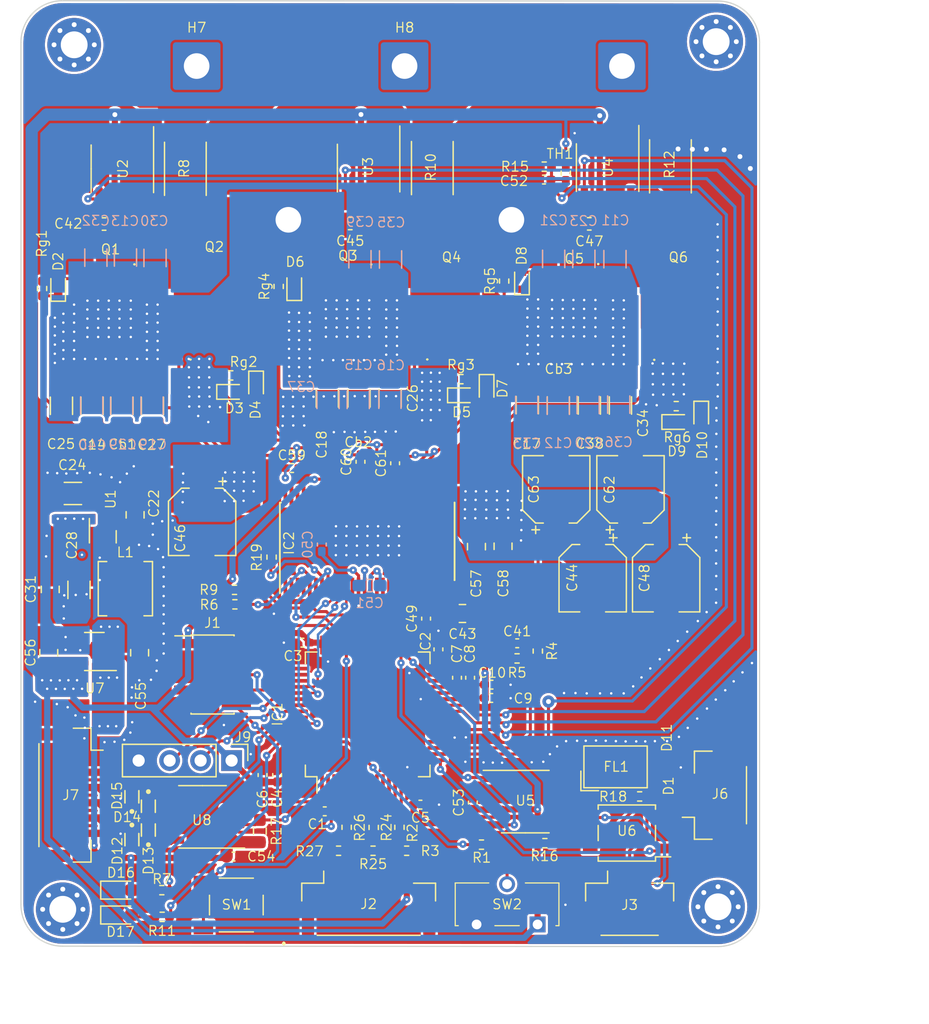
<source format=kicad_pcb>
(kicad_pcb (version 20211014) (generator pcbnew)
  (title_block (comment 4 "AISLER Project ID: QPNYHODE"))
  (layers (0 "F.Cu" signal "Front") (1 "In1.Cu" signal) (2 "In2.Cu" signal) (31 "B.Cu" signal "Back") (34 "B.Paste" user) (35 "F.Paste" user) (36 "B.SilkS" user "B.Silkscreen") (37 "F.SilkS" user "F.Silkscreen") (38 "B.Mask" user) (39 "F.Mask" user) (44 "Edge.Cuts" user))
  (net 0 "")
  (net 1 "Vbat_sense")
  (net 2 "GND")
  (net 5 "Net-(D2-Pad2)")
  (net 6 "Net-(D5-Pad2)")
  (net 7 "Net-(D3-Pad2)")
  (net 8 "Net-(D8-Pad2)")
  (net 9 "Net-(D6-Pad2)")
  (net 10 "/BLDC_Driver/GHA")
  (net 11 "/BLDC_Driver/SAP")
  (net 12 "/BLDC_Driver/GLA")
  (net 13 "/BLDC_Driver/GHB")
  (net 14 "/BLDC_Driver/SBP")
  (net 15 "/BLDC_Driver/GLB")
  (net 16 "/BLDC_Driver/GHC")
  (net 17 "/BLDC_Driver/SCP")
  (net 18 "/BLDC_Driver/GLC")
  (net 19 "Vdrive")
  (net 20 "/BLDC_Driver/SAN")
  (net 21 "/BLDC_Driver/SBN")
  (net 22 "/BLDC_Driver/SCN")
  (net 23 "/Control_MCU/FDCAN2_TX")
  (net 24 "/Control_MCU/FDCAN2_RX")
  (net 25 "/Control_MCU/Can_controller/CAN-")
  (net 26 "/Control_MCU/Can_controller/CAN+")
  (net 27 "/Control_MCU/CAN_TERM")
  (net 28 "/Control_MCU/SPI1_MISO")
  (net 29 "/Control_MCU/SPI1_SCK")
  (net 30 "/Control_MCU/SSI_transceiver/SSI_DATA-")
  (net 31 "/Control_MCU/SSI_transceiver/SSI_SCK-")
  (net 32 "/Control_MCU/SSI_transceiver/SSI_SCK+")
  (net 33 "/Control_MCU/SSI_transceiver/SSI_DATA+")
  (net 34 "/Control_MCU/NRESET")
  (net 35 "+3V3")
  (net 43 "/Control_MCU/UART5_TX")
  (net 44 "/Control_MCU/UART5_RX")
  (net 46 "nOCTW")
  (net 48 "/Control_MCU/HALL3")
  (net 49 "/Control_MCU/HALL2")
  (net 50 "/Control_MCU/HALL1")
  (net 51 "/Control_MCU/JTMS_SWDIO")
  (net 52 "/Control_MCU/JTMS_SWCLK")
  (net 53 "/Control_MCU/DEBUG_JTDI")
  (net 55 "SPI_SCK")
  (net 56 "/Control_MCU/DEBUG_SWO")
  (net 57 "Net-(IC1-Pad61)")
  (net 60 "TEMP_BLDC")
  (net 61 "BLDC_PH1_S")
  (net 62 "BLDC_PH2_S")
  (net 63 "BLDC_PH3_S")
  (net 64 "INLC")
  (net 65 "INHC")
  (net 66 "INLB")
  (net 67 "INHB")
  (net 68 "INLA")
  (net 69 "INHA")
  (net 70 "ENABLE")
  (net 71 "MOT_FAULT")
  (net 72 "Net-(L1-Pad1)")
  (net 76 "Net-(R1-Pad1)")
  (net 77 "Net-(R16-Pad2)")
  (net 78 "Net-(R18-Pad2)")
  (net 79 "Net-(D10-Pad1)")
  (net 80 "Net-(C24-Pad2)")
  (net 83 "+5V")
  (net 85 "Net-(J2-Pad4)")
  (net 86 "Net-(J2-Pad5)")
  (net 87 "Net-(J2-Pad3)")
  (net 88 "Net-(D1-Pad2)")
  (net 89 "Net-(D11-Pad2)")
  (net 90 "Net-(C43-Pad2)")
  (net 91 "Net-(C49-Pad2)")
  (net 92 "Net-(C50-Pad2)")
  (net 93 "Net-(C51-Pad1)")
  (net 94 "Net-(C51-Pad2)")
  (net 95 "Net-(C59-Pad1)")
  (net 96 "Net-(C60-Pad1)")
  (net 97 "Net-(C61-Pad1)")
  (net 98 "Net-(D16-Pad2)")
  (net 99 "Net-(IC2-Pad7)")
  (net 104 "SPI_CS")
  (net 105 "SPI_MOSI")
  (net 106 "SPI_MISO")
  (net 107 "Net-(D17-Pad2)")
  (net 122 "pwr_led")
  (net 123 "fault_led")
  (footprint "Package_SO:SO-8_3.9x4.9mm_P1.27mm" (layer "F.Cu") (at 209.325478 88.857021)
    (fp_text reference "U5")
    (fp_text value "TCAN337G")
  )
  (footprint "Capacitor_SMD:C_0402_1005Metric_Pad0.74x0.62mm_HandSolder" (layer "F.Cu") (at 202.200476 76.38202 90)
    (fp_text reference "C2")
    (fp_text value "100nF")
  )
  (footprint "Resistor_SMD:R_0402_1005Metric_Pad0.72x0.64mm_HandSolder" (layer "F.Cu") (at 221.7 56.45)
    (fp_text reference "Rg6")
    (fp_text value "10R")
  )
  (footprint "lib:TPH2R306NH1LQ" (layer "F.Cu") (at 194.740476 48.84202 180)
    (fp_text reference "Q3")
    (fp_text value "TPH2R306NH1,LQ" hide)
  )
  (footprint "Resistor_SMD:R_0402_1005Metric_Pad0.72x0.64mm_HandSolder" (layer "F.Cu") (at 208.650476 77.12202 180)
    (fp_text reference "R5")
    (fp_text value "1k")
  )
  (footprint "Resistor_SMD:R_2512_6332Metric_Pad1.40x3.35mm_HandSolder" (layer "F.Cu") (at 221.225 36.8 90)
    (fp_text reference "R12")
    (fp_text value "1mR")
  )
  (footprint "Capacitor_SMD:C_0402_1005Metric_Pad0.74x0.62mm_HandSolder" (layer "F.Cu") (at 206.530476 80.36202)
    (fp_text reference "C9")
    (fp_text value "100nF")
  )
  (footprint "Capacitor_SMD:C_0402_1005Metric_Pad0.74x0.62mm_HandSolder" (layer "F.Cu") (at 200.725476 89.107019)
    (fp_text reference "C5")
    (fp_text value "100nF")
  )
  (footprint "lib:TPH2R306NH1LQ" (layer "F.Cu") (at 183.820475 48.63202)
    (fp_text reference "Q2")
    (fp_text value "TPH2R306NH1,LQ" hide)
  )
  (footprint "Capacitor_SMD:C_0402_1005Metric_Pad0.74x0.62mm_HandSolder" (layer "F.Cu") (at 195.810476 61.00952 90)
    (fp_text reference "C60")
    (fp_text value "0.1uF")
  )
  (footprint "Capacitor_SMD:CP_Elec_5x5.8" (layer "F.Cu") (at 220.875 70.55 -90)
    (fp_text reference "C48")
    (fp_text value "220uF")
  )
  (footprint "LED_SMD:LED_0603_1608Metric_Pad1.05x0.95mm_HandSolder" (layer "F.Cu") (at 176.17 98.15)
    (fp_text reference "D17")
    (fp_text value "492-1325-1-ND")
  )
  (footprint "Diode_SMD:D_SOD-523" (layer "F.Cu") (at 185.175476 55.28202)
    (fp_text reference "D3")
    (fp_text value "BAT41ZFILM")
  )
  (footprint "Package_SO:SOIC-8_3.9x4.9mm_P1.27mm" (layer "F.Cu") (at 216.072978 36.90202 -90)
    (fp_text reference "U4")
    (fp_text value "INA240A4D")
  )
  (footprint "Resistor_SMD:R_0402_1005Metric_Pad0.72x0.64mm_HandSolder" (layer "F.Cu") (at 196.840476 92.88202 180)
    (fp_text reference "R25")
    (fp_text value "1.32k")
  )
  (footprint "Package_SO:SOIC-8_3.9x4.9mm_P1.27mm" (layer "F.Cu") (at 176.285476 37.00202 -90)
    (fp_text reference "U2")
    (fp_text value "INA240A4D")
  )
  (footprint "LED_SMD:LED_0603_1608Metric_Pad1.05x0.95mm_HandSolder" (layer "F.Cu") (at 176.17 96.11)
    (fp_text reference "D16")
    (fp_text value "492-1324-1-ND")
  )
  (footprint "Connector_JST:JST_GH_SM03B-GHS-TB_1x03-1MP_P1.25mm_Horizontal" (layer "F.Cu") (at 217.880476 97.25202)
    (fp_text reference "J3")
    (fp_text value "Conn_01x03")
  )
  (footprint "Resistor_SMD:R_0402_1005Metric_Pad0.72x0.64mm_HandSolder" (layer "F.Cu") (at 169.700476 46.81202 90)
    (fp_text reference "Rg1")
    (fp_text value "10R")
  )
  (footprint "MountingHole:MountingHole_2.2mm_M2_Pad_Via" (layer "F.Cu") (at 171.400477 97.68202)
    (fp_text reference "H1" hide)
    (fp_text value "MountingHole")
  )
  (footprint "lib:TPH2R306NH1LQ" (layer "F.Cu") (at 221.850476 48.65702)
    (fp_text reference "Q6")
    (fp_text value "TPH2R306NH1,LQ" hide)
  )
  (footprint "Resistor_SMD:R_0402_1005Metric_Pad0.72x0.64mm_HandSolder" (layer "F.Cu") (at 194.675476 90.962021 90)
    (fp_text reference "R26")
    (fp_text value "680R")
  )
  (footprint "Resistor_SMD:R_0402_1005Metric_Pad0.72x0.64mm_HandSolder" (layer "F.Cu") (at 205.730476 92.38202 180)
    (fp_text reference "R1")
    (fp_text value "10k")
  )
  (footprint "Package_QFP:LQFP-64_10x10mm_P0.5mm" (layer "F.Cu") (at 196.400476 81.70702 90)
    (fp_text reference "IC1")
    (fp_text value "STM32G473RBT6")
  )
  (footprint "Diode_SMD:D_SOD-523" (layer "F.Cu") (at 221.675 57.75)
    (fp_text reference "D9")
    (fp_text value "BAT41ZFILM")
  )
  (footprint "Resistor_SMD:R_0402_1005Metric_Pad0.72x0.64mm_HandSolder" (layer "F.Cu") (at 218.700477 88.432019 180)
    (fp_text reference "R18")
    (fp_text value "120R")
  )
  (footprint "Package_SO:HTSSOP-56-1EP_6.1x14mm_P0.5mm_EP3.61x6.35mm" (layer "F.Cu") (at 196.400476 67.53202 90)
    (fp_text reference "IC2")
    (fp_text value "DRV8301DCAR")
  )
  (footprint "Capacitor_SMD:C_0402_1005Metric_Pad0.74x0.62mm_HandSolder" (layer "F.Cu") (at 205.025476 88.932021 90)
    (fp_text reference "C53")
    (fp_text value "0.1uF")
  )
  (footprint "Capacitor_SMD:C_1206_3216Metric_Pad1.33x1.80mm_HandSolder" (layer "F.Cu") (at 214.575476 56.39452 -90)
    (fp_text reference "C38")
    (fp_text value "DNP")
  )
  (footprint "Capacitor_SMD:C_0402_1005Metric_Pad0.74x0.62mm_HandSolder" (layer "F.Cu") (at 187.78 86.68 90)
    (fp_text reference "C6")
    (fp_text value "4.7uF")
  )
  (footprint "Resistor_SMD:R_0402_1005Metric_Pad0.72x0.64mm_HandSolder" (layer "F.Cu") (at 194.012976 92.88202 180)
    (fp_text reference "R27")
    (fp_text value "1.32k")
  )
  (footprint "MountingHole:MountingHole_2.2mm_M2_Pad_Via" (layer "F.Cu") (at 172.33375 26.840294)
    (fp_text reference "H3" hide)
    (fp_text value "MountingHole")
  )
  (footprint "Capacitor_SMD:C_0805_2012Metric_Pad1.18x1.45mm_HandSolder" (layer "F.Cu") (at 204.170476 73.44202 180)
    (fp_text reference "C43")
    (fp_text value "1uF")
  )
  (footprint "Capacitor_SMD:CP_Elec_5x5.8" (layer "F.Cu") (at 217.95 63.27 90)
    (fp_text reference "C62")
    (fp_text value "220uF")
  )
  (footprint "lib:DIO_VCUT0714A-HD1-GS08" (layer "F.Cu") (at 177.066726 88.46202 90)
    (fp_text reference "D15")
    (fp_text value "VCUT0714A-HD1-GS08")
  )
  (footprint "Capacitor_SMD:C_0402_1005Metric_Pad0.74x0.62mm_HandSolder" (layer "F.Cu") (at 201.190476 73.86202 90)
    (fp_text reference "C49")
    (fp_text value "1uF")
  )
  (footprint "Resistor_SMD:R_0402_1005Metric_Pad0.72x0.64mm_HandSolder" (layer "F.Cu") (at 204.050476 54.23702)
    (fp_text reference "Rg3")
    (fp_text value "10R")
  )
  (footprint "Capacitor_SMD:C_0805_2012Metric_Pad1.18x1.45mm_HandSolder" (layer "F.Cu") (at 170.250474 76.657019 -90)
    (fp_text reference "C56")
    (fp_text value "1uF")
  )
  (footprint "Diode_SMD:D_SOD-523" (layer "F.Cu") (at 190.380476 46.64202 90)
    (fp_text reference "D6")
    (fp_text value "BAT41ZFILM")
  )
  (footprint "Resistor_SMD:R_0402_1005Metric_Pad0.72x0.64mm_HandSolder" (layer "F.Cu") (at 210.350476 76.52202 -90)
    (fp_text reference "R4")
    (fp_text value "12k")
  )
  (footprint "Resistor_SMD:R_0402_1005Metric_Pad0.72x0.64mm_HandSolder" (layer "F.Cu") (at 185.480477 71.50202 180)
    (fp_text reference "R9")
    (fp_text value "10k")
  )
  (footprint "Capacitor_SMD:C_0402_1005Metric_Pad0.74x0.62mm_HandSolder" (layer "F.Cu") (at 190.200476 61.52202 180)
    (fp_text reference "C59")
    (fp_text value "0.1uF")
  )
  (footprint "Capacitor_SMD:C_0402_1005Metric_Pad0.74x0.62mm_HandSolder" (layer "F.Cu") (at 185.400476 93.36202)
    (fp_text reference "C54")
    (fp_text value "0.1uF")
  )
  (footprint "Capacitor_SMD:C_0402_1005Metric_Pad0.74x0.62mm_HandSolder" (layer "F.Cu") (at 191.050476 75.83202 180)
    (fp_text reference "C3")
    (fp_text value "100nF")
  )
  (footprint "Diode_SMD:D_SOD-523" (layer "F.Cu") (at 171.020476 46.702019 90)
    (fp_text reference "D2")
    (fp_text value "BAT41ZFILM")
  )
  (footprint "Connector_PinHeader_1.27mm:PinHeader_2x05_P1.27mm_Vertical_SMD" (layer "F.Cu") (at 183.680476 78.44202)
    (fp_text reference "J1")
    (fp_text value "SWD_Connector(02x05)")
  )
  (footprint "Resistor_SMD:R_0402_1005Metric_Pad0.72x0.64mm_HandSolder" (layer "F.Cu") (at 185.510476 72.69202 180)
    (fp_text reference "R6")
    (fp_text value "10k")
  )
  (footprint "Connector_JST:JST_GH_SM06B-GHS-TB_1x06-1MP_P1.25mm_Horizontal" (layer "F.Cu") (at 196.480476 97.25202)
    (fp_text reference "J2")
    (fp_text value "Conn_01x06")
  )
  (footprint "Capacitor_SMD:C_0402_1005Metric_Pad0.74x0.62mm_HandSolder" (layer "F.Cu") (at 206.550476 79.27202)
    (fp_text reference "C10")
    (fp_text value "1uF")
  )
  (footprint "lib:TPH2R306NH1LQ" (layer "F.Cu") (at 203.240476 48.62202)
    (fp_text reference "Q4")
    (fp_text value "TPH2R306NH1,LQ" hide)
  )
  (footprint "MountingHole:MountingHole_2.2mm_M2_Pad_Via" (layer "F.Cu") (at 224.975475 26.58202)
    (fp_text reference "H4" hide)
    (fp_text value "MountingHole")
  )
  (footprint "Capacitor_SMD:CP_Elec_5x5.8" (layer "F.Cu") (at 182.825476 65.93202 -90)
    (fp_text reference "C46")
    (fp_text value "220uF")
  )
  (footprint "Package_SO:SO-4_4.4x4.3mm_P2.54mm" (layer "F.Cu") (at 217.650476 91.43202 180)
    (fp_text reference "U6")
    (fp_text value "AB37S")
  )
  (footprint "Capacitor_SMD:C_1206_3216Metric_Pad1.33x1.80mm_HandSolder" (layer "F.Cu") (at 193.090476 55.82452 -90)
    (fp_text reference "C18")
    (fp_text value "10uF")
  )
  (footprint "Capacitor_SMD:C_1206_3216Metric_Pad1.33x1.80mm_HandSolder" (layer "F.Cu") (at 176.250476 56.42502 -90)
    (fp_text reference "Cb1")
    (fp_text value "2.2uF")
  )
  (footprint "Resistor_SMD:R_0402_1005Metric_Pad0.72x0.64mm_HandSolder" (layer "F.Cu") (at 179.52 96.11 180)
    (fp_text reference "R7")
    (fp_text value "68R")
  )
  (footprint "Connector_Wire:SolderWire-1.5sqmm_1x01_D1.7mm_OD3.9mm" (layer "F.Cu") (at 182.375476 28.58202)
    (fp_text reference "H7")
    (fp_text value "MountingHole_Pad")
  )
  (footprint "lib:MJTP1140A" (layer "F.Cu") (at 185.630476 97.33202 90)
    (fp_text reference "SW1")
    (fp_text value "MJTP1140ATR" hide)
  )
  (footprint "Capacitor_SMD:CP_Elec_5x5.8" (layer "F.Cu") (at 211.86 63.27 90)
    (fp_text reference "C63")
    (fp_text value "220uF")
  )
  (footprint "Package_DFN_QFN:DFN-8_2x2mm_P0.5mm" (layer "F.Cu") (at 174.680475 66.657016 -90)
    (fp_text reference "U1")
    (fp_text value "MAX15062B")
  )
  (footprint "Inductor_SMD:L_CommonModeChoke_Coilcraft_1812CAN" (layer "F.Cu") (at 216.725477 86.009521 90)
    (fp_text reference "FL1")
    (fp_text value "ACE1V4532-101-R")
  )
  (footprint "Resistor_SMD:R_0402_1005Metric_Pad0.72x0.64mm_HandSolder" (layer "F.Cu") (at 199.005476 90.96202 90)
    (fp_text reference "R2")
    (fp_text value "680R")
  )
  (footprint "Resistor_SMD:R_0402_1005Metric_Pad0.72x0.64mm_HandSolder" (layer "F.Cu") (at 207.590476 46.20202 90)
    (fp_text reference "Rg5")
    (fp_text value "10R")
  )
  (footprint "Package_SO:SOIC-8_3.9x4.9mm_P1.27mm" (layer "F.Cu") (at 196.475476 36.94202 -90)
    (fp_text reference "U3")
    (fp_text value "INA240A4D")
  )
  (footprint "Resistor_SMD:R_0603_1608Metric_Pad0.98x0.95mm_HandSolder" (layer "F.Cu") (at 187.560476 91.27202 90)
    (fp_text reference "R17")
    (fp_text value "10k")
  )
  (footprint "lib:LQH44PH330MPRL" (layer "F.Cu") (at 176.530476 71.40702 -90)
    (fp_text reference "L1")
    (fp_text value "47uH" hide)
  )
  (footprint "Capacitor_SMD:C_0402_1005Metric_Pad0.74x0.62mm_HandSolder" (layer "F.Cu") (at 210.854892 37.883736 180)
    (fp_text reference "C52")
    (fp_text value "0.1uF")
  )
  (footprint "Resistor_SMD:R_0402_1005Metric_Pad0.72x0.64mm_HandSolder" (layer "F.Cu") (at 185.175476 53.93202)
    (fp_text reference "Rg2")
    (fp_text value "10R")
  )
  (footprint "Capacitor_SMD:C_0402_1005Metric_Pad0.74x0.62mm_HandSolder" (layer "F.Cu") (at 204.800476 78.70702 90)
    (fp_text reference "C8")
    (fp_text value "1uF")
  )
  (footprint "Resistor_SMD:R_0402_1005Metric_Pad0.72x0.64mm_HandSolder" (layer "F.Cu") (at 199.595476 92.88202)
    (fp_text reference "R3")
    (fp_text value "1.32k")
  )
  (footprint "Package_SO:SOIC-8_3.9x4.9mm_P1.27mm" (layer "F.Cu") (at 182.855476 90.10702 180)
    (fp_text reference "U8")
    (fp_text value "THVD1551D")
  )
  (footprint "Capacitor_SMD:C_0402_1005Metric_Pad0.74x0.62mm_HandSolder" (layer "F.Cu") (at 192.880476 89.65202)
    (fp_text reference "C1")
    (fp_text value "100nF")
  )
  (footprint "Capacitor_SMD:C_1206_3216Metric_Pad1.33x1.80mm_HandSolder" (layer "F.Cu") (at 178.750476 56.43002 -90)
    (fp_text reference "C27")
    (fp_text value "10uF")
  )
  (footprint "Capacitor_SMD:C_0201_0603Metric_Pad0.64x0.40mm_HandSolder" (layer "F.Cu") (at 220.950478 85.632019 90)
    (fp_text reference "D11")
    (fp_text value "RCLAMP2451ZATFT")
  )
  (footprint "lib:DIO_VCUT0714A-HD1-GS08" (layer "F.Cu") (at 178.416726 89.237019 -90)
    (fp_text reference "D14")
    (fp_text value "VCUT0714A-HD1-GS08")
  )
  (footprint "Capacitor_SMD:C_0402_1005Metric_Pad0.74x0.62mm_HandSolder" (layer "F.Cu") (at 188.975476 86.68 90)
    (fp_text reference "C4")
    (fp_text value "100nF")
  )
  (footprint "Connector_JST:JST_GH_SM03B-GHS-TB_1x03-1MP_P1.25mm_Horizontal" (layer "F.Cu") (at 224.900478 88.33202 90)
    (fp_text reference "J6")
    (fp_text value "Conn_01x03")
  )
  (footprint "Capacitor_SMD:C_1206_3216Metric_Pad1.33x1.80mm_HandSolder" (layer "F.Cu") (at 212.035476 56.39452 -90)
    (fp_text reference "Cb3")
    (fp_text value "2.2uF")
  )
  (footprint "Resistor_SMD:R_0402_1005Metric_Pad0.72x0.64mm_HandSolder" (layer "F.Cu") (at 196.895476 90.972021 90)
    (fp_text reference "R24")
    (fp_text value "680R")
  )
  (footprint "Diode_SMD:D_SOD-523" (layer "F.Cu") (at 187.250476 54.73202 -90)
    (fp_text reference "D4")
    (fp_text value "BAT41ZFILM")
  )
  (footprint "Capacitor_SMD:C_1206_3216Metric_Pad1.33x1.80mm_HandSolder" (layer "F.Cu") (at 173.800476 56.42002 -90)
    (fp_text reference "C14")
    (fp_text value "10uF")
  )
  (footprint "Resistor_SMD:R_0402_1005Metric_Pad0.72x0.64mm_HandSolder" (layer "F.Cu") (at 210.874891 36.823736 180)
    (fp_text reference "R15")
    (fp_text value "10k")
  )
  (footprint "lib:DIO_VCUT0714A-HD1-GS08" (layer "F.Cu") (at 177.066726 91.97202 -90)
    (fp_text reference "D12")
    (fp_text value "VCUT0714A-HD1-GS08")
  )
  (footprint "Package_TO_SOT_SMD:SOT-23-5" (layer "F.Cu") (at 173.987976 76.55702 180)
    (fp_text reference "U7")
    (fp_text value "TLV73333PDBV")
  )
  (footprint "Capacitor_SMD:C_0402_1005Metric_Pad0.74x0.62mm_HandSolder" (layer "F.Cu") (at 208.660476 75.88202 180)
    (fp_text reference "C41")
    (fp_text value "0.1uF")
  )
  (footprint "lib:TPH2R306NH1LQ" (layer "F.Cu") (at 175.320476 48.83202 180)
    (fp_text reference "Q1")
    (fp_text value "TPH2R306NH1,LQ" hide)
  )
  (footprint "Resistor_SMD:R_2512_6332Metric_Pad1.40x3.35mm_HandSolder" (layer "F.Cu") (at 181.450476 37.00202 90)
    (fp_text reference "R8")
    (fp_text value "1mR")
  )
  (footprint "Connector_Wire:SolderWire-1.5sqmm_1x01_D1.7mm_OD3.9mm" (layer "F.Cu") (at 208.184476 41.18002)
    (fp_text reference "H6" hide)
    (fp_text value "MountingHole_Pad")
  )
  (footprint "Capacitor_SMD:C_1206_3216Metric_Pad1.33x1.80mm_HandSolder" (layer "F.Cu") (at 217.125476 56.39452 -90)
    (fp_text reference "C34")
    (fp_text value "DNP")
  )
  (footprint "MountingHole:MountingHole_2.2mm_M2_Pad_Via" (layer "F.Cu") (at 225.127977 97.47702)
    (fp_text reference "H2" hide)
    (fp_text value "MountingHole")
  )
  (footprint "Capacitor_SMD:C_0805_2012Metric_Pad1.18x1.45mm_HandSolder" (layer "F.Cu") (at 207.500476 67.93202 90)
    (fp_text reference "C58")
    (fp_text value "4.7uF")
  )
  (footprint "Capacitor_SMD:C_0805_2012Metric_Pad1.18x1.45mm_HandSolder" (layer "F.Cu") (at 177.700475 76.65702 90)
    (fp_text reference "C55")
    (fp_text value "1uF")
  )
  (footprint "Diode_SMD:D_SOD-523" (layer "F.Cu") (at 204.100476 55.56202)
    (fp_text reference "D5")
    (fp_text value "BAT41ZFILM")
  )
  (footprint "Resistor_SMD:R_0402_1005Metric_Pad0.72x0.64mm_HandSolder" (layer "F.Cu") (at 210.930476 92.26202)
    (fp_text reference "R16")
    (fp_text value "10k")
  )
  (footprint "Connector_Wire:SolderWire-1.5sqmm_1x01_D1.7mm_OD3.9mm" (layer "F.Cu") (at 199.425476 28.58202)
    (fp_text reference "H8")
    (fp_text value "MountingHole_Pad")
  )
  (footprint "Capacitor_SMD:C_1206_3216Metric_Pad1.33x1.80mm_HandSolder" (layer "F.Cu") (at 209.485476 56.36452 -90)
    (fp_text reference "C17")
    (fp_text value "10uF")
  )
  (footprint "Resistor_SMD:R_2512_6332Metric_Pad1.40x3.35mm_HandSolder" (layer "F.Cu") (at 201.700476 36.94202 90)
    (fp_text reference "R10")
    (fp_text value "1mR")
  )
  (footprint "Capacitor_SMD:C_1206_3216Metric_Pad1.33x1.80mm_HandSolder" (layer "F.Cu") (at 171.290476 56.42002 -90)
    (fp_text reference "C25")
    (fp_text value "10uF")
  )
  (footprint "Connector_Wire:SolderWire-1.5sqmm_1x01_D1.7mm_OD3.9mm" (layer "F.Cu") (at 189.896476 41.18002)
    (fp_text reference "H5" hide)
    (fp_text value "MountingHole_Pad")
  )
  (footprint "Capacitor_SMD:C_1206_3216Metric_Pad1.33x1.80mm_HandSolder" (layer "F.Cu") (at 172.730476 71.507018 -90)
    (fp_text reference "C28")
    (fp_text value "10uF")
  )
  (footprint "Resistor_SMD:R_0402_1005Metric_Pad0.72x0.64mm_HandSolder" (layer "F.Cu") (at 179.55 98.3 180)
    (fp_text reference "R11")
    (fp_text value "68R")
  )
  (footprint "Capacitor_SMD:C_1206_3216Metric_Pad1.33x1.80mm_HandSolder" (layer "F.Cu") (at 172.230476 63.607017)
    (fp_text reference "C24")
    (fp_text value "1uF")
  )
  (footprint "lib:DIO_VCUT0714A-HD1-GS08" (layer "F.Cu") (at 178.416727 91.187018 90)
    (fp_text reference "D13")
    (fp_text value "VCUT0714A-HD1-GS08")
  )
  (footprint "Capacitor_SMD:C_0805_2012Metric_Pad1.18x1.45mm_HandSolder" (layer "F.Cu") (at 205.320476 67.96202 90)
    (fp_text reference "C57")
    (fp_text value "0.1uF")
  )
  (footprint "Resistor_SMD:R_0402_1005Metric_Pad0.72x0.64mm_HandSolder" (layer "F.Cu") (at 188.520476 68.82202 -90)
    (fp_text reference "R19")
    (fp_text value "18k")
  )
  (footprint "Capacitor_SMD:C_0402_1005Metric_Pad0.74x0.62mm_HandSolder" (layer "F.Cu") (at 198.650476 61.13202 90)
    (fp_text reference "C61")
    (fp_text value "0.1uF")
  )
  (footprint "Connector_PinHeader_2.54mm:PinHeader_1x04_P2.54mm_Vertical" (layer "F.Cu") (at 185.240476 85.49202 -90)
    (fp_text reference "J9")
    (fp_text value "Conn_01x04")
  )
  (footprint "Capacitor_SMD:C_0805_2012Metric_Pad1.18x1.45mm_HandSolder" (layer "F.Cu") (at 170.370477 71.467018 -90)
    (fp_text reference "C31")
    (fp_text value "1uF")
  )
  (footprint "Capacitor_SMD:CP_Elec_5x5.8" (layer "F.Cu") (at 214.85 70.55 -90)
    (fp_text reference "C44")
    (fp_text value "220uF")
  )
  (footprint "Capacitor_SMD:C_0805_2012Metric_Pad1.18x1.45mm_HandSolder" (layer "F.Cu") (at 177.330477 65.357019 90)
    (fp_text reference "C22")
    (fp_text value "1uF")
  )
  (footprint "Connector_Wire:SolderWire-1.5sqmm_1x01_D1.7mm_OD3.9mm" (layer "F.Cu") (at 217.250476 28.58202)
    (fp_text reference "H9" hide)
    (fp_text value "MountingHole_Pad")
  )
  (footprint "Capacitor_SMD:C_1206_3216Metric_Pad1.33x1.80mm_HandSolder" (layer "F.Cu") (at 198.240476 55.80202 -90)
    (fp_text reference "C26")
    (fp_text value "10uF")
  )
  (footprint "Capacitor_SMD:C_1206_3216Metric_Pad1.33x1.80mm_HandSolder" (layer "F.Cu") (at 195.690476 55.81202 -90)
    (fp_text reference "Cb2")
    (fp_text value "2.2uF")
  )
  (footprint "Capacitor_SMD:C_0603_1608Metric_Pad1.08x0.95mm_HandSolder" (layer "F.Cu") (at 174.785476 41.52702 180)
    (fp_text reference "C42")
    (fp_text value "0.1uF")
  )
  (footprint "Capacitor_SMD:C_0603_1608Metric_Pad1.08x0.95mm_HandSolder" (layer "F.Cu") (at 194.970475 41.48202 180)
    (fp_text reference "C45")
    (fp_text value "0.1uF")
  )
  (footprint "Diode_SMD:D_SOD-523" (layer "F.Cu") (at 209.050476 46.17202 90)
    (fp_text reference "D8")
    (fp_text value "BAT41ZFILM")
  )
  (footprint "Capacitor_SMD:C_0201_0603Metric_Pad0.64x0.40mm_HandSolder" (layer "F.Cu") (at 220.100478 86.48202 -90)
    (fp_text reference "D1")
    (fp_text value "RCLAMP2451ZATFT")
  )
  (footprint "Diode_SMD:D_SOD-523" (layer "F.Cu") (at 223.75 57.2 -90)
    (fp_text reference "D10")
    (fp_text value "BAT41ZFILM")
  )
  (footprint "lib:TPH2R306NH1LQ" (layer "F.Cu") (at 213.350476 48.80702 180)
    (fp_text reference "Q5")
    (fp_text value "TPH2R306NH1,LQ" hide)
  )
  (footprint "Resistor_SMD:R_0402_1005Metric_Pad0.72x0.64mm_HandSolder" (layer "F.Cu") (at 212.644891 37.353736 -90)
    (fp_text reference "TH1")
    (fp_text value "47k")
  )
  (footprint "lib:CLSB12C02" (layer "F.Cu") (at 210.330476 98.92202 180)
    (fp_text reference "SW2")
    (fp_text value "CL-SB-12C-02" hide)
  )
  (footprint "Diode_SMD:D_SOD-523" (layer "F.Cu") (at 206.150476 55.01202 -90)
    (fp_text reference "D7")
    (fp_text value "BAT41ZFILM")
  )
  (footprint "Capacitor_SMD:C_0603_1608Metric_Pad1.08x0.95mm_HandSolder" (layer "F.Cu") (at 214.570476 41.51202 180)
    (fp_text reference "C47")
    (fp_text value "0.1uF")
  )
  (footprint "Connector_JST:JST_GH_SM06B-GHS-TB_1x06-1MP_P1.25mm_Horizontal" (layer "F.Cu") (at 172.004407 88.32702 -90)
    (fp_text reference "J7")
    (fp_text value "Conn_01x06")
  )
  (footprint "Capacitor_SMD:C_0402_1005Metric_Pad0.74x0.62mm_HandSolder" (layer "F.Cu") (at 203.725476 78.70702 90)
    (fp_text reference "C7")
    (fp_text value "10nF")
  )
  (footprint "Resistor_SMD:R_0402_1005Metric_Pad0.72x0.64mm_HandSolder" (layer "F.Cu") (at 189.100476 46.64202 90)
    (fp_text reference "Rg4")
    (fp_text value "10R")
  )
  (footprint "Capacitor_SMD:C_1206_3216Metric_Pad1.33x1.80mm_HandSolder" (layer "B.Cu") (at 174.113864 44.281132 90)
    (fp_text reference "C32")
    (fp_text value "DNP")
  )
  (footprint "Capacitor_SMD:C_1206_3216Metric_Pad1.33x1.80mm_HandSolder" (layer "B.Cu") (at 198.275475 44.43202 90)
    (fp_text reference "C35")
    (fp_text value "DNP")
  )
  (footprint "Capacitor_SMD:C_1206_3216Metric_Pad1.33x1.80mm_HandSolder" (layer "B.Cu") (at 216.985476 56.32452 -90)
    (fp_text reference "C36")
    (fp_text value "DNP")
  )
  (footprint "Capacitor_SMD:C_1206_3216Metric_Pad1.33x1.80mm_HandSolder" (layer "B.Cu") (at 211.650476 44.38202 90)
    (fp_text reference "C21")
    (fp_text value "10uF")
  )
  (footprint "Capacitor_SMD:C_1206_3216Metric_Pad1.33x1.80mm_HandSolder" (layer "B.Cu") (at 216.675476 44.40702 90)
    (fp_text reference "C11")
    (fp_text value "10uF")
  )
  (footprint "Capacitor_SMD:C_1206_3216Metric_Pad1.33x1.80mm_HandSolder" (layer "B.Cu") (at 178.720476 56.41002 -90)
    (fp_text reference "C19")
    (fp_text value "10uF")
  )
  (footprint "Capacitor_SMD:C_1206_3216Metric_Pad1.33x1.80mm_HandSolder" (layer "B.Cu") (at 195.625475 55.93202 -90)
    (fp_text reference "C15")
    (fp_text value "10uF")
  )
  (footprint "Capacitor_SMD:C_1206_3216Metric_Pad1.33x1.80mm_HandSolder" (layer "B.Cu") (at 193.150476 55.93202 -90)
    (fp_text reference "C37")
    (fp_text value "DNP")
  )
  (footprint "Capacitor_SMD:C_1206_3216Metric_Pad1.33x1.80mm_HandSolder" (layer "B.Cu") (at 176.538864 44.268631 90)
    (fp_text reference "C13")
    (fp_text value "10uF")
  )
  (footprint "Capacitor_SMD:C_1206_3216Metric_Pad1.33x1.80mm_HandSolder" (layer "B.Cu") (at 176.230476 56.420021 -90)
    (fp_text reference "C29")
    (fp_text value "DNP")
  )
  (footprint "Capacitor_SMD:C_1206_3216Metric_Pad1.33x1.80mm_HandSolder" (layer "B.Cu") (at 178.963864 44.306132 90)
    (fp_text reference "C30")
    (fp_text value "DNP")
  )
  (footprint "Capacitor_SMD:C_1206_3216Metric_Pad1.33x1.80mm_HandSolder" (layer "B.Cu") (at 214.475476 56.35452 -90)
    (fp_text reference "C20")
    (fp_text value "10uF")
  )
  (footprint "Capacitor_SMD:C_1206_3216Metric_Pad1.33x1.80mm_HandSolder" (layer "B.Cu") (at 198.225476 55.91952 -90)
    (fp_text reference "C16")
    (fp_text value "10uF")
  )
  (footprint "Capacitor_SMD:C_1206_3216Metric_Pad1.33x1.80mm_HandSolder" (layer "B.Cu") (at 195.765475 44.41202 90)
    (fp_text reference "C39")
    (fp_text value "DNP")
  )
  (footprint "Capacitor_SMD:C_1206_3216Metric_Pad1.33x1.80mm_HandSolder" (layer "B.Cu") (at 173.770476 56.40002 -90)
    (fp_text reference "C40")
    (fp_text value "DNP")
  )
  (footprint "Capacitor_SMD:C_1206_3216Metric_Pad1.33x1.80mm_HandSolder" (layer "B.Cu") (at 212.025477 56.41452 -90)
    (fp_text reference "C12")
    (fp_text value "10uF")
  )
  (footprint "Capacitor_SMD:C_0402_1005Metric_Pad0.74x0.62mm_HandSolder" (layer "B.Cu") (at 192.640476 67.79202 -90)
    (fp_text reference "C50")
    (fp_text value "2.2uF")
  )
  (footprint "Capacitor_SMD:C_0603_1608Metric_Pad1.08x0.95mm_HandSolder" (layer "B.Cu") (at 196.560476 71.15202)
    (fp_text reference "C51")
    (fp_text value "22nF")
  )
  (footprint "Capacitor_SMD:C_1206_3216Metric_Pad1.33x1.80mm_HandSolder" (layer "B.Cu") (at 214.125476 44.38202 90)
    (fp_text reference "C23")
    (fp_text value "10uF")
  )
  (footprint "Capacitor_SMD:C_1206_3216Metric_Pad1.33x1.80mm_HandSolder" (layer "B.Cu") (at 209.445477 56.35452 -90)
    (fp_text reference "C33")
    (fp_text value "DNP")
  )
  (gr_line (start 228.530476 97.33202) (end 228.530711 26.65702) (layer "Edge.Cuts") (width 0.1))
  (gr_line (start 225.130476 23.256785) (end 171.370711 23.22702) (layer "Edge.Cuts") (width 0.1))
  (gr_line (start 167.970476 97.30202) (end 167.970475 26.627255) (layer "Edge.Cuts") (width 0.1))
  (gr_line (start 225.130241 100.732255) (end 171.370711 100.702255) (layer "Edge.Cuts") (width 0.1))
  (gr_arc (start 167.970475 26.627255) (mid 168.966381 24.222925) (end 171.370711 23.22702) (layer "Edge.Cuts") (width 0.1))
  (gr_arc (start 228.530476 97.33202) (mid 227.53457 99.736349) (end 225.130241 100.732255) (layer "Edge.Cuts") (width 0.1))
  (gr_arc (start 225.130476 23.256785) (mid 227.534805 24.252691) (end 228.530711 26.65702) (layer "Edge.Cuts") (width 0.1))
  (gr_arc (start 171.370711 100.702255) (mid 168.966382 99.706349) (end 167.970476 97.30202) (layer "Edge.Cuts") (width 0.1))
  (segment (start 210.403736 77.30626) (end 210.403736 78.42876) (width 0.25) (layer "F.Cu") (net 1))
  (segment (start 209.737976 83.39452) (end 208.675476 84.45702) (width 0.25) (layer "F.Cu") (net 1))
  (segment (start 209.247976 77.12202) (end 209.250476 77.11952) (width 0.25) (layer "F.Cu") (net 1))
  (segment (start 210.350476 77.11952) (end 210.373736 77.14278) (width 0.25) (layer "F.Cu") (net 1))
  (segment (start 209.737976 79.09452) (end 209.737976 83.39452) (width 0.25) (layer "F.Cu") (net 1))
  (segment (start 209.227976 77.10202) (end 209.247976 77.12202) (width 0.25) (layer "F.Cu") (net 1))
  (segment (start 209.227976 75.88202) (end 209.227976 77.10202) (width 0.25) (layer "F.Cu") (net 1))
  (segment (start 209.250476 77.11952) (end 210.350476 77.11952) (width 0.25) (layer "F.Cu") (net 1))
  (segment (start 210.403736 78.42876) (end 209.737976 79.09452) (width 0.25) (layer "F.Cu") (net 1))
  (segment (start 208.675476 84.45702) (end 202.075476 84.45702) (width 0.25) (layer "F.Cu") (net 1))
  (segment (start 178.281725 91.64702) (end 176.300978 91.64702) (width 0.25) (layer "F.Cu") (net 2))
  (segment (start 176.367975 88.849519) (end 176.130476 88.61202) (width 0.25) (layer "F.Cu") (net 2))
  (segment (start 178.416727 91.512018) (end 179.180478 91.512018) (width 0.25) (layer "F.Cu") (net 2))
  (segment (start 176.300978 91.64702) (end 176.140476 91.486518) (width 0.25) (layer "F.Cu") (net 2))
  (segment (start 177.382977 88.849519) (end 176.367975 88.849519) (width 0.25) (layer "F.Cu") (net 2))
  (segment (start 179.180478 91.512018) (end 179.340476 91.35202) (width 0.25) (layer "F.Cu") (net 2))
  (segment (start 178.416727 91.512018) (end 178.281725 91.64702) (width 0.25) (layer "F.Cu") (net 2))
  (segment (start 179.201726 88.849519) (end 177.382977 88.849519) (width 0.25) (layer "F.Cu") (net 2))
  (via (at 178.630476 78.87202) (size 0.6) (drill 0.2) (layers "F.Cu" "B.Cu") (net 2))
  (via (at 225.100476 42.58202) (size 0.6) (drill 0.2) (layers "F.Cu" "B.Cu") (net 2))
  (via (at 179.670476 76.72202) (size 0.6) (drill 0.2) (layers "F.Cu" "B.Cu") (net 2))
  (via (at 225.1 55.65) (size 0.6) (drill 0.2) (layers "F.Cu" "B.Cu") (net 2))
  (via (at 212.670476 83.90202) (size 0.6) (drill 0.2) (layers "F.Cu" "B.Cu") (net 2))
  (via (at 197.925476 55.63202) (size 0.6) (drill 0.2) (layers "F.Cu" "B.Cu") (net 2))
  (via (at 176.130476 88.61202) (size 0.6) (drill 0.2) (layers "F.Cu" "B.Cu") (net 2))
  (via (at 196.380475 67.08202) (size 0.6) (drill 0.2) (layers "F.Cu" "B.Cu") (net 2))
  (via (at 220.65 55.5) (size 0.6) (drill 0.2) (layers "F.Cu" "B.Cu") (net 2))
  (via (at 224.942659 80.495695) (size 0.6) (drill 0.2) (layers "F.Cu" "B.Cu") (net 2))
  (via (at 176.140476 91.486518) (size 0.6) (drill 0.2) (layers "F.Cu" "B.Cu") (net 2))
  (via (at 176.650476 61.98202) (size 0.6) (drill 0.2) (layers "F.Cu" "B.Cu") (net 2))
  (via (at 224.970476 72.56202) (size 0.6) (drill 0.2) (layers "F.Cu" "B.Cu") (net 2))
  (via (at 225.1 53.75) (size 0.6) (drill 0.2) (layers "F.Cu" "B.Cu") (net 2))
  (via (at 198.970476 68.67202) (size 0.6) (drill 0.2) (layers "F.Cu" "B.Cu") (net 2))
  (via (at 224.192659 73.325695) (size 0.6) (drill 0.2) (layers "F.Cu" "B.Cu") (net 2))
  (via (at 183.430476 56.48202) (size 0.6) (drill 0.2) (layers "F.Cu" "B.Cu") (net 2))
  (via (at 225.090476 50.72202) (size 0.6) (drill 0.2) (layers "F.Cu" "B.Cu") (net 2))
  (via (at 182.502404 57.255092) (size 0.6) (drill 0.2) (layers "F.Cu" "B.Cu") (net 2))
  (via (at 190.275476 57.28202) (size 0.6) (drill 0.2) (layers "F.Cu" "B.Cu") (net 2))
  (via (at 172.440476 81.79202) (size 0.6) (drill 0.2) (layers "F.Cu" "B.Cu") (net 2))
  (via (at 181.770476 56.48202) (size 0.6) (drill 0.2) (layers "F.Cu" "B.Cu") (net 2))
  (via (at 201.585 55.920001) (size 0.6) (drill 0.2) (layers "F.Cu" "B.Cu") (net 2))
  (via (at 224.990476 60.80202) (size 0.6) (drill 0.2) (layers "F.Cu" "B.Cu") (net 2))
  (via (at 190.275476 56.48202) (size 0.6) (drill 0.2) (layers "F.Cu" "B.Cu") (net 2))
  (via (at 194.663809 66.29202) (size 0.6) (drill 0.2) (layers "F.Cu" "B.Cu") (net 2))
  (via (at 198.107141 67.09202) (size 0.6) (drill 0.2) (layers "F.Cu" "B.Cu") (net 2))
  (via (at 216.750476 83.90202) (size 0.6) (drill 0.2) (layers "F.Cu" "B.Cu") (net 2))
  (via (at 224.980476 62.932019) (size 0.6) (drill 0.2) (layers "F.Cu" "B.Cu") (net 2))
  (via (at 195.527142 66.30202) (size 0.6) (drill 0.2) (layers "F.Cu" "B.Cu") (net 2))
  (via (at 227.132659 78.265695) (size 0.6) (drill 0.2) (layers "F.Cu" "B.Cu") (net 2))
  (via (at 196.380475 68.66202) (size 0.6) (drill 0.2) (layers "F.Cu" "B.Cu") (net 2))
  (via (at 225.000477 57.63202) (size 0.6) (drill 0.2) (layers "F.Cu" "B.Cu") (net 2))
  (via (at 173.210476 82.81202) (size 0.6) (drill 0.2) (layers "F.Cu" "B.Cu") (net 2))
  (via (at 214.280476 83.87202) (size 0.6) (drill 0.2) (layers "F.Cu" "B.Cu") (net 2))
  (via (at 198.970476 67.09202) (size 0.6) (drill 0.2) (layers "F.Cu" "B.Cu") (net 2))
  (via (at 179.110476 77.28202) (size 0.6) (drill 0.2) (layers "F.Cu" "B.Cu") (net 2))
  (via (at 193.790476 68.66202) (size 0.6) (drill 0.2) (layers "F.Cu" "B.Cu") (net 2))
  (via (at 172.970476 68.63202) (size 0.6) (drill 0.2) (layers "F.Cu" "B.Cu") (net 2))
  (via (at 198.117141 66.30202) (size 0.6) (drill 0.2) (layers "F.Cu" "B.Cu") (net 2))
  (via (at 200.8645 56.77202) (size 0.6) (drill 0.2) (layers "F.Cu" "B.Cu") (net 2))
  (via (at 224.175 35.4) (size 0.8) (drill 0.4) (layers "F.Cu" "B.Cu") (net 2))
  (via (at 179.620476 68.82202) (size 0.6) (drill 0.2) (layers "F.Cu" "B.Cu") (net 2))
  (via (at 173.170477 83.67202) (size 0.6) (drill 0.2) (layers "F.Cu" "B.Cu") (net 2))
  (via (at 179.670476 75.10202) (size 0.6) (drill 0.2) (layers "F.Cu" "B.Cu") (net 2))
  (via (at 220.350476 77.182021) (size 0.6) (drill 0.2) (layers "F.Cu" "B.Cu") (net 2))
  (via (at 189.450476 57.28202) (size 0.6) (drill 0.2) (layers "F.Cu" "B.Cu") (net 2))
  (via (at 216.370476 79.98752) (size 0.6) (drill 0.2) (layers "F.Cu" "B.Cu") (net 2))
  (via (at 193.667476 55.64202) (size 0.6) (drill 0.2) (layers "F.Cu" "B.Cu") (net 2))
  (via (at 173.170476 81.97202) (size 0.6) (drill 0.2) (layers "F.Cu" "B.Cu") (net 2))
  (via (at 194.467476 55.64202) (size 0.6) (drill 0.2) (layers "F.Cu" "B.Cu") (net 2))
  (via (at 193.150477 77.38202) (size 0.6) (drill 0.2) (layers "F.Cu" "B.Cu") (net 2))
  (via (at 219.800476 55.51202) (size 0.6) (drill 0.2) (layers "F.Cu" "B.Cu") (net 2))
  (via (at 219.780476 53.80202) (size 0.6) (drill 0.2) (layers "F.Cu" "B.Cu") (net 2))
  (via (at 207.420476 85.67202) (size 0.6) (drill 0.2) (layers "F.Cu" "B.Cu") (net 2))
  (via (at 201.585 55.170001) (size 0.6) (drill 0.2) (layers "F.Cu" "B.Cu") (net 2))
  (via (at 189.425475 58.05702) (size 0.6) (drill 0.2) (layers "F.Cu" "B.Cu") (net 2))
  (via (at 200.8645 54.45202) (size 0.6) (drill 0.2) (layers "F.Cu" "B.Cu") (net 2))
  (via (at 218.85141 78.681086) (size 0.6) (drill 0.2) (layers "F.Cu" "B.Cu") (net 2))
  (via (at 197.875476 58.53202) (size 0.6) (drill 0.2) (layers "F.Cu" "B.Cu") (net 2))
  (via (at 215.120476 83.85202) (size 0.6) (drill 0.2) (layers "F.Cu" "B.Cu") (net 2))
  (via (at 213.370476 34.08202) (size 0.6) (drill 0.2) (layers "F.Cu" "B.Cu") (net 2))
  (via (at 221.475476 55.48702) (size 0.6) (drill 0.2) (layers "F.Cu" "B.Cu") (net 2))
  (via (at 201.575 57.6) (size 0.6) (drill 0.2) (layers "F.Cu" "B.Cu") (net 2))
  (via (at 225.1 54.7) (size 0.6) (drill 0.2) (layers "F.Cu" "B.Cu") (net 2))
  (via (at 172.830476 76.45202) (size 0.6) (drill 0.2) (layers "F.Cu" "B.Cu") (net 2))
  (via (at 177.650476 67.812021) (size 0.6) (drill 0.2) (layers "F.Cu" "B.Cu") (net 2))
  (via (at 225.090476 44.61202) (size 0.6) (drill 0.2) (layers "F.Cu" "B.Cu") (net 2))
  (via (at 224.980476 61.892019) (size 0.6) (drill 0.2) (layers "F.Cu" "B.Cu") (net 2))
  (via (at 224.980476 67.192019) (size 0.6) (drill 0.2) (layers "F.Cu" "B.Cu") (net 2))
  (via (at 202.300476 55.18202) (size 0.6) (drill 0.2) (layers "F.Cu" "B.Cu") (net 2))
  (via (at 170.910476 80.86202) (size 0.6) (drill 0.2) (layers "F.Cu" "B.Cu") (net 2))
  (via (at 196.380475 67.87202) (size 0.6) (drill 0.2) (layers "F.Cu" "B.Cu") (net 2))
  (via (at 202.200476 74.85702) (size 0.6) (drill 0.2) (layers "F.Cu" "B.Cu") (net 2))
  (via (at 191.145476 56.47202) (size 0.6) (drill 0.2) (layers "F.Cu" "B.Cu") (net 2))
  (via (at 183.410477 54.09202) (size 0.6) (drill 0.2) (layers "F.Cu" "B.Cu") (net 2))
  (via (at 200.750476 80.45702) (size 0.6) (drill 0.2) (layers "F.Cu" "B.Cu") (net 2))
  (via (at 220.610476 53.80202) (size 0.6) (drill 0.2) (layers "F.Cu" "B.Cu") (net 2))
  (via (at 202.250476 89.10702) (size 0.6) (drill 0.2) (layers "F.Cu" "B.Cu") (net 2))
  (via (at 224.980476 70.37202) (size 0.6) (drill 0.2) (layers "F.Cu" "B.Cu") (net 2))
  (via (at 224.980476 59.77202) (size 0.6) (drill 0.2) (layers "F.Cu" "B.Cu") (net 2))
  (via (at 170.029261 68.76202) (size 0.6) (drill 0.2) (layers "F.Cu" "B.Cu") (net 2))
  (via (at 225.090476 47.67202) (size 0.6) (drill 0.2) (layers "F.Cu" "B.Cu") (net 2))
  (via (at 179.670476 75.90202) (size 0.6) (drill 0.2) (layers "F.Cu" "B.Cu") (net 2))
  (via (at 181.750476 54.91202) (size 0.6) (drill 0.2) (layers "F.Cu" "B.Cu") (net 2))
  (via (at 197.055476 55.64202) (size 0.6) (drill 0.2) (layers "F.Cu" "B.Cu") (net 2))
  (via (at 219.160476 83.92202) (size 0.6) (drill 0.2) (layers "F.Cu" "B.Cu") (net 2))
  (via (at 217.550476 83.92202) (size 0.6) (drill 0.2) (layers "F.Cu" "B.Cu") (net 2))
  (via (at 190.275476 55.68802) (size 0.6) (drill 0.2) (layers "F.Cu" "B.Cu") (net 2))
  (via (at 197.243808 68.66202) (size 0.6) (drill 0.2) (layers "F.Cu" "B.Cu") (net 2))
  (via (at 227.775 36.975) (size 0.8) (drill 0.4) (layers "F.Cu" "B.Cu") (net 2))
  (via (at 183.400476 53.26202) (size 0.6) (drill 0.2) (layers "F.Cu" "B.Cu") (net 2))
  (via (at 175.400476 62.28202) (size 0.6) (drill 0.2) (layers "F.Cu" "B.Cu") (net 2))
  (via (at 196.390475 66.29202) (size 0.6) (drill 0.2) (layers "F.Cu" "B.Cu") (net 2))
  (via (at 225.625 35.45) (size 0.8) (drill 0.4) (layers "F.Cu" "B.Cu") (net 2))
  (via (at 193.625476 58.58202) (size 0.6) (drill 0.2) (layers "F.Cu" "B.Cu") (net 2))
  (via (at 208.120476 80.38202) (size 0.6) (drill 0.2) (layers "F.Cu" "B.Cu") (net 2))
  (via (at 189.525476 75.83202) (size 0.6) (drill 0.2) (layers "F.Cu" "B.Cu") (net 2))
  (via (at 224.980476 65.05202) (size 0.6) (drill 0.2) (layers "F.Cu" "B.Cu") (net 2))
  (via (at 202.300476 56.77202) (size 0.6) (drill 0.2) (layers "F.Cu" "B.Cu") (net 2))
  (via (at 194.653809 68.66202) (size 0.6) (drill 0.2) (layers "F.Cu" "B.Cu") (net 2))
  (via (at 169.130476 80.67202) (size 0.6) (drill 0.2) (layers "F.Cu" "B.Cu") (net 2))
  (via (at 195.517142 67.09202) (size 0.6) (drill 0.2) (layers "F.Cu" "B.Cu") (net 2))
  (via (at 171.800476 81.12202) (size 0.6) (drill 0.2) (layers "F.Cu" "B.Cu") (net 2))
  (via (at 218.420476 83.92202) (size 0.6) (drill 0.2) (layers "F.Cu" "B.Cu") (net 2))
  (via (at 176.440476 83.79202) (size 0.6) (drill 0.2) (layers "F.Cu" "B.Cu") (net 2))
  (via (at 221.85 35.375) (size 0.8) (drill 0.4) (layers "F.Cu" "B.Cu") (net 2))
  (via (at 222.600476 74.93202) (size 0.6) (drill 0.2) (layers "F.Cu" "B.Cu") (net 2))
  (via (at 200.8645 55.93202) (size 0.6) (drill 0.2) (layers "F.Cu" "B.Cu") (net 2))
  (via (at 195.517142 67.88202) (size 0.6) (drill 0.2) (layers "F.Cu" "B.Cu") (net 2))
  (via (at 211.340476 84.972019) (size 0.6) (drill 0.2) (layers "F.Cu" "B.Cu") (net 2))
  (via (at 224.990476 56.602021) (size 0.6) (drill 0.2) (layers "F.Cu" "B.Cu") (net 2))
  (via (at 188.710476 73.46202) (size 0.6) (drill 0.2) (layers "F.Cu" "B.Cu") (net 2))
  (via (at 208.120476 79.282021) (size 0.6) (drill 0.2) (layers "F.Cu" "B.Cu") (net 2))
  (via (at 182.575476 52.58202) (size 0.6) (drill 0.2) (layers "F.Cu" "B.Cu") (net 2))
  (via (at 224.990476 58.72202) (size 0.6) (drill 0.2) (layers "F.Cu" "B.Cu") (net 2))
  (via (at 186.81 84.97) (size 0.6) (drill 0.2) (layers "F.Cu" "B.Cu") (net 2))
  (via (at 215.920476 83.87202) (size 0.6) (drill 0.2) (layers "F.Cu" "B.Cu") (net 2))
  (via (at 200.8645 53.72202) (size 0.6) (drill 0.2) (layers "F.Cu" "B.Cu") (net 2))
  (via (at 181.740476 53.26202) (size 0.6) (drill 0.2) (layers "F.Cu" "B.Cu") (net 2))
  (via (at 203.53 83.61) (size 0.6) (drill 0.2) (layers "F.Cu" "B.Cu") (net 2))
  (via (at 181.770476 55.66202) (size 0.6) (drill 0.2) (layers "F.Cu" "B.Cu") (net 2))
  (via (at 217.392659 79.98752) (size 0.6) (drill 0.2) (layers "F.Cu" "B.Cu") (net 2))
  (via (at 222.282264 53.808796) (size 0.6) (drill 0.2) (layers "F.Cu" "B.Cu") (net 2))
  (via (at 222.075477 86.057021) (size 0.6) (drill 0.2) (layers "F.Cu" "B.Cu") (net 2))
  (via (at 183.410476 54.91202) (size 0.6) (drill 0.2) (layers "F.Cu" "B.Cu") (net 2))
  (via (at 221.92141 83.551086) (size 0.6) (drill 0.2) (layers "F.Cu" "B.Cu") (net 2))
  (via (at 213.570476 83.87202) (size 0.6) (drill 0.2) (layers "F.Cu" "B.Cu") (net 2))
  (via (at 171.630476 76.42202) (size 0.6) (drill 0.2) (layers "F.Cu" "B.Cu") (net 2))
  (via (at 183.425476 52.58202) (size 0.6) (drill 0.2) (layers "F.Cu" "B.Cu") (net 2))
  (via (at 171.690477 61.97202) (size 0.6) (drill 0.2) (layers "F.Cu" "B.Cu") (net 2))
  (via (at 179.550475 65.88202) (size 0.6) (drill 0.2) (layers "F.Cu" "B.Cu") (net 2))
  (via (at 221.450476 52.97202) (size 0.6) (drill 0.2) (layers "F.Cu" "B.Cu") (net 2))
  (via (at 183.430476 55.66202) (size 0.6) (drill 0.2) (layers "F.Cu" "B.Cu") (net 2))
  (via (at 201.585 56.760001) (size 0.6) (drill 0.2) (layers "F.Cu" "B.Cu") (net 2))
  (via (at 202.300476 53.72202) (size 0.6) (drill 0.2) (layers "F.Cu" "B.Cu") (net 2))
  (via (at 194.653809 67.87202) (size 0.6) (drill 0.2) (layers "F.Cu" "B.Cu") (net 2))
  (via (at 206.660476 85.66202) (size 0.6) (drill 0.2) (layers "F.Cu" "B.Cu") (net 2))
  (via (at 214.360477 79.98752) (size 0.6) (drill 0.2) (layers "F.Cu" "B.Cu") (net 2))
  (via (at 202.300476 55.93202) (size 0.6) (drill 0.2) (layers "F.Cu" "B.Cu") (net 2))
  (via (at 199.650476 86.03202) (size 0.6) (drill 0.2) (layers "F.Cu" "B.Cu") (net 2))
  (via (at 193.790476 67.08202) (size 0.6) (drill 0.2) (layers "F.Cu" "B.Cu") (net 2))
  (via (at 225.090476 46.73202) (size 0.6) (drill 0.2) (layers "F.Cu" "B.Cu") (net 2))
  (via (at 179.670476 70.43202) (size 0.6) (drill 0.2) (layers "F.Cu" "B.Cu") (net 2))
  (via (at 210.800476 85.59202) (size 0.6) (drill 0.2) (layers "F.Cu" "B.Cu") (net 2))
  (via (at 191.955476 55.678019) (size 0.6) (drill 0.2) (layers "F.Cu" "B.Cu") (net 2))
  (via (at 189.470476 56.47202) (size 0.6) (drill 0.2) (layers "F.Cu" "B.Cu") (net 2))
  (via (at 184.61 82.58) (size 0.6) (drill 0.2) (layers "F.Cu" "B.Cu") (net 2))
  (via (at 222.325 54.675) (size 0.6) (drill 0.2) (layers "F.Cu" "B.Cu") (net 2))
  (via (at 204.45 83.59) (size 0.6) (drill 0.2) (layers "F.Cu" "B.Cu") (net 2))
  (via (at 225.100476 45.64202) (size 0.6) (drill 0.2) (layers "F.Cu" "B.Cu") (net 2))
  (via (at 170.150476 61.91202) (size 0.6) (drill 0.2) (layers "F.Cu" "B.Cu") (net 2))
  (via (at 205.900476 85.64202) (size 0.6) (drill 0.2) (layers "F.Cu" "B.Cu") (net 2))
  (via (at 189.475476 55.68802) (size 0.6) (drill 0.2) (layers "F.Cu" "B.Cu") (net 2))
  (via (at 182.560476 54.09202) (size 0.6) (drill 0.2) (layers "F.Cu" "B.Cu") (net 2))
  (via (at 198.700476 58.53202) (size 0.6) (drill 0.2) (layers "F.Cu" "B.Cu") (net 2))
  (via (at 191.145476 57.27202) (size 0.6) (drill 0.2) (layers "F.Cu" "B.Cu") (net 2))
  (via (at 219.780476 54.66202) (size 0.6) (drill 0.2) (layers "F.Cu" "B.Cu") (net 2))
  (via (at 200.8645 55.18202) (size 0.6) (drill 0.2) (layers "F.Cu" "B.Cu") (net 2))
  (via (at 178.780476 66.98202) (size 0.6) (drill 0.2) (layers "F.Cu" "B.Cu") (net 2))
  (via (at 193.800476 66.29202) (size 0.6) (drill 0.2) (layers "F.Cu" "B.Cu") (net 2))
  (via (at 198.107142 67.88202) (size 0.6) (drill 0.2) (layers "F.Cu" "B.Cu") (net 2))
  (via (at 222.325 55.475) (size 0.6) (drill 0.2) (layers "F.Cu" "B.Cu") (net 2))
  (via (at 218.170476 79.41202) (size 0.6) (drill 0.2) (layers "F.Cu" "B.Cu") (net 2))
  (via (at 221.101411 76.431086) (size 0.6) (drill 0.2) (layers "F.Cu" "B.Cu") (net 2))
  (via (at 226.925 36) (size 0.8) (drill 0.4) (layers "F.Cu" "B.Cu") (net 2))
  (via (at 197.253808 66.29202) (size 0.6) (drill 0.2) (layers "F.Cu" "B.Cu") (net 2))
  (via (at 198.980476 66.30202) (size 0.6) (drill 0.2) (layers "F.Cu" "B.Cu") (net 2))
  (via (at 197.000476 58.55702) (size 0.6) (drill 0.2) (layers "F.Cu" "B.Cu") (net 2))
  (via (at 179.210477 68.16202) (size 0.6) (drill 0.2) (layers "F.Cu" "B.Cu") (net 2))
  (via (at 174.820476 83.98202) (size 0.6) (drill 0.2) (layers "F.Cu" "B.Cu") (net 2))
  (via (at 196.147476 55.63202) (size 0.6) (drill 0.2) (layers "F.Cu" "B.Cu") (net 2))
  (via (at 219.760476 52.95202) (size 0.6) (drill 0.2) (layers "F.Cu" "B.Cu") (net 2))
  (via (at 179.670476 72.80202) (size 0.6) (drill 0.2) (layers "F.Cu" "B.Cu") (net 2))
  (via (at 226.41141 79.001086) (size 0.6) (drill 0.2) (layers "F.Cu" "B.Cu") (net 2))
  (via (at 177.090476 82.35202) (size 0.6) (drill 0.2) (layers "F.Cu" "B.Cu") (net 2))
  (via (at 225.090476 43.67202) (size 0.6) (drill 0.2) (layers "F.Cu" "B.Cu") (net 2))
  (via (at 197.243808 67.082021) (size 0.6) (drill 0.2) (layers "F.Cu" "B.Cu") (net 2))
  (via (at 180.40757 65.820662) (size 0.6) (drill 0.2) (layers "F.Cu" "B.Cu") (net 2))
  (via (at 212.615476 97.310771) (size 0.6) (drill 0.2) (layers "F.Cu" "B.Cu") (net 2))
  (via (at 221.452264 53.808796) (size 0.6) (drill 0.2) (layers "F.Cu" "B.Cu") (net 2))
  (via (at 225.720476 79.732019) (size 0.6) (drill 0.2) (layers "F.Cu" "B.Cu") (net 2))
  (via (at 191.145476 55.67802) (size 0.6) (drill 0.2) (layers "F.Cu" "B.Cu") (net 2))
  (via (at 194.653809 67.082021) (size 0.6) (drill 0.2) (layers "F.Cu" "B.Cu") (net 2))
  (via (at 195.517142 68.67202) (size 0.6) (drill 0.2) (layers "F.Cu" "B.Cu") (net 2))
  (via (at 225.090476 41.55202) (size 0.6) (drill 0.2) (layers "F.Cu" "B.Cu") (net 2))
  (via (at 179.670476 72.01202) (size 0.6) (drill 0.2) (layers "F.Cu" "B.Cu") (net 2))
  (via (at 174.490476 62.04202) (size 0.6) (drill 0.2) (layers "F.Cu" "B.Cu") (net 2))
  (via (at 215.450476 79.98752) (size 0.6) (drill 0.2) (layers "F.Cu" "B.Cu") (net 2))
  (via (at 224.22141 81.231086) (size 0.6) (drill 0.2) (layers "F.Cu" "B.Cu") (net 2))
  (via (at 182.580476 56.48202) (size 0.6) (drill 0.2) (layers "F.Cu" "B.Cu") (net 2))
  (via (at 213.440476 79.96202) (size 0.6) (drill 0.2) (layers "F.Cu" "B.Cu") (net 2))
  (via (at 170.940476 61.94202) (size 0.6) (drill 0.2) (layers "F.Cu" "B.Cu") (net 2))
  (via (at 179.670476 74.26202) (size 0.6) (drill 0.2) (layers "F.Cu" "B.Cu") (net 2))
  (via (at 224.970476 68.28202) (size 0.6) (drill 0.2) (layers "F.Cu" "B.Cu") (net 2))
  (via (at 225.100476 48.70202) (size 0.6) (drill 0.2) (layers "F.Cu" "B.Cu") (net 2))
  (via (at 198.725475 55.63202) (size 0.6) (drill 0.2) (layers "F.Cu" "B.Cu") (net 2))
  (via (at 223.47141 74.061086) (size 0.6) (drill 0.2) (layers "F.Cu" "B.Cu") (net 2))
  (via (at 199.820476 78.32202) (size 0.6) (drill 0.2) (layers "F.Cu" "B.Cu") (net 2))
  (via (at 225.100476 51.75202) (size 0.6) (drill 0.2) (layers "F.Cu" "B.Cu") (net 2))
  (via (at 220.653212 54.668224) (size 0.6) (drill 0.2) (layers "F.Cu" "B.Cu") (net 2))
  (via (at 225.090476 49.79202) (size 0.6) (drill 0.2) (layers "F.Cu" "B.Cu") (net 2))
  (via (at 220.610476 52.95202) (size 0.6) (drill 0.2) (layers "F.Cu" "B.Cu") (net 2))
  (via (at 190.300476 58.03202) (size 0.6) (drill 0.2) (layers "F.Cu" "B.Cu") (net 2))
  (via (at 170.070476 67.08202) (size 0.6) (drill 0.2) (layers "F.Cu" "B.Cu") (net 2))
  (via (at 196.200476 58.55702) (size 0.6) (drill 0.2) (layers "F.Cu" "B.Cu") (net 2))
  (via (at 227.910476 77.50202) (size 0.6) (drill 0.2) (layers "F.Cu" "B.Cu") (net 2))
  (via (at 224.970476 71.46202) (size 0.6) (drill 0.2) (layers "F.Cu" "B.Cu") (net 2))
  (via (at 200.8645 57.612019) (size 0.6) (drill 0.2) (layers "F.Cu" "B.Cu") (net 2))
  (via (at 224.990477 63.96202) (size 0.6) (drill 0.2) (layers "F.Cu" "B.Cu") (net 2))
  (via (at 220.950476 83.90202) (size 0.6) (drill 0.2) (layers "F.Cu" "B.Cu") (net 2))
  (via (at 181.750476 54.09202) (size 0.6) (drill 0.2) (layers "F.Cu" "B.Cu") (net 2))
  (via (at 197.243808 67.87202) (size 0.6) (drill 0.2) (layers "F.Cu" "B.Cu") (net 2))
  (via (at 221.822659 75.695695) (size 0.6) (drill 0.2) (layers "F.Cu" "B.Cu") (net 2))
  (via (at 184.300476 56.53202) (size 0.6) (drill 0.2) (layers "F.Cu" "B.Cu") (net 2))
  (via (at 177.040475 80.33202) (size 0.6) (drill 0.2) (layers "F.Cu" "B.Cu") (net 2))
  (via (at 219.225 56.3) (size 0.6) (drill 0.2) (layers "F.Cu" "B.Cu") (net 2))
  (via (at 194.500476 58.55702) (size 0.6) (drill 0.2) (layers "F.Cu" "B.Cu") (net 2))
  (via (at 225.090476 52.84202) (size 0.6) (drill 0.2) (layers "F.Cu" "B.Cu") (net 2))
  (via (at 201.585 53.710001) (size 0.6) (drill 0.2) (layers "F.Cu" "B.Cu") (net 2))
  (via (at 224.970476 69.34202) (size 0.6) (drill 0.2) (layers "F.Cu" "B.Cu") (net 2))
  (via (at 179.670476 69.65202) (size 0.6) (drill 0.2) (layers "F.Cu" "B.Cu") (net 2))
  (via (at 223.025 35.4) (size 0.8) (drill 0.4) (layers "F.Cu" "B.Cu") (net 2))
  (via (at 219.572659 77.945695) (size 0.6) (drill 0.2) (layers "F.Cu" "B.Cu") (net 2))
  (via (at 177.670476 78.91202) (size 0.6) (drill 0.2) (layers "F.Cu" "B.Cu") (net 2))
  (via (at 175.640475 83.95202) (size 0.6) (drill 0.2) (layers "F.Cu" "B.Cu") (net 2))
  (via (at 195.650476 72.802019) (size 0.6) (drill 0.2) (layers "F.Cu" "B.Cu") (net 2))
  (via (at 195.337476 55.63202) (size 0.6) (drill 0.2) (layers "F.Cu" "B.Cu") (net 2))
  (via (at 224.970476 66.162019) (size 0.6) (drill 0.2) (layers "F.Cu" "B.Cu") (net 2))
  (via (at 182.550476 53.26202) (size 0.6) (drill 0.2) (layers "F.Cu" "B.Cu") (net 2))
  (via (at 176.940476 83.20202) (size 0.6) (drill 0.2) (layers "F.Cu" "B.Cu") (net 2))
  (via (at 174.43 68.87) (size 0.6) (drill 0.2) (layers "F.Cu" "B.Cu") (net 2))
  (via (at 181.725476 52.58202) (size 0.6) (drill 0.2) (layers "F.Cu" "B.Cu") (net 2))
  (via (at 172.580476 61.94202) (size 0.6) (drill 0.2) (layers "F.Cu" "B.Cu") (net 2))
  (via (at 179.670476 73.51202) (size 0.6) (drill 0.2) (layers "F.Cu" "B.Cu") (net 2))
  (via (at 220.1 56.375) (size 0.6) (drill 0.2) (layers "F.Cu" "B.Cu") (net 2))
  (via (at 211.930476 84.33202) (size 0.6) (drill 0.2) (layers "F.Cu" "B.Cu") (net 2))
  (via (at 222.360476 52.97202) (size 0.6) (drill 0.2) (layers "F.Cu" "B.Cu") (net 2))
  (via (at 202.300476 54.45202) (size 0.6) (drill 0.2) (layers "F.Cu" "B.Cu") (net 2))
  (via (at 177.070476 79.49202) (size 0.6) (drill 0.2) (layers "F.Cu" "B.Cu") (net 2))
  (via (at 171.630476 75.37202) (size 0.6) (drill 0.2) (layers "F.Cu" "B.Cu") (net 2))
  (via (at 221.452264 54.668796) (size 0.6) (drill 0.2) (layers "F.Cu" "B.Cu") (net 2))
  (via (at 176.100476 62.68202) (size 0.6) (drill 0.2) (layers "F.Cu" "B.Cu") (net 2))
  (via (at 182.560476 54.91202) (size 0.6) (drill 0.2) (layers "F.Cu" "B.Cu") (net 2))
  (via (at 174.43 70.7) (size 0.6) (drill 0.2) (layers "F.Cu" "B.Cu") (net 2))
  (via (at 179.670476 71.23202) (size 0.6) (drill 0.2) (layers "F.Cu" "B.Cu") (net 2))
  (via (at 193.790476 67.872019) (size 0.6) (drill 0.2) (layers "F.Cu" "B.Cu") (net 2))
  (via (at 178.480476 67.91202) (size 0.6) (drill 0.2) (layers "F.Cu" "B.Cu") (net 2))
  (via (at 212.500476 79.96202) (size 0.6) (drill 0.2) (layers "F.Cu" "B.Cu") (net 2))
  (via (at 177.219201 61.377143) (size 0.6) (drill 0.2) (layers "F.Cu" "B.Cu") (net 2))
  (via (at 219.950476 83.90202) (size 0.6) (drill 0.2) (layers "F.Cu" "B.Cu") (net 2))
  (via (at 198.970477 67.88202) (size 0.6) (drill 0.2) (layers "F.Cu" "B.Cu") (net 2))
  (via (at 204.410476 85.592021) (size 0.6) (drill 0.2) (layers "F.Cu" "B.Cu") (net 2))
  (via (at 209.850476 85.63202) (size 0.6) (drill 0.2) (layers "F.Cu" "B.Cu") (net 2))
  (via (at 183.330476 57.75202) (size 0.6) (drill 0.2) (layers "F.Cu" "B.Cu") (net 2))
  (via (at 182.580476 55.66202) (size 0.6) (drill 0.2) (layers "F.Cu" "B.Cu") (net 2))
  (via (at 223.420476 82.052021) (size 0.6) (drill 0.2) (layers "F.Cu" "B.Cu") (net 2))
  (via (at 178.780476 66.08202) (size 0.6) (drill 0.2) (layers "F.Cu" "B.Cu") (net 2))
  (via (at 192.797476 55.652021) (size 0.6) (drill 0.2) (layers "F.Cu" "B.Cu") (net 2))
  (via (at 195.325475 58.58202) (size 0.6) (drill 0.2) (layers "F.Cu" "B.Cu") (net 2))
  (via (at 222.642659 82.815695) (size 0.6) (drill 0.2) (layers "F.Cu" "B.Cu") (net 2))
  (via (at 191.200476 58.03202) (size 0.6) (drill 0.2) (layers "F.Cu" "B.Cu") (net 2))
  (via (at 173.610476 61.91202) (size 0.6) (drill 0.2) (layers "F.Cu" "B.Cu") (net 2))
  (via (at 179.090476 78.14202) (size 0.6) (drill 0.2) (layers "F.Cu" "B.Cu") (net 2))
  (via (at 201.585 54.440001) (size 0.6) (drill 0.2) (layers "F.Cu" "B.Cu") (net 2))
  (via (at 198.107141 68.67202) (size 0.6) (drill 0.2) (layers "F.Cu" "B.Cu") (net 2))
  (segment (start 173.395476 46.00202) (end 173.415476 45.98202) (width 0.25) (layer "F.Cu") (net 5))
  (segment (start 169.700476 46.21452) (end 170.807976 46.21452) (width 0.25) (layer "F.Cu") (net 5))
  (segment (start 171.020476 46.00202) (end 173.395476 46.00202) (width 0.25) (layer "F.Cu") (net 5))
  (segment (start 170.807976 46.21452) (end 171.020476 46.00202) (width 0.25) (layer "F.Cu") (net 5))
  (segment (start 204.800477 55.56202) (end 204.800476 54.38952) (width 0.25) (layer "F.Cu") (net 6))
  (segment (start 206.150476 54.31202) (end 204.722975 54.31202) (width 0.25) (layer "F.Cu") (net 6))
  (segment (start 206.150476 52.47702) (end 205.145476 51.47202) (width 0.25) (layer "F.Cu") (net 6))
  (segment (start 206.150476 54.31202) (end 206.150476 52.47702) (width 0.25) (layer "F.Cu") (net 6))
  (segment (start 204.722975 54.31202) (end 204.647976 54.23702) (width 0.25) (layer "F.Cu") (net 6))
  (segment (start 204.800476 54.38952) (end 204.647976 54.23702) (width 0.25) (layer "F.Cu") (net 6))
  (segment (start 185.772975 53.93202) (end 187.150476 53.93202) (width 0.25) (layer "F.Cu") (net 7))
  (segment (start 185.875476 55.28202) (end 185.875476 54.03452) (width 0.25) (layer "F.Cu") (net 7))
  (segment (start 187.150476 53.93202) (end 187.250476 54.03202) (width 0.25) (layer "F.Cu") (net 7))
  (segment (start 185.772975 51.52952) (end 185.725476 51.48202) (width 0.25) (layer "F.Cu") (net 7))
  (segment (start 185.772975 53.93202) (end 185.772975 51.52952) (width 0.25) (layer "F.Cu") (net 7))
  (segment (start 185.875476 54.03452) (end 185.772975 53.93202) (width 0.25) (layer "F.Cu") (net 7))
  (segment (start 210.960476 45.47202) (end 211.445476 45.95702) (width 0.25) (layer "F.Cu") (net 8))
  (segment (start 209.050476 45.47202) (end 210.960476 45.47202) (width 0.25) (layer "F.Cu") (net 8))
  (segment (start 207.590476 45.60452) (end 208.917976 45.60452) (width 0.25) (layer "F.Cu") (net 8))
  (segment (start 208.917976 45.60452) (end 209.050476 45.47202) (width 0.25) (layer "F.Cu") (net 8))
  (segment (start 192.785476 45.94202) (end 192.835476 45.99202) (width 0.25) (layer "F.Cu") (net 9))
  (segment (start 190.380476 45.94202) (end 189.202976 45.94202) (width 0.25) (layer "F.Cu") (net 9))
  (segment (start 190.380476 45.94202) (end 192.785476 45.94202) (width 0.25) (layer "F.Cu") (net 9))
  (segment (start 189.202976 45.94202) (end 189.100476 46.04452) (width 0.25) (layer "F.Cu") (net 9))
  (segment (start 171.012976 47.40952) (end 171.020476 47.40202) (width 0.25) (layer "F.Cu") (net 10))
  (segment (start 180.24 56.58) (end 170.722456 56.58) (width 0.25) (layer "F.Cu") (net 10))
  (segment (start 170.475476 56.33202) (end 169.700476 55.55702) (width 0.25) (layer "F.Cu") (net 10))
  (segment (start 192.195904 60.48202) (end 184.139772 60.48202) (width 0.25) (layer "F.Cu") (net 10))
  (segment (start 194.150476 63.78202) (end 194.150476 62.436592) (width 0.25) (layer "F.Cu") (net 10))
  (segment (start 194.150476 62.436592) (end 192.195904 60.48202) (width 0.25) (layer "F.Cu") (net 10))
  (segment (start 184.139772 60.48202) (end 180.237752 56.58) (width 0.25) (layer "F.Cu") (net 10))
  (segment (start 169.700476 55.55702) (end 169.700477 47.40952) (width 0.25) (layer "F.Cu") (net 10))
  (segment (start 170.722456 56.58) (end 170.472476 56.33002) (width 0.25) (layer "F.Cu") (net 10))
  (segment (start 169.700477 47.40952) (end 171.012976 47.40952) (width 0.25) (layer "F.Cu") (net 10))
  (segment (start 194.650476 62.300888) (end 192.382098 60.032509) (width 0.25) (layer "F.Cu") (net 11))
  (segment (start 192.200976 59.85752) (end 190.575476 59.85752) (width 0.25) (layer "F.Cu") (net 11))
  (segment (start 194.650476 63.78202) (end 194.650476 62.300888) (width 0.25) (layer "F.Cu") (net 11))
  (segment (start 181.050476 38.70202) (end 178.965476 38.70202) (width 0.25) (layer "F.Cu") (net 11))
  (segment (start 189.632976 61.52202) (end 189.632976 62.31452) (width 0.2) (layer "F.Cu") (net 11))
  (segment (start 192.375965 60.032509) (end 192.200976 59.85752) (width 0.25) (layer "F.Cu") (net 11))
  (segment (start 190.475976 59.95702) (end 190.575476 59.85752) (width 0.25) (layer "F.Cu") (net 11))
  (segment (start 184.321155 59.95702) (end 190.475976 59.95702) (width 0.25) (layer "F.Cu") (net 11))
  (segment (start 178.965476 38.70202) (end 178.190476 39.47702) (width 0.25) (layer "F.Cu") (net 11))
  (segment (start 192.382098 60.032509) (end 192.375965 60.032509) (width 0.25) (layer "F.Cu") (net 11))
  (segment (start 189.632976 62.31452) (end 189.650476 62.33202) (width 0.2) (layer "F.Cu") (net 11))
  (segment (start 180.920476 49.53202) (end 180.920476 56.556341) (width 0.25) (layer "F.Cu") (net 11))
  (segment (start 181.450476 40.05202) (end 181.450476 39.10202) (width 0.25) (layer "F.Cu") (net 11))
  (segment (start 180.920476 56.556341) (end 184.321155 59.95702) (width 0.25) (layer "F.Cu") (net 11))
  (segment (start 181.450476 39.10202) (end 181.050476 38.70202) (width 0.25) (layer "F.Cu") (net 11))
  (via (at 189.650476 62.33202) (size 0.6) (drill 0.2) (layers "F.Cu" "B.Cu") (net 11))
  (via (at 190.575476 59.85752) (size 0.6) (drill 0.2) (layers "F.Cu" "B.Cu") (net 11))
  (segment (start 189.650476 61.73202) (end 189.840476 61.54202) (width 0.2) (layer "B.Cu") (net 11))
  (segment (start 189.650476 62.33202) (end 189.650476 61.73202) (width 0.2) (layer "B.Cu") (net 11))
  (segment (start 189.840476 61.54202) (end 190.575476 60.80702) (width 0.25) (layer "B.Cu") (net 11))
  (segment (start 190.575476 60.80702) (end 190.575476 59.85752) (width 0.25) (layer "B.Cu") (net 11))
  (segment (start 184.475476 54.03452) (end 184.577976 53.93202) (width 0.25) (layer "F.Cu") (net 12))
  (segment (start 184.475476 55.28202) (end 184.475476 54.03452) (width 0.25) (layer "F.Cu") (net 12))
  (segment (start 192.38717 59.40801) (end 191.009145 59.408011) (width 0.25) (layer "F.Cu") (net 12))
  (segment (start 191.009145 59.408011) (end 190.834154 59.233019) (width 0.25) (layer "F.Cu") (net 12))
  (segment (start 195.150476 63.78202) (end 195.150476 62.165184) (width 0.25) (layer "F.Cu") (net 12))
  (segment (start 192.568287 59.582997) (end 192.562157 59.582997) (width 0.25) (layer "F.Cu") (net 12))
  (segment (start 192.562157 59.582997) (end 192.38717 59.40801) (width 0.25) (layer "F.Cu") (net 12))
  (segment (start 190.834154 59.233019) (end 188.426475 59.233019) (width 0.25) (layer "F.Cu") (net 12))
  (segment (start 188.426475 59.233019) (end 184.475476 55.28202) (width 0.25) (layer "F.Cu") (net 12))
  (segment (start 195.150476 62.165184) (end 192.568287 59.582997) (width 0.25) (layer "F.Cu") (net 12))
  (segment (start 192.748347 59.133483) (end 192.573361 58.958497) (width 0.25) (layer "F.Cu") (net 13))
  (segment (start 192.573361 58.958497) (end 191.195336 58.958497) (width 0.25) (layer "F.Cu") (net 13))
  (segment (start 191.020347 58.783508) (end 189.176965 58.783509) (width 0.25) (layer "F.Cu") (net 13))
  (segment (start 189.100476 47.23952) (end 190.277976 47.23952) (width 0.25) (layer "F.Cu") (net 13))
  (segment (start 188.425476 47.91452) (end 189.100476 47.23952) (width 0.25) (layer "F.Cu") (net 13))
  (segment (start 196.650476 63.78202) (end 196.650475 59.995199) (width 0.25) (layer "F.Cu") (net 13))
  (segment (start 192.754473 59.133483) (end 192.748347 59.133483) (width 0.25) (layer "F.Cu") (net 13))
  (segment (start 192.89301 59.27202) (end 192.754473 59.133483) (width 0.25) (layer "F.Cu") (net 13))
  (segment (start 195.927297 59.27202) (end 192.89301 59.27202) (width 0.25) (layer "F.Cu") (net 13))
  (segment (start 190.277976 47.23952) (end 190.380476 47.34202) (width 0.25) (layer "F.Cu") (net 13))
  (segment (start 191.195336 58.958497) (end 191.020347 58.783508) (width 0.25) (layer "F.Cu") (net 13))
  (segment (start 196.650475 59.995199) (end 195.927297 59.27202) (width 0.25) (layer "F.Cu") (net 13))
  (segment (start 188.425476 58.03202) (end 188.425476 47.91452) (width 0.25) (layer "F.Cu") (net 13))
  (segment (start 189.176965 58.783509) (end 188.425476 58.03202) (width 0.25) (layer "F.Cu") (net 13))
  (segment (start 200.24 49.602496) (end 200.390476 49.45202) (width 0.25) (layer "F.Cu") (net 14))
  (segment (start 200.24 58.517495) (end 200.24 49.602496) (width 0.25) (layer "F.Cu") (net 14))
  (segment (start 195.810476 60.44202) (end 194.910476 60.442021) (width 0.25) (layer "F.Cu") (net 14))
  (segment (start 197.150476 59.61202) (end 197.921629 59.61202) (width 0.25) (layer "F.Cu") (net 14))
  (segment (start 198.11066 59.422989) (end 199.334507 59.422988) (width 0.25) (layer "F.Cu") (net 14))
  (segment (start 197.921629 59.61202) (end 198.11066 59.422989) (width 0.25) (layer "F.Cu") (net 14))
  (segment (start 194.910476 60.442021) (end 194.900476 60.45202) (width 0.25) (layer "F.Cu") (net 14))
  (segment (start 201.700476 39.99202) (end 201.700476 39.21702) (width 0.25) (layer "F.Cu") (net 14))
  (segment (start 199.030476 38.76702) (end 198.380476 39.41702) (width 0.25) (layer "F.Cu") (net 14))
  (segment (start 201.250476 38.76702) (end 199.030476 38.76702) (width 0.25) (layer "F.Cu") (net 14))
  (segment (start 197.150476 63.78202) (end 197.150476 59.61202) (width 0.25) (layer "F.Cu") (net 14))
  (segment (start 199.334507 59.422988) (end 200.24 58.517495) (width 0.25) (layer "F.Cu") (net 14))
  (segment (start 201.700476 39.21702) (end 201.250476 38.76702) (width 0.25) (layer "F.Cu") (net 14))
  (via (at 194.900476 60.45202) (size 0.6) (drill 0.2) (layers "F.Cu" "B.Cu") (net 14))
  (via (at 197.150476 59.61202) (size 0.6) (drill 0.2) (layers "F.Cu" "B.Cu") (net 14))
  (segment (start 194.900476 60.45202) (end 195.740476 59.61202) (width 0.25) (layer "B.Cu") (net 14))
  (segment (start 195.740476 59.61202) (end 197.150476 59.61202) (width 0.25) (layer "B.Cu") (net 14))
  (segment (start 197.650476 63.78202) (end 197.650476 60.518877) (width 0.25) (layer "F.Cu") (net 15))
  (segment (start 198.296853 59.8725) (end 199.997232 59.8725) (width 0.25) (layer "F.Cu") (net 15))
  (segment (start 203.400476 55.56202) (end 203.400477 54.28952) (width 0.25) (layer "F.Cu") (net 15))
  (segment (start 197.650476 60.518877) (end 198.296853 59.8725) (width 0.25) (layer "F.Cu") (net 15))
  (segment (start 201.52964 59.082856) (end 203.400476 57.21202) (width 0.25) (layer "F.Cu") (net 15))
  (segment (start 203.400477 57.210397) (end 203.400476 55.56202) (width 0.25) (layer "F.Cu") (net 15))
  (segment (start 200.786876 59.082856) (end 201.52964 59.082856) (width 0.25) (layer "F.Cu") (net 15))
  (segment (start 199.997232 59.8725) (end 200.786876 59.082856) (width 0.25) (layer "F.Cu") (net 15))
  (segment (start 203.400477 54.28952) (end 203.452976 54.23702) (width 0.25) (layer "F.Cu") (net 15))
  (segment (start 206.824987 56.336531) (end 207.590476 55.571042) (width 0.25) (layer "F.Cu") (net 16))
  (segment (start 201.608787 59.532351) (end 202.103737 59.532351) (width 0.25) (layer "F.Cu") (net 16))
  (segment (start 199.150476 62.485612) (end 201.242965 60.393123) (width 0.25) (layer "F.Cu") (net 16))
  (segment (start 201.242965 59.898173) (end 201.608787 59.532351) (width 0.25) (layer "F.Cu") (net 16))
  (segment (start 205.299557 56.336531) (end 206.824987 56.336531) (width 0.25) (layer "F.Cu") (net 16))
  (segment (start 201.242965 60.393123) (end 201.242965 59.898173) (width 0.25) (layer "F.Cu") (net 16))
  (segment (start 199.150476 63.78202) (end 199.150476 62.485612) (width 0.25) (layer "F.Cu") (net 16))
  (segment (start 202.103737 59.532351) (end 205.299557 56.336531) (width 0.25) (layer "F.Cu") (net 16))
  (segment (start 207.590476 55.571042) (end 207.590476 46.79952) (width 0.25) (layer "F.Cu") (net 16))
  (segment (start 208.977976 46.79952) (end 209.050476 46.872021) (width 0.25) (layer "F.Cu") (net 16))
  (segment (start 207.590476 46.79952) (end 208.977976 46.79952) (width 0.25) (layer "F.Cu") (net 16))
  (segment (start 208.01978 56.88202) (end 205.389772 56.88202) (width 0.25) (layer "F.Cu") (net 17))
  (segment (start 202.11494 60.156852) (end 201.867466 60.156851) (width 0.25) (layer "F.Cu") (net 17))
  (segment (start 218.970476 55.46202) (end 218.125476 56.30702) (width 0.25) (layer "F.Cu") (net 17))
  (segment (start 198.650476 60.56452) (end 200.188391 60.56452) (width 0.25) (layer "F.Cu") (net 17))
  (segment (start 199.650476 62.621316) (end 201.747841 60.523951) (width 0.25) (layer "F.Cu") (net 17))
  (segment (start 218.125476 56.30702) (end 208.594779 56.307021) (width 0.25) (layer "F.Cu") (net 17))
  (segment (start 221.250476 39.84202) (end 220.150476 38.74202) (width 0.25) (layer "F.Cu") (net 17))
  (segment (start 218.970476 49.35202) (end 218.970476 55.46202) (width 0.25) (layer "F.Cu") (net 17))
  (segment (start 200.188391 60.56452) (end 200.305977 60.446934) (width 0.25) (layer "F.Cu") (net 17))
  (segment (start 201.747841 60.523951) (end 201.747841 60.276477) (width 0.25) (layer "F.Cu") (net 17))
  (segment (start 199.650476 63.78202) (end 199.650476 62.621316) (width 0.25) (layer "F.Cu") (net 17))
  (segment (start 218.505478 38.742019) (end 217.980477 39.26702) (width 0.25) (layer "F.Cu") (net 17))
  (segment (start 201.747841 60.276477) (end 201.867466 60.156851) (width 0.25) (layer "F.Cu") (net 17))
  (segment (start 220.150476 38.74202) (end 218.505478 38.742019) (width 0.25) (layer "F.Cu") (net 17))
  (segment (start 205.389772 56.88202) (end 202.11494 60.156852) (width 0.25) (layer "F.Cu") (net 17))
  (segment (start 208.594779 56.307021) (end 208.01978 56.88202) (width 0.25) (layer "F.Cu") (net 17))
  (via (at 200.305977 60.446934) (size 0.6) (drill 0.2) (layers "F.Cu" "B.Cu") (net 17))
  (via (at 201.867466 60.156851) (size 0.6) (drill 0.2) (layers "F.Cu" "B.Cu") (net 17))
  (segment (start 200.305977 60.446934) (end 201.577384 60.446934) (width 0.25) (layer "B.Cu") (net 17))
  (segment (start 201.577384 60.446934) (end 201.867466 60.156851) (width 0.25) (layer "B.Cu") (net 17))
  (segment (start 208.597503 56.94) (end 217.983449 56.94) (width 0.25) (layer "F.Cu") (net 18))
  (segment (start 220.875 57.85) (end 220.975 57.75) (width 0.25) (layer "F.Cu") (net 18))
  (segment (start 202.841248 60.1) (end 205.437503 60.1) (width 0.25) (layer "F.Cu") (net 18))
  (segment (start 221.1025 57.6225) (end 220.975 57.75) (width 0.25) (layer "F.Cu") (net 18))
  (segment (start 217.983449 56.94) (end 218.893449 57.85) (width 0.25) (layer "F.Cu") (net 18))
  (segment (start 221.1025 56.45) (end 221.1025 57.6225) (width 0.25) (layer "F.Cu") (net 18))
  (segment (start 200.150476 63.78202) (end 200.150476 62.790772) (width 0.25) (layer "F.Cu") (net 18))
  (segment (start 200.150476 62.790772) (end 202.841248 60.1) (width 0.25) (layer "F.Cu") (net 18))
  (segment (start 218.893449 57.85) (end 220.875 57.85) (width 0.25) (layer "F.Cu") (net 18))
  (segment (start 205.437503 60.1) (end 208.597503 56.94) (width 0.25) (layer "F.Cu") (net 18))
  (segment (start 210.373736 75.90126) (end 210.350476 75.92452) (width 0.25) (layer "F.Cu") (net 19))
  (segment (start 210.373736 67.48376) (end 210.373736 75.90126) (width 0.25) (layer "F.Cu") (net 19))
  (via (at 213.270476 49.23202) (size 0.6) (drill 0.2) (layers "F.Cu" "B.Cu") (net 19))
  (via (at 193.580476 52.68202) (size 0.6) (drill 0.2) (layers "F.Cu" "B.Cu") (net 19))
  (via (at 211.520476 49.98202) (size 0.6) (drill 0.2) (layers "F.Cu" "B.Cu") (net 19))
  (via (at 215.075476 49.98202) (size 0.6) (drill 0.2) (layers "F.Cu" "B.Cu") (net 19))
  (via (at 214.850476 53.00702) (size 0.6) (drill 0.2) (layers "F.Cu" "B.Cu") (net 19))
  (via (at 192.975476 50.00702) (size 0.6) (drill 0.2) (layers "F.Cu" "B.Cu") (net 19))
  (via (at 179.180476 50.35702) (size 0.6) (drill 0.2) (layers "F.Cu" "B.Cu") (net 19))
  (via (at 175.165476 48.53202) (size 0.6) (drill 0.2) (layers "F.Cu" "B.Cu") (net 19))
  (via (at 214.150476 47.757021) (size 0.6) (drill 0.2) (layers "F.Cu" "B.Cu") (net 19))
  (via (at 179.180476 48.88202) (size 0.6) (drill 0.2) (layers "F.Cu" "B.Cu") (net 19))
  (via (at 210.395476 53.00702) (size 0.6) (drill 0.2) (layers "F.Cu" "B.Cu") (net 19))
  (via (at 176.625476 52.58202) (size 0.6) (drill 0.2) (layers "F.Cu" "B.Cu") (net 19))
  (via (at 176.050476 50.03202) (size 0.6) (drill 0.2) (layers "F.Cu" "B.Cu") (net 19))
  (via (at 209.000476 65.78202) (size 0.6) (drill 0.2) (layers "F.Cu" "B.Cu") (net 19))
  (via (at 195.605476 47.78202) (size 0.6) (drill 0.2) (layers "F.Cu" "B.Cu") (net 19))
  (via (at 173.420476 50.78202) (size 0.6) (drill 0.2) (layers "F.Cu" "B.Cu") (net 19))
  (via (at 194.725476 50.75702) (size 0.6) (drill 0.2) (layers "F.Cu" "B.Cu") (net 19))
  (via (at 197.925477 51.50702) (size 0.6) (drill 0.2) (layers "F.Cu" "B.Cu") (net 19))
  (via (at 173.420476 50.03202) (size 0.6) (drill 0.2) (layers "F.Cu" "B.Cu") (net 19))
  (via (at 195.605476 50.75702) (size 0.6) (drill 0.2) (layers "F.Cu" "B.Cu") (net 19))
  (via (at 173.415476 48.53202) (size 0.6) (drill 0.2) (layers "F.Cu" "B.Cu") (net 19))
  (via (at 197.920476 50.75702) (size 0.6) (drill 0.2) (layers "F.Cu" "B.Cu") (net 19))
  (via (at 198.805476 50.00702) (size 0.6) (drill 0.2) (layers "F.Cu" "B.Cu") (net 19))
  (via (at 179.175476 51.10702) (size 0.6) (drill 0.2) (layers "F.Cu" "B.Cu") (net 19))
  (via (at 197.925476 50.00702) (size 0.6) (drill 0.2) (layers "F.Cu" "B.Cu") (net 19))
  (via (at 214.000476 53.00702) (size 0.6) (drill 0.2) (layers "F.Cu" "B.Cu") (net 19))
  (via (at 206.125476 65.63202) (size 0.6) (drill 0.2) (layers "F.Cu" "B.Cu") (net 19))
  (via (at 191.650476 48.80702) (size 0.6) (drill 0.2) (layers "F.Cu" "B.Cu") (net 19))
  (via (at 191.650476 51.78202) (size 0.6) (drill 0.2) (layers "F.Cu" "B.Cu") (net 19))
  (via (at 193.855476 50.75702) (size 0.6) (drill 0.2) (layers "F.Cu" "B.Cu") (net 19))
  (via (at 189.950476 51.75702) (size 0.6) (drill 0.2) (layers "F.Cu" "B.Cu") (net 19))
  (via (at 190.775476 51.03202) (size 0.6) (drill 0.2) (layers "F.Cu" "B.Cu") (net 19))
  (via (at 179.175476 52.58202) (size 0.6) (drill 0.2) (layers "F.Cu" "B.Cu") (net 19))
  (via (at 187.075476 62.60702) (size 0.6) (drill 0.2) (layers "F.Cu" "B.Cu") (net 19))
  (via (at 184.700476 62.60702) (size 0.6) (drill 0.2) (layers "F.Cu" "B.Cu") (net 19))
  (via (at 193.855476 49.25702) (size 0.6) (drill 0.2) (layers "F.Cu" "B.Cu") (net 19))
  (via (at 175.775476 52.58202) (size 0.6) (drill 0.2) (layers "F.Cu" "B.Cu") (net 19))
  (via (at 179.175475 49.60702) (size 0.6) (drill 0.2) (layers "F.Cu" "B.Cu") (net 19))
  (via (at 179.175476 48.13202) (size 0.6) (drill 0.2) (layers "F.Cu" "B.Cu") (net 19))
  (via (at 204.425476 63.43202) (size 0.6) (drill 0.2) (layers "F.Cu" "B.Cu") (net 19))
  (via (at 213.270476 50.73202) (size 0.6) (drill 0.2) (layers "F.Cu" "B.Cu") (net 19))
  (via (at 195.250475 52.68202) (size 0.6) (drill 0.2) (layers "F.Cu" "B.Cu") (net 19))
  (via (at 207.000476 64.15702) (size 0.6) (drill 0.2) (layers "F.Cu" "B.Cu") (net 19))
  (via (at 170.745476 50.65702) (size 0.6) (drill 0.2) (layers "F.Cu" "B.Cu") (net 19))
  (via (at 196.530476 49.25702) (size 0.6) (drill 0.2) (layers "F.Cu" "B.Cu") (net 19))
  (via (at 173.225476 52.58202) (size 0.6) (drill 0.2) (layers "F.Cu" "B.Cu") (net 19))
  (via (at 204.375476 65.63202) (size 0.6) (drill 0.2) (layers "F.Cu" "B.Cu") (net 19))
  (via (at 205.250476 64.13202) (size 0.6) (drill 0.2) (layers "F.Cu" "B.Cu") (net 19))
  (via (at 194.725476 47.78202) (size 0.6) (drill 0.2) (layers "F.Cu" "B.Cu") (net 19))
  (via (at 185.450476 64.23202) (size 0.6) (drill 0.2) (layers "F.Cu" "B.Cu") (net 19))
  (via (at 210.380476 49.93202) (size 0.6) (drill 0.2) (layers "F.Cu" "B.Cu") (net 19))
  (via (at 173.420476 47.80702) (size 0.6) (drill 0.2) (layers "F.Cu" "B.Cu") (net 19))
  (via (at 216.525476 50.00702) (size 0.6) (drill 0.2) (layers "F.Cu" "B.Cu") (net 19))
  (via (at 190.775476 49.55702) (size 0.6) (drill 0.2) (layers "F.Cu" "B.Cu") (net 19))
  (via (at 198.805475 51.50702) (size 0.6) (drill 0.2) (layers "F.Cu" "B.Cu") (net 19))
  (via (at 213.270477 47.75702) (size 0.6) (drill 0.2) (layers "F.Cu" "B.Cu") (net 19))
  (via (at 184.700476 63.35702) (size 0.6) (drill 0.2) (layers "F.Cu" "B.Cu") (net 19))
  (via (at 175.170476 50.78202) (size 0.6) (drill 0.2) (layers "F.Cu" "B.Cu") (net 19))
  (via (at 187.050476 61.88202) (size 0.6) (drill 0.2) (layers "F.Cu" "B.Cu") (net 19))
  (via (at 206.125477 64.93202) (size 0.6) (drill 0.2) (layers "F.Cu" "B.Cu") (net 19))
  (via (at 190.790477 54.00702) (size 0.6) (drill 0.2) (layers "F.Cu" "B.Cu") (net 19))
  (via (at 212.400476 47.75702) (size 0.6) (drill 0.2) (layers "F.Cu" "B.Cu") (net 19))
  (via (at 216.525477 51.50702) (size 0.6) (drill 0.2) (layers "F.Cu" "B.Cu") (net 19))
  (via (at 191.655476 52.532019) (size 0.6) (drill 0.2) (layers "F.Cu" "B.Cu") (net 19))
  (via (at 209.495476 49.18202) (size 0.6) (drill 0.2) (layers "F.Cu" "B.Cu") (net 19))
  (via (at 190.770476 48.80702) (size 0.6) (drill 0.2) (layers "F.Cu" "B.Cu") (net 19))
  (via (at 170.750476 51.40702) (size 0.6) (drill 0.2) (layers "F.Cu" "B.Cu") (net 19))
  (via (at 189.970476 53.98202) (size 0.6) (drill 0.2) (layers "F.Cu" "B.Cu") (net 19))
  (via (at 178.295476 52.58202) (size 0.6) (drill 0.2) (layers "F.Cu" "B.Cu") (net 19))
  (via (at 176.045476 48.53202) (size 0.6) (drill 0.2) (layers "F.Cu" "B.Cu") (net 19))
  (via (at 172.325476 48.132021) (size 0.6) (drill 0.2) (layers "F.Cu" "B.Cu") (net 19))
  (via (at 191.650476 50.28202) (size 0.6) (drill 0.2) (layers "F.Cu" "B.Cu") (net 19))
  (via (at 173.420476 49.28202) (size 0.6) (drill 0.2) (layers "F.Cu" "B.Cu") (net 19))
  (via (at 208.725476 53.00702) (size 0.6) (drill 0.2) (layers "F.Cu" "B.Cu") (net 19))
  (via (at 174.300476 47.80702) (size 0.6) (drill 0.2) (layers "F.Cu" "B.Cu") (net 19))
  (via (at 217.405476 50.00702) (size 0.6) (drill 0.2) (layers "F.Cu" "B.Cu") (net 19))
  (via (at 217.405477 51.50702) (size 0.6) (drill 0.2) (layers "F.Cu" "B.Cu") (net 19))
  (via (at 193.855476 47.78202) (size 0.6) (drill 0.2) (layers "F.Cu" "B.Cu") (net 19))
  (via (at 191.655476 49.55702) (size 0.6) (drill 0.2) (layers "F.Cu" "B.Cu") (net 19))
  (via (at 174.300476 50.03202) (size 0.6) (drill 0.2) (layers "F.Cu" "B.Cu") (net 19))
  (via (at 181.275476 61.98202) (size 0.6) (drill 0.2) (layers "F.Cu" "B.Cu") (net 19))
  (via (at 195.605476 49.25702) (size 0.6) (drill 0.2) (layers "F.Cu" "B.Cu") (net 19))
  (via (at 174.105476 52.58202) (size 0.6) (drill 0.2) (layers "F.Cu" "B.Cu") (net 19))
  (via (at 215.075476 50.73202) (size 0.6) (drill 0.2) (layers "F.Cu" "B.Cu") (net 19))
  (via (at 187.050476 63.43202) (size 0.6) (drill 0.2) (layers "F.Cu" "B.Cu") (net 19))
  (via (at 184.725476 61.88202) (size 0.6) (drill 0.2) (layers "F.Cu" "B.Cu") (net 19))
  (via (at 216.520476 50.75702) (size 0.6) (drill 0.2) (layers "F.Cu" "B.Cu") (net 19))
  (via (at 213.120476 53.00702) (size 0.6) (drill 0.2) (layers "F.Cu" "B.Cu") (net 19))
  (via (at 174.300476 49.28202) (size 0.6) (drill 0.2) (layers "F.Cu" "B.Cu") (net 19))
  (via (at 192.970476 48.50702) (size 0.6) (drill 0.2) (layers "F.Cu" "B.Cu") (net 19))
  (via (at 205.225476 64.90702) (size 0.6) (drill 0.2) (layers "F.Cu" "B.Cu") (net 19))
  (via (at 179.180476 51.857019) (size 0.6) (drill 0.2) (layers "F.Cu" "B.Cu") (net 19))
  (via (at 209.495476 47.70702) (size 0.6) (drill 0.2) (layers "F.Cu" "B.Cu") (net 19))
  (via (at 211.515476 48.48202) (size 0.6) (drill 0.2) (layers "F.Cu" "B.Cu") (net 19))
  (via (at 172.330476 50.35702) (size 0.6) (drill 0.2) (layers "F.Cu" "B.Cu") (net 19))
  (via (at 175.170476 47.80702) (size 0.6) (drill 0.2) (layers "F.Cu" "B.Cu") (net 19))
  (via (at 171.450476 50.35702) (size 0.6) (drill 0.2) (layers "F.Cu" "B.Cu") (net 19))
  (via (at 207.000476 64.93202) (size 0.6) (drill 0.2) (layers "F.Cu" "B.Cu") (net 19))
  (via (at 186.250476 62.63202) (size 0.6) (drill 0.2) (layers "F.Cu" "B.Cu") (net 19))
  (via (at 216.520476 47.78202) (size 0.6) (drill 0.2) (layers "F.Cu" "B.Cu") (net 19))
  (via (at 172.330476 51.85702) (size 0.6) (drill 0.2) (layers "F.Cu" "B.Cu") (net 19))
  (via (at 185.475476 61.88202) (size 0.6) (drill 0.2) (layers "F.Cu" "B.Cu") (net 19))
  (via (at 178.295476 49.607021) (size 0.6) (drill 0.2) (layers "F.Cu" "B.Cu") (net 19))
  (via (at 217.400476 50.75702) (size 0.6) (drill 0.2) (layers "F.Cu" "B.Cu") (net 19))
  (via (at 209.000476 64.98202) (size 0.6) (drill 0.2) (layers "F.Cu" "B.Cu") (net 19))
  (via (at 192.700476 52.68202) (size 0.6) (drill 0.2) (layers "F.Cu" "B.Cu") (net 19))
  (via (at 216.520476 49.25702) (size 0.6) (drill 0.2) (layers "F.Cu" "B.Cu") (net 19))
  (via (at 171.450476 48.88202) (size 0.6) (drill 0.2) (layers "F.Cu" "B.Cu") (net 19))
  (via (at 211.520476 49.23202) (size 0.6) (drill 0.2) (layers "F.Cu" "B.Cu") (net 19))
  (via (at 170.750476 49.93202) (size 0.6) (drill 0.2) (layers "F.Cu" "B.Cu") (net 19))
  (via (at 211.520476 50.73202) (size 0.6) (drill 0.2) (layers "F.Cu" "B.Cu") (net 19))
  (via (at 178.295476 48.13202) (size 0.6) (drill 0.2) (layers "F.Cu" "B.Cu") (net 19))
  (via (at 207.000476 63.43202) (size 0.6) (drill 0.2) (layers "F.Cu" "B.Cu") (net 19))
  (via (at 176.975476 50.78202) (size 0.6) (drill 0.2) (layers "F.Cu" "B.Cu") (net 19))
  (via (at 217.400476 47.78202) (size 0.6) (drill 0.2) (layers "F.Cu" "B.Cu") (net 19))
  (via (at 198.800476 47.78202) (size 0.6) (drill 0.2) (layers "F.Cu" "B.Cu") (net 19))
  (via (at 209.500476 49.93202) (size 0.6) (drill 0.2) (layers "F.Cu" "B.Cu") (net 19))
  (via (at 177.505476 52.58202) (size 0.6) (drill 0.2) (layers "F.Cu" "B.Cu") (net 19))
  (via (at 172.325476 51.10702) (size 0.6) (drill 0.2) (layers "F.Cu" "B.Cu") (net 19))
  (via (at 195.600476 48.50702) (size 0.6) (drill 0.2) (layers "F.Cu" "B.Cu") (net 19))
  (via (at 186.225476 63.40702) (size 0.6) (drill 0.2) (layers "F.Cu" "B.Cu") (net 19))
  (via (at 194.725476 50.00702) (size 0.6) (drill 0.2) (layers "F.Cu" "B.Cu") (net 19))
  (via (at 216.525476 48.53202) (size 0.6) (drill 0.2) (layers "F.Cu" "B.Cu") (net 19))
  (via (at 170.745476 52.15702) (size 0.6) (drill 0.2) (layers "F.Cu" "B.Cu") (net 19))
  (via (at 189.955476 52.50702) (size 0.6) (drill 0.2) (layers "F.Cu" "B.Cu") (net 19))
  (via (at 184.675476 64.23202) (size 0.6) (drill 0.2) (layers "F.Cu" "B.Cu") (net 19))
  (via (at 204.400476 64.13202) (size 0.6) (drill 0.2) (layers "F.Cu" "B.Cu") (net 19))
  (via (at 210.375476 49.18202) (size 0.6) (drill 0.2) (layers "F.Cu" "B.Cu") (net 19))
  (via (at 213.270476 49.98202) (size 0.6) (drill 0.2) (layers "F.Cu" "B.Cu") (net 19))
  (via (at 176.975476 50.03202) (size 0.6) (drill 0.2) (layers "F.Cu" "B.Cu") (net 19))
  (via (at 210.380475 51.43202) (size 0.6) (drill 0.2) (layers "F.Cu" "B.Cu") (net 19))
  (via (at 181.225476 64.33202) (size 0.6) (drill 0.2) (layers "F.Cu" "B.Cu") (net 19))
  (via (at 197.920476 49.25702) (size 0.6) (drill 0.2) (layers "F.Cu" "B.Cu") (net 19))
  (via (at 178.295476 51.10702) (size 0.6) (drill 0.2) (layers "F.Cu" "B.Cu") (net 19))
  (via (at 209.500476 51.432019) (size 0.6) (drill 0.2) (layers "F.Cu" "B.Cu") (net 19))
  (via (at 207.925476 65.60702) (size 0.6) (drill 0.2) (layers "F.Cu" "B.Cu") (net 19))
  (via (at 171.445476 49.60702) (size 0.6) (drill 0.2) (layers "F.Cu" "B.Cu") (net 19))
  (via (at 214.150476 49.98202) (size 0.6) (drill 0.2) (layers "F.Cu" "B.Cu") (net 19))
  (via (at 212.400476 50.73202) (size 0.6) (drill 0.2) (layers "F.Cu" "B.Cu") (net 19))
  (via (at 214.145476 48.482019) (size 0.6) (drill 0.2) (layers "F.Cu" "B.Cu") (net 19))
  (via (at 216.520477 52.23202) (size 0.6) (drill 0.2) (layers "F.Cu" "B.Cu") (net 19))
  (via (at 189.955476 49.532021) (size 0.6) (drill 0.2) (layers "F.Cu" "B.Cu") (net 19))
  (via (at 175.170476 49.28202) (size 0.6) (drill 0.2) (layers "F.Cu" "B.Cu") (net 19))
  (via (at 192.975476 49.25702) (size 0.6) (drill 0.2) (layers "F.Cu" "B.Cu") (net 19))
  (via (at 209.605476 53.00702) (size 0.6) (drill 0.2) (layers "F.Cu" "B.Cu") (net 19))
  (via (at 207.900476 63.40702) (size 0.6) (drill 0.2) (layers "F.Cu" "B.Cu") (net 19))
  (via (at 209.000477 66.60702) (size 0.6) (drill 0.2) (layers "F.Cu" "B.Cu") (net 19))
  (via (at 196.530476 50.00702) (size 0.6) (drill 0.2) (layers "F.Cu" "B.Cu") (net 19))
  (via (at 190.770476 51.78202) (size 0.6) (drill 0.2) (layers "F.Cu" "B.Cu") (net 19))
  (via (at 176.970476 48.53202) (size 0.6) (drill 0.2) (layers "F.Cu" "B.Cu") (net 19))
  (via (at 170.750476 52.90702) (size 0.6) (drill 0.2) (layers "F.Cu" "B.Cu") (net 19))
  (via (at 189.950476 48.78202) (size 0.6) (drill 0.2) (layers "F.Cu" "B.Cu") (net 19))
  (via (at 178.300476 48.88202) (size 0.6) (drill 0.2) (layers "F.Cu" "B.Cu") (net 19))
  (via (at 171.445476 51.10702) (size 0.6) (drill 0.2) (layers "F.Cu" "B.Cu") (net 19))
  (via (at 209.025476 64.20702) (size 0.6) (drill 0.2) (layers "F.Cu" "B.Cu") (net 19))
  (via (at 196.980476 52.68202) (size 0.6) (drill 0.2) (layers "F.Cu" "B.Cu") (net 19))
  (via (at 210.380476 48.45702) (size 0.6) (drill 0.2) (layers "F.Cu" "B.Cu") (net 19))
  (via (at 215.070476 48.48202) (size 0.6) (drill 0.2) (layers "F.Cu" "B.Cu") (net 19))
  (via (at 198.800476 49.25702) (size 0.6) (drill 0.2) (layers "F.Cu" "B.Cu") (net 19))
  (via (at 209.500476 48.45702) (size 0.6) (drill 0.2) (layers "F.Cu" "B.Cu") (net 19))
  (via (at 172.330476 48.88202) (size 0.6) (drill 0.2) (layers "F.Cu" "B.Cu") (net 19))
  (via (at 197.925476 48.53202) (size 0.6) (drill 0.2) (layers "F.Cu" "B.Cu") (net 19))
  (via (at 190.770476 53.257019) (size 0.6) (drill 0.2) (layers "F.Cu" "B.Cu") (net 19))
  (via (at 186.225476 64.20702) (size 0.6) (drill 0.2) (layers "F.Cu" "B.Cu") (net 19))
  (via (at 176.050476 47.80702) (size 0.6) (drill 0.2) (layers "F.Cu" "B.Cu") (net 19))
  (via (at 196.525476 48.50702) (size 0.6) (drill 0.2) (layers "F.Cu" "B.Cu") (net 19))
  (via (at 176.050476 49.28202) (size 0.6) (drill 0.2) (layers "F.Cu" "B.Cu") (net 19))
  (via (at 194.725476 49.25702) (size 0.6) (drill 0.2) (layers "F.Cu" "B.Cu") (net 19))
  (via (at 198.805476 48.53202) (size 0.6) (drill 0.2) (layers "F.Cu" "B.Cu") (net 19))
  (via (at 209.495476 52.157019) (size 0.6) (drill 0.2) (layers "F.Cu" "B.Cu") (net 19))
  (via (at 186.250476 61.88202) (size 0.6) (drill 0.2) (layers "F.Cu" "B.Cu") (net 19))
  (via (at 176.050476 50.78202) (size 0.6) (drill 0.2) (layers "F.Cu" "B.Cu") (net 19))
  (via (at 193.855476 50.00702) (size 0.6) (drill 0.2) (layers "F.Cu" "B.Cu") (net 19))
  (via (at 217.400476 53.00702) (size 0.6) (drill 0.2) (layers "F.Cu" "B.Cu") (net 19))
  (via (at 211.520476 47.75702) (size 0.6) (drill 0.2) (layers "F.Cu" "B.Cu") (net 19))
  (via (at 215.730476 53.00702) (size 0.6) (drill 0.2) (layers "F.Cu" "B.Cu") (net 19))
  (via (at 213.265477 48.48202) (size 0.6) (drill 0.2) (layers "F.Cu" "B.Cu") (net 19))
  (via (at 206.125476 64.15702) (size 0.6) (drill 0.2) (layers "F.Cu" "B.Cu") (net 19))
  (via (at 185.450475 63.38202) (size 0.6) (drill 0.2) (layers "F.Cu" "B.Cu") (net 19))
  (via (at 212.400476 49.98202) (size 0.6) (drill 0.2) (layers "F.Cu" "B.Cu") (net 19))
  (via (at 208.975476 67.45702) (size 0.6) (drill 0.2) (layers "F.Cu" "B.Cu") (net 19))
  (via (at 178.300476 51.857019) (size 0.6) (drill 0.2) (layers "F.Cu" "B.Cu") (net 19))
  (via (at 190.770476 50.28202) (size 0.6) (drill 0.2) (layers "F.Cu" "B.Cu") (net 19))
  (via (at 174.300476 50.78202) (size 0.6) (drill 0.2) (layers "F.Cu" "B.Cu") (net 19))
  (via (at 175.170476 50.03202) (size 0.6) (drill 0.2) (layers "F.Cu" "B.Cu") (net 19))
  (via (at 181.250476 63.45702) (size 0.6) (drill 0.2) (layers "F.Cu" "B.Cu") (net 19))
  (via (at 176.975476 47.807019) (size 0.6) (drill 0.2) (layers "F.Cu" "B.Cu") (net 19))
  (via (at 210.375476 50.68202) (size 0.6) (drill 0.2) (layers "F.Cu" "B.Cu") (net 19))
  (via (at 197.920476 52.232019) (size 0.6) (drill 0.2) (layers "F.Cu" "B.Cu") (net 19))
  (via (at 207.000476 65.63202) (size 0.6) (drill 0.2) (layers "F.Cu" "B.Cu") (net 19))
  (via (at 210.375476 52.157019) (size 0.6) (drill 0.2) (layers "F.Cu" "B.Cu") (net 19))
  (via (at 209.495476 50.68202) (size 0.6) (drill 0.2) (layers "F.Cu" "B.Cu") (net 19))
  (via (at 198.800476 52.232019) (size 0.6) (drill 0.2) (layers "F.Cu" "B.Cu") (net 19))
  (via (at 207.875476 64.15702) (size 0.6) (drill 0.2) (layers "F.Cu" "B.Cu") (net 19))
  (via (at 217.400476 49.25702) (size 0.6) (drill 0.2) (layers "F.Cu" "B.Cu") (net 19))
  (via (at 217.400476 52.232019) (size 0.6) (drill 0.2) (layers "F.Cu" "B.Cu") (net 19))
  (via (at 195.605476 50.00702) (size 0.6) (drill 0.2) (layers "F.Cu" "B.Cu") (net 19))
  (via (at 197.920476 47.78202) (size 0.6) (drill 0.2) (layers "F.Cu" "B.Cu") (net 19))
  (via (at 212.400476 49.23202) (size 0.6) (drill 0.2) (layers "F.Cu" "B.Cu") (net 19))
  (via (at 196.530476 50.757019) (size 0.6) (drill 0.2) (layers "F.Cu" "B.Cu") (net 19))
  (via (at 178.300476 50.35702) (size 0.6) (drill 0.2) (layers "F.Cu" "B.Cu") (net 19))
  (via (at 214.150476 50.73202) (size 0.6) (drill 0.2) (layers "F.Cu" "B.Cu") (net 19))
  (via (at 193.850476 48.50702) (size 0.6) (drill 0.2) (layers "F.Cu" "B.Cu") (net 19))
  (via (at 211.450476 53.00702) (size 0.6) (drill 0.2) (layers "F.Cu" "B.Cu") (net 19))
  (via (at 189.955476 51.00702) (size 0.6) (drill 0.2) (layers "F.Cu" "B.Cu") (net 19))
  (via (at 210.375476 47.70702) (size 0.6) (drill 0.2) (layers "F.Cu" "B.Cu") (net 19))
  (via (at 194.720476 48.50702) (size 0.6) (drill 0.2) (layers "F.Cu" "B.Cu") (net 19))
  (via (at 215.075476 49.23202) (size 0.6) (drill 0.2) (layers "F.Cu" "B.Cu") (net 19))
  (via (at 171.445476 52.58202) (size 0.6) (drill 0.2) (layers "F.Cu" "B.Cu") (net 19))
  (via (at 198.800476 50.75702) (size 0.6) (drill 0.2) (layers "F.Cu" "B.Cu") (net 19))
  (via (at 191.650476 53.257019) (size 0.6) (drill 0.2) (layers "F.Cu" "B.Cu") (net 19))
  (via (at 192.975476 47.78202) (size 0.6) (drill 0.2) (layers "F.Cu" "B.Cu") (net 19))
  (via (at 189.950476 53.23202) (size 0.6) (drill 0.2) (layers "F.Cu" "B.Cu") (net 19))
  (via (at 207.900476 64.93202) (size 0.6) (drill 0.2) (layers "F.Cu" "B.Cu") (net 19))
  (via (at 212.330476 53.00702) (size 0.6) (drill 0.2) (layers "F.Cu" "B.Cu") (net 19))
  (via (at 215.075476 47.75702) (size 0.6) (drill 0.2) (layers "F.Cu" "B.Cu") (net 19))
  (via (at 192.975476 50.75702) (size 0.6) (drill 0.2) (layers "F.Cu" "B.Cu") (net 19))
  (via (at 206.125476 63.432019) (size 0.6) (drill 0.2) (layers "F.Cu" "B.Cu") (net 19))
  (via (at 174.295476 48.53202) (size 0.6) (drill 0.2) (layers "F.Cu" "B.Cu") (net 19))
  (via (at 196.100476 52.68202) (size 0.6) (drill 0.2) (layers "F.Cu" "B.Cu") (net 19))
  (via (at 191.670477 54.00702) (size 0.6) (drill 0.2) (layers "F.Cu" "B.Cu") (net 19))
  (via (at 214.150476 49.23202) (size 0.6) (drill 0.2) (layers "F.Cu" "B.Cu") (net 19))
  (via (at 205.275476 63.43202) (size 0.6) (drill 0.2) (layers "F.Cu" "B.Cu") (net 19))
  (via (at 185.450475 62.63202) (size 0.6) (drill 0.2) (layers "F.Cu" "B.Cu") (net 19))
  (via (at 181.250476 62.70702) (size 0.6) (drill 0.2) (layers "F.Cu" "B.Cu") (net 19))
  (via (at 216.520476 53.00702) (size 0.6) (drill 0.2) (layers "F.Cu" "B.Cu") (net 19))
  (via (at 204.375476 64.90702) (size 0.6) (drill 0.2) (layers "F.Cu" "B.Cu") (net 19))
  (via (at 176.975476 49.28202) (size 0.6) (drill 0.2) (layers "F.Cu" "B.Cu") (net 19))
  (via (at 174.895476 52.58202) (size 0.6) (drill 0.2) (layers "F.Cu" "B.Cu") (net 19))
  (via (at 212.395477 48.48202) (size 0.6) (drill 0.2) (layers "F.Cu" "B.Cu") (net 19))
  (via (at 189.950475 50.25702) (size 0.6) (drill 0.2) (layers "F.Cu" "B.Cu") (net 19))
  (via (at 191.655476 51.03202) (size 0.6) (drill 0.2) (layers "F.Cu" "B.Cu") (net 19))
  (via (at 190.775476 52.532019) (size 0.6) (drill 0.2) (layers "F.Cu" "B.Cu") (net 19))
  (via (at 196.530476 47.78202) (size 0.6) (drill 0.2) (layers "F.Cu" "B.Cu") (net 19))
  (via (at 171.450476 51.85702) (size 0.6) (drill 0.2) (layers "F.Cu" "B.Cu") (net 19))
  (via (at 170.750476 49.20702) (size 0.6) (drill 0.2) (layers "F.Cu" "B.Cu") (net 19))
  (via (at 194.370475 52.68202) (size 0.6) (drill 0.2) (layers "F.Cu" "B.Cu") (net 19))
  (via (at 172.325476 49.60702) (size 0.6) (drill 0.2) (layers "F.Cu" "B.Cu") (net 19))
  (via (at 205.225476 65.63202) (size 0.6) (drill 0.2) (layers "F.Cu" "B.Cu") (net 19))
  (via (at 172.325476 52.58202) (size 0.6) (drill 0.2) (layers "F.Cu" "B.Cu") (net 19))
  (via (at 217.405476 48.53202) (size 0.6) (drill 0.2) (layers "F.Cu" "B.Cu") (net 19))
  (segment (start 178.875476 35.21202) (end 178.190476 34.52702) (width 0.25) (layer "F.Cu") (net 20))
  (segment (start 181.450476 33.95202) (end 181.450476 34.84202) (width 0.25) (layer "F.Cu") (net 20))
  (segment (start 181.450476 34.84202) (end 181.080476 35.21202) (width 0.25) (layer "F.Cu") (net 20))
  (segment (start 181.080476 35.21202) (end 178.875476 35.21202) (width 0.25) (layer "F.Cu") (net 20))
  (segment (start 201.700476 35.14202) (end 201.360476 35.48202) (width 0.25) (layer "F.Cu") (net 21))
  (segment (start 199.395476 35.48202) (end 201.360476 35.48202) (width 0.25) (layer "F.Cu") (net 21))
  (segment (start 201.700477 33.89202) (end 201.700476 35.14202) (width 0.25) (layer "F.Cu") (net 21))
  (segment (start 199.395476 35.48202) (end 198.380477 34.46702) (width 0.25) (layer "F.Cu") (net 21))
  (segment (start 220.645477 35.36202) (end 218.912978 35.362021) (width 0.25) (layer "F.Cu") (net 22))
  (segment (start 218.912978 35.362021) (end 217.977978 34.42702) (width 0.25) (layer "F.Cu") (net 22))
  (segment (start 221.247976 34.75952) (end 220.645477 35.36202) (width 0.25) (layer "F.Cu") (net 22))
  (segment (start 221.247976 33.85202) (end 221.247976 34.75952) (width 0.25) (layer "F.Cu") (net 22))
  (segment (start 206.750477 86.952021) (end 206.680476 86.88202) (width 0.25) (layer "F.Cu") (net 23))
  (segment (start 206.680476 86.88202) (end 204.625476 86.882019) (width 0.25) (layer "F.Cu") (net 23))
  (segment (start 199.150476 76.03202) (end 199.130476 76.05202) (width 0.25) (layer "F.Cu") (net 23))
  (segment (start 199.130476 76.05202) (end 199.130476 77.49202) (width 0.25) (layer "F.Cu") (net 23))
  (via (at 199.130476 77.49202) (size 0.6) (drill 0.2) (layers "F.Cu" "B.Cu") (net 23))
  (via (at 204.625476 86.882019) (size 0.6) (drill 0.2) (layers "F.Cu" "B.Cu") (net 23))
  (segment (start 199.130476 81.82202) (end 204.190476 86.88202) (width 0.25) (layer "B.Cu") (net 23))
  (segment (start 199.130476 77.49202) (end 199.130476 81.82202) (width 0.25) (layer "B.Cu") (net 23))
  (segment (start 204.190476 86.88202) (end 204.625476 86.882019) (width 0.25) (layer "B.Cu") (net 23))
  (segment (start 199.650476 76.03202) (end 199.650476 76.97202) (width 0.25) (layer "F.Cu") (net 24))
  (segment (start 206.750477 90.762021) (end 208.420476 90.76202) (width 0.25) (layer "F.Cu") (net 24))
  (segment (start 199.650476 76.97202) (end 200.120476 77.442019) (width 0.25) (layer "F.Cu") (net 24))
  (via (at 200.120476 77.442019) (size 0.6) (drill 0.2) (layers "F.Cu" "B.Cu") (net 24))
  (via (at 208.420476 90.76202) (size 0.6) (drill 0.2) (layers "F.Cu" "B.Cu") (net 24))
  (segment (start 208.420476 90.76202) (end 208.420476 89.793841) (width 0.25) (layer "B.Cu") (net 24))
  (segment (start 205.174977 86.548342) (end 205.174977 82.496521) (width 0.25) (layer "B.Cu") (net 24))
  (segment (start 208.420476 89.793841) (end 205.174977 86.548342) (width 0.25) (layer "B.Cu") (net 24))
  (segment (start 205.174977 82.496521) (end 200.120476 77.442019) (width 0.25) (layer "B.Cu") (net 24))
  (segment (start 214.885477 87.797021) (end 214.885477 86.874521) (width 0.25) (layer "F.Cu") (net 25))
  (segment (start 211.900477 89.492021) (end 213.190477 89.492021) (width 0.25) (layer "F.Cu") (net 25))
  (segment (start 213.190477 89.492021) (end 214.885477 87.797021) (width 0.25) (layer "F.Cu") (net 25))
  (segment (start 211.900477 88.22202) (end 212.176549 88.222021) (width 0.25) (layer "F.Cu") (net 26))
  (segment (start 214.812977 85.144521) (end 214.885477 85.144521) (width 0.25) (layer "F.Cu") (net 26))
  (segment (start 213.825477 86.573093) (end 213.825477 86.132021) (width 0.25) (layer "F.Cu") (net 26))
  (segment (start 213.825477 86.132021) (end 214.812977 85.144521) (width 0.25) (layer "F.Cu") (net 26))
  (segment (start 212.176549 88.222021) (end 213.825477 86.573093) (width 0.25) (layer "F.Cu") (net 26))
  (segment (start 202.360476 85.63202) (end 202.185476 85.45702) (width 0.25) (layer "F.Cu") (net 27))
  (segment (start 219.520476 92.90202) (end 220.450476 92.90202) (width 0.25) (layer "F.Cu") (net 27))
  (segment (start 202.185476 85.45702) (end 202.075476 85.45702) (width 0.25) (layer "F.Cu") (net 27))
  (segment (start 220.450476 92.90202) (end 220.650476 92.70202) (width 0.25) (layer "F.Cu") (net 27))
  (segment (start 202.360476 86.21202) (end 202.360476 85.63202) (width 0.25) (layer "F.Cu") (net 27))
  (via (at 202.360476 86.21202) (size 0.6) (drill 0.2) (layers "F.Cu" "B.Cu") (net 27))
  (via (at 219.520476 92.90202) (size 0.6) (drill 0.2) (layers "F.Cu" "B.Cu") (net 27))
  (segment (start 209.175476 93.02702) (end 202.360476 86.21202) (width 0.25) (layer "B.Cu") (net 27))
  (segment (start 209.175476 93.02702) (end 219.395477 93.02702) (width 0.25) (layer "B.Cu") (net 27))
  (segment (start 219.395477 93.02702) (end 219.520476 92.90202) (width 0.25) (layer "B.Cu") (net 27))
  (segment (start 194.650476 76.03202) (end 194.650476 77.34202) (width 0.25) (layer "F.Cu") (net 28))
  (segment (start 189.567 90.35952) (end 189.6345 90.29202) (width 0.25) (layer "F.Cu") (net 28))
  (segment (start 187.177976 90.74202) (end 187.560476 90.35952) (width 0.25) (layer "F.Cu") (net 28))
  (segment (start 187.560476 90.35952) (end 189.567 90.35952) (width 0.25) (layer "F.Cu") (net 28))
  (segment (start 185.330476 90.74202) (end 187.177976 90.74202) (width 0.25) (layer "F.Cu") (net 28))
  (via (at 194.650476 77.34202) (size 0.6) (drill 0.2) (layers "F.Cu" "B.Cu") (net 28))
  (via (at 189.6345 90.29202) (size 0.6) (drill 0.2) (layers "F.Cu" "B.Cu") (net 28))
  (segment (start 194.650476 77.34202) (end 194.650476 85.276044) (width 0.25) (layer "B.Cu") (net 28))
  (segment (start 194.650476 85.276044) (end 189.6345 90.29202) (width 0.25) (layer "B.Cu") (net 28))
  (segment (start 195.150476 87.38202) (end 195.150476 88.222026) (width 0.25) (layer "F.Cu") (net 29))
  (segment (start 195.150476 88.222026) (end 194.500482 88.87202) (width 0.25) (layer "F.Cu") (net 29))
  (segment (start 194.500482 88.87202) (end 187.790476 88.87202) (width 0.25) (layer "F.Cu") (net 29))
  (segment (start 187.790476 88.87202) (end 187.190476 89.47202) (width 0.25) (layer "F.Cu") (net 29))
  (segment (start 187.190476 89.47202) (end 185.330477 89.47202) (width 0.25) (layer "F.Cu") (net 29))
  (segment (start 174.125479 88.95202) (end 173.854407 88.95202) (width 0.25) (layer "F.Cu") (net 30))
  (segment (start 180.439227 90.862018) (end 176.035477 90.862018) (width 0.25) (layer "F.Cu") (net 30))
  (segment (start 176.035477 90.862018) (end 174.125479 88.95202) (width 0.25) (layer "F.Cu") (net 30))
  (segment (start 180.491727 90.809518) (end 180.439227 90.862018) (width 0.25) (layer "F.Cu") (net 30))
  (segment (start 178.439227 89.539519) (end 178.416726 89.562021) (width 0.25) (layer "F.Cu") (net 31))
  (segment (start 180.491725 89.539518) (end 178.439227 89.539519) (width 0.25) (layer "F.Cu") (net 31))
  (segment (start 174.125479 87.70202) (end 173.854406 87.70202) (width 0.25) (layer "F.Cu") (net 31))
  (segment (start 178.416726 89.562021) (end 175.98548 89.562021) (width 0.25) (layer "F.Cu") (net 31))
  (segment (start 175.98548 89.562021) (end 174.125479 87.70202) (width 0.25) (layer "F.Cu") (net 31))
  (segment (start 176.615475 88.137019) (end 174.930477 86.45202) (width 0.25) (layer "F.Cu") (net 32))
  (segment (start 180.359228 88.137019) (end 176.615475 88.137019) (width 0.25) (layer "F.Cu") (net 32))
  (segment (start 174.930477 86.45202) (end 173.854407 86.45202) (width 0.25) (layer "F.Cu") (net 32))
  (segment (start 180.491725 92.079519) (end 180.274224 92.29702) (width 0.25) (layer "F.Cu") (net 33))
  (segment (start 176.067798 92.29702) (end 175.028927 91.258148) (width 0.25) (layer "F.Cu") (net 33))
  (segment (start 180.274224 92.29702) (end 176.067798 92.29702) (width 0.25) (layer "F.Cu") (net 33))
  (segment (start 175.028927 91.105469) (end 174.125479 90.20202) (width 0.25) (layer "F.Cu") (net 33))
  (segment (start 174.125479 90.20202) (end 173.854406 90.20202) (width 0.25) (layer "F.Cu") (net 33))
  (segment (start 175.028927 91.258148) (end 175.028927 91.105469) (width 0.25) (layer "F.Cu") (net 33))
  (segment (start 182.930476 95.48202) (end 183.320476 95.48202) (width 0.25) (layer "F.Cu") (net 34))
  (segment (start 193.447976 89.65202) (end 194.740476 89.65202) (width 0.25) (layer "F.Cu") (net 34))
  (segment (start 185.630476 81.070476) (end 187.16 82.6) (width 0.25) (layer "F.Cu") (net 34))
  (segment (start 193.410476 89.68952) (end 193.410476 90.88202) (width 0.25) (layer "F.Cu") (net 34))
  (segment (start 183.320476 95.48202) (end 184.310476 94.49202) (width 0.25) (layer "F.Cu") (net 34))
  (segment (start 195.650477 88.74202) (end 195.650476 87.38202) (width 0.25) (layer "F.Cu") (net 34))
  (segment (start 182.930476 99.18202) (end 182.930476 95.48202) (width 0.25) (layer "F.Cu") (net 34))
  (segment (start 185.630476 80.98202) (end 185.630476 81.070476) (width 0.25) (layer "F.Cu") (net 34))
  (segment (start 193.447976 89.65202) (end 193.410476 89.68952) (width 0.25) (layer "F.Cu") (net 34))
  (segment (start 194.740476 89.65202) (end 195.650477 88.74202) (width 0.25) (layer "F.Cu") (net 34))
  (via (at 184.310476 94.49202) (size 0.6) (drill 0.2) (layers "F.Cu" "B.Cu") (net 34))
  (via (at 193.410476 90.88202) (size 0.6) (drill 0.2) (layers "F.Cu" "B.Cu") (net 34))
  (via (at 187.16 82.6) (size 0.6) (drill 0.2) (layers "F.Cu" "B.Cu") (net 34))
  (segment (start 189.01 92.932496) (end 189.01 84.436821) (width 0.25) (layer "B.Cu") (net 34))
  (segment (start 184.310476 94.43202) (end 184.310476 94.49202) (width 0.25) (layer "B.Cu") (net 34))
  (segment (start 192.760475 90.88202) (end 189.645475 93.99702) (width 0.25) (layer "B.Cu") (net 34))
  (segment (start 187.173179 82.6) (end 187.16 82.6) (width 0.25) (layer "B.Cu") (net 34))
  (segment (start 187.945476 93.99702) (end 189.01 92.932496) (width 0.25) (layer "B.Cu") (net 34))
  (segment (start 189.01 84.436821) (end 187.173179 82.6) (width 0.25) (layer "B.Cu") (net 34))
  (segment (start 193.410476 90.88202) (end 192.760475 90.88202) (width 0.25) (layer "B.Cu") (net 34))
  (segment (start 187.945476 93.99702) (end 184.745476 93.99702) (width 0.25) (layer "B.Cu") (net 34))
  (segment (start 184.745476 93.99702) (end 184.310476 94.43202) (width 0.25) (layer "B.Cu") (net 34))
  (segment (start 189.645475 93.99702) (end 187.945476 93.99702) (width 0.25) (layer "B.Cu") (net 34))
  (segment (start 192.874498 62.43202) (end 192.070476 62.43202) (width 0.25) (layer "F.Cu") (net 35))
  (segment (start 200.150476 89.11452) (end 200.150476 87.38202) (width 0.25) (layer "F.Cu") (net 35))
  (segment (start 195.850476 34.457019) (end 195.840475 34.46702) (width 0.5) (layer "F.Cu") (net 35))
  (segment (start 204.600476 80.33202) (end 205.932976 80.33202) (width 0.25) (layer "F.Cu") (net 35))
  (segment (start 185.922021 86.182021) (end 186.9875 87.2475) (width 0.5) (layer "F.Cu") (net 35))
  (segment (start 202.200476 77.83202) (end 202.075476 77.95702) (width 0.25) (layer "F.Cu") (net 35))
  (segment (start 206.070476 78.37202) (end 206.070476 80.25452) (width 0.5) (layer "F.Cu") (net 35))
  (segment (start 203.457976 79.45702) (end 202.075476 79.45702) (width 0.25) (layer "F.Cu") (net 35))
  (segment (start 181.730476 74.88202) (end 181.670476 74.82202) (width 0.5) (layer "F.Cu") (net 35))
  (segment (start 186.9875 87.2475) (end 187.78 87.2475) (width 0.5) (layer "F.Cu") (net 35))
  (segment (start 212.644892 36.756236) (end 212.644892 34.937604) (width 0.25) (layer "F.Cu") (net 35))
  (segment (start 205.982976 79.27202) (end 203.727976 79.27202) (width 0.25) (layer "F.Cu") (net 35))
  (segment (start 205.025476 89.499521) (end 205.025477 89.547019) (width 0.5) (layer "F.Cu") (net 35))
  (segment (start 191.617976 75.83202) (end 192.450475 75.83202) (width 0.5) (layer "F.Cu") (net 35))
  (segment (start 206.070476 80.25452) (end 205.962976 80.36202) (width 0.5) (layer "F.Cu") (net 35))
  (segment (start 202.200476 76.94952) (end 202.200476 77.83202) (width 0.25) (layer "F.Cu") (net 35))
  (segment (start 210.330477 92.26452) (end 210.332976 92.26202) (width 0.5) (layer "F.Cu") (net 35))
  (segment (start 203.682976 79.23202) (end 203.457976 79.45702) (width 0.25) (layer "F.Cu") (net 35))
  (segment (start 192.450475 75.83202) (end 192.550956 75.932501) (width 0.5) (layer "F.Cu") (net 35))
  (segment (start 206.020476 77.63202) (end 205.337976 76.94952) (width 0.5) (layer "F.Cu") (net 35))
  (segment (start 195.850476 32.55202) (end 195.850476 34.457019) (width 0.5) (layer "F.Cu") (net 35))
  (segment (start 184.912976 72.69202) (end 183.750476 72.69202) (width 0.5) (layer "F.Cu") (net 35))
  (segment (start 205.982976 79.27202) (end 205.982975 80.34202) (width 0.25) (layer "F.Cu") (net 35))
  (segment (start 192.650476 86.24202) (end 192.650476 87.38202) (width 0.25) (layer "F.Cu") (net 35))
  (segment (start 181.670476 74.77202) (end 181.670476 74.82202) (width 0.5) (layer "F.Cu") (net 35))
  (segment (start 206.742977 89.499521) (end 206.750477 89.492021) (width 0.5) (layer "F.Cu") (net 35))
  (segment (start 202.075476 79.95702) (end 204.225476 79.95702) (width 0.25) (layer "F.Cu") (net 35))
  (segment (start 203.725476 79.27452) (end 204.800476 79.27452) (width 0.25) (layer "F.Cu") (net 35))
  (segment (start 175.670476 34.50702) (end 175.650476 34.52702) (width 0.5) (layer "F.Cu") (net 35))
  (segment (start 215.437978 39.37702) (end 215.437978 34.42702) (width 0.5) (layer "F.Cu") (net 35))
  (segment (start 187.78 87.2475) (end 188.975476 87.2475) (width 0.5) (layer "F.Cu") (net 35))
  (segment (start 210.332976 89.492021) (end 210.330475 89.492021) (width 0.5) (layer "F.Cu") (net 35))
  (segment (start 175.650476 39.477019) (end 175.650476 41.524521) (width 0.5) (layer "F.Cu") (net 35))
  (segment (start 175.670476 32.56202) (end 175.670476 34.50702) (width 0.5) (layer "F.Cu") (net 35))
  (segment (start 195.840476 39.41702) (end 195.840476 41.47452) (width 0.5) (layer "F.Cu") (net 35))
  (segment (start 184.912976 74.30452) (end 184.912976 72.69202) (width 0.5) (layer "F.Cu") (net 35))
  (segment (start 215.437978 39.37702) (end 215.437978 41.507018) (width 0.5) (layer "F.Cu") (net 35))
  (segment (start 193.150476 63.78202) (end 193.150476 62.707998) (width 0.25) (layer "F.Cu") (net 35))
  (segment (start 184.882976 71.50202) (end 184.882976 71.04952) (width 0.5) (layer "F.Cu") (net 35))
  (segment (start 185.650476 75.04202) (end 184.912976 74.30452) (width 0.5) (layer "F.Cu") (net 35))
  (segment (start 191.865476 85.45702) (end 192.650476 86.24202) (width 0.25) (layer "F.Cu") (net 35))
  (segment (start 203.727976 79.27202) (end 203.725476 79.27452) (width 0.25) (layer "F.Cu") (net 35))
  (segment (start 190.725476 85.45702) (end 191.865476 85.45702) (width 0.25) (layer "F.Cu") (net 35))
  (segment (start 205.932976 80.33202) (end 205.962976 80.36202) (width 0.25) (layer "F.Cu") (net 35))
  (segment (start 181.730476 75.90202) (end 181.730476 74.88202) (width 0.5) (layer "F.Cu") (net 35))
  (segment (start 175.650476 41.524521) (end 175.647976 41.52702) (width 0.5) (layer "F.Cu") (net 35))
  (segment (start 215.430476 34.419518) (end 215.437978 34.42702) (width 0.5) (layer "F.Cu") (net 35))
  (segment (start 204.225476 79.95702) (end 204.600476 80.33202) (width 0.25) (layer "F.Cu") (net 35))
  (segment (start 190.725476 85.744524) (end 190.725476 85.55654) (width 0.5) (layer "F.Cu") (net 35))
  (segment (start 184.882976 71.04952) (end 185.320476 70.612021) (width 0.5) (layer "F.Cu") (net 35))
  (segment (start 189.2225 87.2475) (end 190.725476 85.744524) (width 0.5) (layer "F.Cu") (net 35))
  (segment (start 206.020476 78.32202) (end 206.070476 78.37202) (width 0.5) (layer "F.Cu") (net 35))
  (segment (start 206.020476 78.32202) (end 206.020476 77.63202) (width 0.5) (layer "F.Cu") (net 35))
  (segment (start 188.975476 87.2475) (end 189.2225 87.2475) (width 0.5) (layer "F.Cu") (net 35))
  (segment (start 205.982975 80.34202) (end 205.962976 80.36202) (width 0.25) (layer "F.Cu") (net 35))
  (segment (start 215.430476 32.64202) (end 215.430476 34.419518) (width 0.5) (layer "F.Cu") (net 35))
  (segment (start 205.337976 76.94952) (end 202.200476 76.94952) (width 0.5) (layer "F.Cu") (net 35))
  (segment (start 210.330475 89.492021) (end 206.750477 89.492021) (width 0.5) (layer "F.Cu") (net 35))
  (segment (start 191.617976 75.83202) (end 191.617976 75.7446) (width 0.5) (layer "F.Cu") (net 35))
  (segment (start 184.912976 72.69202) (end 184.912976 71.53202) (width 0.5) (layer "F.Cu") (net 35))
  (segment (start 195.840476 41.47452) (end 195.832976 41.48202) (width 0.5) (layer "F.Cu") (net 35))
  (segment (start 183.750476 72.69202) (end 181.670476 74.77202) (width 0.5) (layer "F.Cu") (net 35))
  (segment (start 215.437978 41.507018) (end 215.432976 41.51202) (width 0.5) (layer "F.Cu") (net 35))
  (segment (start 212.644892 34.937604) (end 212.650476 34.93202) (width 0.25) (layer "F.Cu") (net 35))
  (segment (start 175.650476 39.477019) (end 175.650476 34.52702) (width 0.5) (layer "F.Cu") (net 35))
  (segment (start 191.617976 75.7446) (end 190.915396 75.042021) (width 0.5) (layer "F.Cu") (net 35))
  (segment (start 200.157976 89.93952) (end 200.157975 89.10702) (width 0.5) (layer "F.Cu") (net 35))
  (segment (start 200.840476 90.62202) (end 200.157976 89.93952) (width 0.5) (layer "F.Cu") (net 35))
  (segment (start 193.150476 62.707998) (end 192.874498 62.43202) (width 0.25) (layer "F.Cu") (net 35))
  (segment (start 184.912976 71.53202) (end 184.882976 71.50202) (width 0.5) (layer "F.Cu") (net 35))
  (segment (start 210.332976 92.26202) (end 210.332976 89.492021) (width 0.5) (layer "F.Cu") (net 35))
  (segment (start 192.550956 75.932501) (end 192.550956 76.03202) (width 0.5) (layer "F.Cu") (net 35))
  (segment (start 192.070476 62.43202) (end 192.040476 62.46202) (width 0.25) (layer "F.Cu") (net 35))
  (segment (start 210.330476 98.92202) (end 210.330477 92.26452) (width 0.5) (layer "F.Cu") (net 35))
  (segment (start 203.950476 90.62202) (end 200.840476 90.62202) (width 0.5) (layer "F.Cu") (net 35))
  (segment (start 205.025476 89.499521) (end 206.742977 89.499521) (width 0.5) (layer "F.Cu") (net 35))
  (segment (start 190.915396 75.042021) (end 185.650476 75.04202) (width 0.5) (layer "F.Cu") (net 35))
  (segment (start 205.025477 89.547019) (end 203.950476 90.62202) (width 0.5) (layer "F.Cu") (net 35))
  (segment (start 195.840476 39.41702) (end 195.840475 34.46702) (width 0.5) (layer "F.Cu") (net 35))
  (via (at 171.860476 78.91202) (size 0.6) (drill 0.2) (layers "F.Cu" "B.Cu") (net 35))
  (via (at 171.560476 79.62202) (size 0.6) (drill 0.2) (layers "F.Cu" "B.Cu") (net 35))
  (via (at 172.570476 78.91202) (size 0.6) (drill 0.2) (layers "F.Cu" "B.Cu") (net 35))
  (via (at 171.150476 78.92202) (size 0.6) (drill 0.2) (layers "F.Cu" "B.Cu") (net 35))
  (via (at 210.330475 89.492021) (size 0.6) (drill 0.2) (layers "F.Cu" "B.Cu") (net 35))
  (via (at 169.710476 78.91202) (size 0.6) (drill 0.2) (layers "F.Cu" "B.Cu") (net 35))
  (via (at 172.270476 79.61202) (size 0.6) (drill 0.2) (layers "F.Cu" "B.Cu") (net 35))
  (via (at 181.670476 74.82202) (size 0.6) (drill 0.2) (layers "F.Cu" "B.Cu") (net 35))
  (via (at 192.040476 62.46202) (size 0.6) (drill 0.2) (layers "F.Cu" "B.Cu") (net 35))
  (via (at 212.650476 34.93202) (size 0.6) (drill 0.2) (layers "F.Cu" "B.Cu") (net 35))
  (via (at 206.020476 78.32202) (size 0.6) (drill 0.2) (layers "F.Cu" "B.Cu") (net 35))
  (via (at 170.120476 79.612021) (size 0.6) (drill 0.2) (layers "F.Cu" "B.Cu") (net 35))
  (via (at 185.320476 70.612021) (size 0.6) (drill 0.2) (layers "F.Cu" "B.Cu") (net 35))
  (via (at 195.850476 32.55202) (size 1) (drill 0.4) (layers "F.Cu" "B.Cu") (net 35))
  (via (at 175.670476 32.56202) (size 1) (drill 0.4) (layers "F.Cu" "B.Cu") (net 35))
  (via (at 170.840476 79.62202) (size 0.6) (drill 0.2) (layers "F.Cu" "B.Cu") (net 35))
  (via (at 215.430476 32.64202) (size 1) (drill 0.4) (layers "F.Cu" "B.Cu") (net 35))
  (via (at 170.430476 78.92202) (size 0.6) (drill 0.2) (layers "F.Cu" "B.Cu") (net 35))
  (via (at 172.980476 79.61202) (size 0.6) (drill 0.2) (layers "F.Cu" "B.Cu") (net 35))
  (segment (start 179.240476 81.15202) (end 181.670476 78.72202) (width 0.5) (layer "B.Cu") (net 35))
  (segment (start 195.850476 32.55202) (end 212.480476 32.55202) (width 1) (layer "B.Cu") (net 35))
  (segment (start 210.330475 87.412019) (end 207.240476 84.32202) (width 0.5) (layer "B.Cu") (net 35))
  (segment (start 210.330475 87.842019) (end 210.330475 87.412019) (width 0.5) (layer "B.Cu") (net 35))
  (segment (start 178.239987 100.021531) (end 209.230965 100.021531) (width 0.5) (layer "B.Cu") (net 35))
  (segment (start 168.850476 77.63202) (end 170.840476 79.62202) (width 1) (layer "B.Cu") (net 35))
  (segment (start 185.320476 68.62202) (end 191.480476 62.46202) (width 0.5) (layer "B.Cu") (net 35))
  (segment (start 173.040476 81.15202) (end 178.680476 81.15202) (width 0.5) (layer "B.Cu") (net 35))
  (segment (start 170.070476 32.56202) (end 168.850476 33.78202) (width 1) (layer "B.Cu") (net 35))
  (segment (start 183.60202 83.86202) (end 185.23 85.49) (width 0.5) (layer "B.Cu") (net 35))
  (segment (start 207.240476 84.32202) (end 206.020476 83.10202) (width 0.5) (layer "B.Cu") (net 35))
  (segment (start 172.270476 79.61202) (end 172.270476 80.38202) (width 0.5) (layer "B.Cu") (net 35))
  (segment (start 178.680476 81.15202) (end 181.390476 83.86202) (width 0.5) (layer "B.Cu") (net 35))
  (segment (start 175.670476 32.56202) (end 170.070476 32.56202) (width 1) (layer "B.Cu") (net 35))
  (segment (start 191.480476 62.46202) (end 192.040476 62.46202) (width 0.5) (layer "B.Cu") (net 35))
  (segment (start 172.270476 80.38202) (end 173.040476 81.15202) (width 0.5) (layer "B.Cu") (net 35))
  (segment (start 215.340476 32.55202) (end 215.430476 32.64202) (width 1) (layer "B.Cu") (net 35))
  (segment (start 168.850476 33.78202) (end 168.850476 77.63202) (width 1) (layer "B.Cu") (net 35))
  (segment (start 209.230965 100.021531) (end 210.330476 98.92202) (width 0.5) (layer "B.Cu") (net 35))
  (segment (start 212.650476 32.72202) (end 212.650476 34.93202) (width 0.25) (layer "B.Cu") (net 35))
  (segment (start 175.440476 97.22202) (end 178.239987 100.021531) (width 0.5) (layer "B.Cu") (net 35))
  (segment (start 210.330475 89.492021) (end 210.330475 87.842019) (width 0.5) (layer "B.Cu") (net 35))
  (segment (start 178.680476 81.15202) (end 179.240476 81.15202) (width 0.5) (layer "B.Cu") (net 35))
  (segment (start 170.120476 91.92202) (end 175.420476 97.22202) (width 0.5) (layer "B.Cu") (net 35))
  (segment (start 181.670476 78.72202) (end 181.670476 74.82202) (width 0.5) (layer "B.Cu") (net 35))
  (segment (start 175.670476 32.56202) (end 195.840476 32.56202) (width 1) (layer "B.Cu") (net 35))
  (segment (start 212.480476 32.55202) (end 215.340476 32.55202) (width 1) (layer "B.Cu") (net 35))
  (segment (start 175.420476 97.22202) (end 175.440476 97.22202) (width 0.5) (layer "B.Cu") (net 35))
  (segment (start 206.020476 83.10202) (end 206.020476 78.32202) (width 0.5) (layer "B.Cu") (net 35))
  (segment (start 181.390476 83.86202) (end 183.60202 83.86202) (width 0.5) (layer "B.Cu") (net 35))
  (segment (start 195.840476 32.56202) (end 195.850476 32.55202) (width 1) (layer "B.Cu") (net 35))
  (segment (start 212.480476 32.55202) (end 212.650476 32.72202) (width 0.25) (layer "B.Cu") (net 35))
  (segment (start 170.120476 79.612021) (end 170.120476 91.92202) (width 0.5) (layer "B.Cu") (net 35))
  (segment (start 185.320476 70.612021) (end 185.320476 68.62202) (width 0.5) (layer "B.Cu") (net 35))
  (segment (start 180.390476 85.49202) (end 182.74 83.142496) (width 0.25) (layer "F.Cu") (net 43))
  (segment (start 180.160477 85.49202) (end 180.390476 85.49202) (width 0.25) (layer "F.Cu") (net 43))
  (segment (start 182.74 83.142496) (end 182.74 83.05) (width 0.25) (layer "F.Cu") (net 43))
  (segment (start 190.725476 80.45702) (end 188.581283 80.45702) (width 0.25) (layer "F.Cu") (net 43))
  (segment (start 188.581283 80.45702) (end 187.814205 81.224098) (width 0.25) (layer "F.Cu") (net 43))
  (via (at 187.814205 81.224098) (size 0.6) (drill 0.2) (layers "F.Cu" "B.Cu") (net 43))
  (via (at 182.74 83.05) (size 0.6) (drill 0.2) (layers "F.Cu" "B.Cu") (net 43))
  (segment (start 184.565902 81.224098) (end 182.74 83.05) (width 0.25) (layer "B.Cu") (net 43))
  (segment (start 187.814205 81.224098) (end 184.565902 81.224098) (width 0.25) (layer "B.Cu") (net 43))
  (segment (start 190.725476 80.95702) (end 188.976405 80.95702) (width 0.25) (layer "F.Cu") (net 44))
  (segment (start 184.310476 83.88202) (end 182.700476 85.49202) (width 0.25) (layer "F.Cu") (net 44))
  (segment (start 188.976405 80.95702) (end 187.913425 82.02) (width 0.25) (layer "F.Cu") (net 44))
  (segment (start 184.860475 83.88202) (end 184.310476 83.88202) (width 0.25) (layer "F.Cu") (net 44))
  (segment (start 187.913425 82.02) (end 187.89 82.02) (width 0.25) (layer "F.Cu") (net 44))
  (via (at 187.89 82.02) (size 0.6) (drill 0.2) (layers "F.Cu" "B.Cu") (net 44))
  (via (at 184.860475 83.88202) (size 0.6) (drill 0.2) (layers "F.Cu" "B.Cu") (net 44))
  (segment (start 184.860475 83.88202) (end 186.766996 81.975499) (width 0.25) (layer "B.Cu") (net 44))
  (segment (start 186.766996 81.975499) (end 187.845499 81.975499) (width 0.25) (layer "B.Cu") (net 44))
  (segment (start 187.845499 81.975499) (end 187.89 82.02) (width 0.25) (layer "B.Cu") (net 44))
  (segment (start 192.884983 74.426521) (end 187.842477 74.426521) (width 0.25) (layer "F.Cu") (net 46))
  (segment (start 191.187297 69.91202) (end 190.980476 69.91202) (width 0.25) (layer "F.Cu") (net 46))
  (segment (start 187.842477 74.426521) (end 186.107976 72.69202) (width 0.25) (layer "F.Cu") (net 46))
  (segment (start 191.650476 71.28202) (end 191.650476 70.375199) (width 0.25) (layer "F.Cu") (net 46))
  (segment (start 193.650476 75.192014) (end 192.884983 74.426521) (width 0.25) (layer "F.Cu") (net 46))
  (segment (start 186.107976 72.69202) (end 187.390476 72.69202) (width 0.25) (layer "F.Cu") (net 46))
  (segment (start 187.390476 72.69202) (end 187.410476 72.71202) (width 0.25) (layer "F.Cu") (net 46))
  (segment (start 193.650476 76.03202) (end 193.650476 75.192014) (width 0.25) (layer "F.Cu") (net 46))
  (segment (start 191.650476 70.375199) (end 191.187297 69.91202) (width 0.25) (layer "F.Cu") (net 46))
  (via (at 190.980476 69.91202) (size 0.6) (drill 0.2) (layers "F.Cu" "B.Cu") (net 46))
  (via (at 187.410476 72.71202) (size 0.6) (drill 0.2) (layers "F.Cu" "B.Cu") (net 46))
  (segment (start 188.180476 72.71202) (end 187.410476 72.71202) (width 0.25) (layer "B.Cu") (net 46))
  (segment (start 190.980476 69.91202) (end 188.180476 72.71202) (width 0.25) (layer "B.Cu") (net 46))
  (segment (start 196.710476 89.28202) (end 197.210476 89.28202) (width 0.25) (layer "F.Cu") (net 48))
  (segment (start 197.210476 89.28202) (end 198.150476 88.34202) (width 0.25) (layer "F.Cu") (net 48))
  (segment (start 194.675476 90.36452) (end 195.627976 90.36452) (width 0.25) (layer "F.Cu") (net 48))
  (segment (start 195.627976 90.36452) (end 196.710476 89.28202) (width 0.25) (layer "F.Cu") (net 48))
  (segment (start 198.150476 88.34202) (end 198.150476 87.38202) (width 0.25) (layer "F.Cu") (net 48))
  (segment (start 197.357976 90.37452) (end 198.650476 89.08202) (width 0.25) (layer "F.Cu") (net 49))
  (segment (start 198.650476 89.08202) (end 198.650476 87.38202) (width 0.25) (layer "F.Cu") (net 49))
  (segment (start 196.895476 90.37452) (end 197.357976 90.37452) (width 0.25) (layer "F.Cu") (net 49))
  (segment (start 199.150476 90.21952) (end 199.150476 87.38202) (width 0.25) (layer "F.Cu") (net 50))
  (segment (start 199.005476 90.36452) (end 199.150476 90.21952) (width 0.25) (layer "F.Cu") (net 50))
  (segment (start 189.185476 77.95702) (end 187.130476 75.90202) (width 0.25) (layer "F.Cu") (net 51))
  (segment (start 190.725476 77.95702) (end 189.185476 77.95702) (width 0.25) (layer "F.Cu") (net 51))
  (segment (start 187.130476 75.90202) (end 185.630477 75.90202) (width 0.25) (layer "F.Cu") (net 51))
  (segment (start 190.725476 78.45702) (end 188.635476 78.45702) (width 0.25) (layer "F.Cu") (net 52))
  (segment (start 188.635476 78.45702) (end 187.350476 77.17202) (width 0.25) (layer "F.Cu") (net 52))
  (segment (start 187.350476 77.17202) (end 185.630476 77.17202) (width 0.25) (layer "F.Cu") (net 52))
  (segment (start 187.890476 79.71202) (end 185.630476 79.71202) (width 0.25) (layer "F.Cu") (net 53))
  (segment (start 188.645476 78.957021) (end 187.890476 79.71202) (width 0.25) (layer "F.Cu") (net 53))
  (segment (start 190.725476 78.95702) (end 188.645476 78.957021) (width 0.25) (layer "F.Cu") (net 53))
  (segment (start 194.650476 72.692994) (end 194.496454 72.847017) (width 0.2) (layer "F.Cu") (net 55))
  (segment (start 192.299487 78.433009) (end 192.330476 78.40202) (width 0.2) (layer "F.Cu") (net 55))
  (segment (start 194.650476 71.28202) (end 194.650476 72.692994) (width 0.2) (layer "F.Cu") (net 55))
  (segment (start 192.299487 79.13202) (end 192.299487 78.433009) (width 0.2) (layer "F.Cu") (net 55))
  (segment (start 191.974487 79.45702) (end 192.299487 79.13202) (width 0.2) (layer "F.Cu") (net 55))
  (segment (start 190.725476 79.45702) (end 191.974487 79.45702) (width 0.2) (layer "F.Cu") (net 55))
  (via (at 194.496454 72.847017) (size 0.6) (drill 0.2) (layers "F.Cu" "B.Cu") (net 55))
  (via (at 192.330476 78.40202) (size 0.6) (drill 0.2) (layers "F.Cu" "B.Cu") (net 55))
  (segment (start 192.330476 78.40202) (end 192.330476 75.164738) (width 0.2) (layer "B.Cu") (net 55))
  (segment (start 192.330476 75.164738) (end 194.496453 72.998761) (width 0.2) (layer "B.Cu") (net 55))
  (segment (start 194.496453 72.998761) (end 194.496454 72.847017) (width 0.2) (layer "B.Cu") (net 55))
  (segment (start 185.650476 78.46202) (end 185.630476 78.44202) (width 0.25) (layer "F.Cu") (net 56))
  (segment (start 189.646158 81.45702) (end 189.388021 81.715157) (width 0.25) (layer "F.Cu") (net 56))
  (segment (start 187.330476 78.46202) (end 185.650476 78.46202) (width 0.25) (layer "F.Cu") (net 56))
  (segment (start 190.725476 81.45702) (end 189.646158 81.45702) (width 0.25) (layer "F.Cu") (net 56))
  (via (at 189.388021 81.715157) (size 0.6) (drill 0.2) (layers "F.Cu" "B.Cu") (net 56))
  (via (at 187.330476 78.46202) (size 0.6) (drill 0.2) (layers "F.Cu" "B.Cu") (net 56))
  (segment (start 187.330476 78.46202) (end 187.330476 79.657612) (width 0.25) (layer "B.Cu") (net 56))
  (segment (start 187.330476 79.657612) (end 189.388021 81.715157) (width 0.25) (layer "B.Cu") (net 56))
  (segment (start 204.250476 92.38202) (end 204.210476 92.34202) (width 0.25) (layer "F.Cu") (net 57))
  (segment (start 190.725476 83.95702) (end 194.735476 83.95702) (width 0.25) (layer "F.Cu") (net 57))
  (segment (start 205.132976 92.38202) (end 204.250476 92.38202) (width 0.25) (layer "F.Cu") (net 57))
  (segment (start 194.735476 83.95702) (end 196.840476 86.06202) (width 0.25) (layer "F.Cu") (net 57))
  (via (at 204.210476 92.34202) (size 0.6) (drill 0.2) (layers "F.Cu" "B.Cu") (net 57))
  (via (at 196.840476 86.06202) (size 0.6) (drill 0.2) (layers "F.Cu" "B.Cu") (net 57))
  (segment (start 203.030476 92.34202) (end 196.840476 86.15202) (width 0.25) (layer "B.Cu") (net 57))
  (segment (start 204.210476 92.34202) (end 203.030476 92.34202) (width 0.25) (layer "B.Cu") (net 57))
  (segment (start 196.840476 86.15202) (end 196.840476 86.06202) (width 0.25) (layer "B.Cu") (net 57))
  (segment (start 211.422392 38.503936) (end 212.325476 39.40702) (width 0.25) (layer "F.Cu") (net 60))
  (segment (start 211.472391 36.823736) (end 211.472393 37.833735) (width 0.25) (layer "F.Cu") (net 60))
  (segment (start 211.472393 37.833735) (end 211.422392 37.883736) (width 0.25) (layer "F.Cu") (net 60))
  (segment (start 211.422392 37.883736) (end 211.422392 38.503936) (width 0.25) (layer "F.Cu") (net 60))
  (segment (start 202.075476 84.95702) (end 210.225476 84.95702) (width 0.25) (layer "F.Cu") (net 60))
  (segment (start 212.577392 37.883737) (end 212.644891 37.951236) (width 0.25) (layer "F.Cu") (net 60))
  (segment (start 211.422392 37.883736) (end 212.577392 37.883737) (width 0.25) (layer "F.Cu") (net 60))
  (segment (start 211.225476 83.95702) (end 211.225476 80.65752) (width 0.25) (layer "F.Cu") (net 60))
  (segment (start 210.225476 84.95702) (end 211.225476 83.95702) (width 0.25) (layer "F.Cu") (net 60))
  (via (at 211.225476 80.65752) (size 1) (drill 0.4) (layers "F.Cu" "B.Cu") (net 60))
  (via (at 212.325476 39.40702) (size 0.6) (drill 0.2) (layers "F.Cu" "B.Cu") (net 60))
  (segment (start 211.270976 80.61202) (end 211.225476 80.65752) (width 0.25) (layer "B.Cu") (net 60))
  (segment (start 223.525 38.475) (end 225.810477 40.760477) (width 0.25) (layer "B.Cu") (net 60))
  (segment (start 225.810477 40.760477) (end 225.810477 72.90202) (width 0.25) (layer "B.Cu") (net 60))
  (segment (start 218.100476 80.61202) (end 211.270976 80.61202) (width 0.25) (layer "B.Cu") (net 60))
  (segment (start 212.325476 39.40702) (end 213.257496 38.475) (width 0.25) (layer "B.Cu") (net 60))
  (segment (start 213.257496 38.475) (end 223.525 38.475) (width 0.25) (layer "B.Cu") (net 60))
  (segment (start 225.810477 72.90202) (end 218.100476 80.61202) (width 0.25) (layer "B.Cu") (net 60))
  (segment (start 204.675476 80.95702) (end 205.470213 81.751757) (width 0.25) (layer "F.Cu") (net 61))
  (segment (start 174.380476 39.47702) (end 173.475476 39.47702) (width 0.25) (layer "F.Cu") (net 61))
  (segment (start 173.475476 39.47702) (end 173.460476 39.46202) (width 0.25) (layer "F.Cu") (net 61))
  (segment (start 205.470213 81.751757) (end 207.723758 81.751757) (width 0.25) (layer "F.Cu") (net 61))
  (segment (start 202.075476 80.95702) (end 204.675476 80.95702) (width 0.25) (layer "F.Cu") (net 61))
  (via (at 173.460476 39.46202) (size 0.6) (drill 0.2) (layers "F.Cu" "B.Cu") (net 61))
  (via (at 207.723758 81.751757) (size 0.6) (drill 0.2) (layers "F.Cu" "B.Cu") (net 61))
  (segment (start 175.120476 37.80202) (end 224.190477 37.80202) (width 0.25) (layer "B.Cu") (net 61))
  (segment (start 207.993496 81.48202) (end 207.723758 81.751757) (width 0.25) (layer "B.Cu") (net 61))
  (segment (start 219.075476 81.48202) (end 207.993496 81.48202) (width 0.25) (layer "B.Cu") (net 61))
  (segment (start 173.460476 39.46202) (end 175.120476 37.80202) (width 0.25) (layer "B.Cu") (net 61))
  (segment (start 226.510476 74.04702) (end 219.075476 81.48202) (width 0.25) (layer "B.Cu") (net 61))
  (segment (start 226.510476 40.12202) (end 226.510476 74.04702) (width 0.25) (layer "B.Cu") (net 61))
  (segment (start 224.190477 37.80202) (end 226.510476 40.12202) (width 0.25) (layer "B.Cu") (net 61))
  (segment (start 205.150384 82.401928) (end 207.586373 82.401928) (width 0.25) (layer "F.Cu") (net 62))
  (segment (start 207.586373 82.401928) (end 207.742392 82.557948) (width 0.25) (layer "F.Cu") (net 62))
  (segment (start 202.075476 81.45702) (end 204.205476 81.45702) (width 0.25) (layer "F.Cu") (net 62))
  (segment (start 204.205476 81.45702) (end 205.150384 82.401928) (width 0.25) (layer "F.Cu") (net 62))
  (segment (start 194.570476 39.41702) (end 194.570476 37.11202) (width 0.25) (layer "F.Cu") (net 62))
  (via (at 194.570476 37.11202) (size 0.6) (drill 0.2) (layers "F.Cu" "B.Cu") (net 62))
  (via (at 207.742392 82.557948) (size 0.6) (drill 0.2) (layers "F.Cu" "B.Cu") (net 62))
  (segment (start 207.97832 82.32202) (end 207.742392 82.557948) (width 0.25) (layer "B.Cu") (net 62))
  (segment (start 227.175476 75.18202) (end 220.035476 82.32202) (width 0.25) (layer "B.Cu") (net 62))
  (segment (start 220.035476 82.32202) (end 207.97832 82.32202) (width 0.25) (layer "B.Cu") (net 62))
  (segment (start 227.175476 39.23202) (end 227.175476 75.18202) (width 0.25) (layer "B.Cu") (net 62))
  (segment (start 225.055476 37.112019) (end 227.175476 39.23202) (width 0.25) (layer "B.Cu") (net 62))
  (segment (start 194.570476 37.11202) (end 225.055476 37.112019) (width 0.25) (layer "B.Cu") (net 62))
  (segment (start 202.075476 81.95702) (end 203.845476 81.95702) (width 0.25) (layer "F.Cu") (net 63))
  (segment (start 214.167978 36.344518) (end 214.180476 36.33202) (width 0.25) (layer "F.Cu") (net 63))
  (segment (start 214.167978 39.37702) (end 214.167978 36.344518) (width 0.25) (layer "F.Cu") (net 63))
  (segment (start 207.253287 82.95202) (end 207.711807 83.41054) (width 0.25) (layer "F.Cu") (net 63))
  (segment (start 203.845476 81.95702) (end 204.840476 82.95202) (width 0.25) (layer "F.Cu") (net 63))
  (segment (start 204.840476 82.95202) (end 207.253287 82.95202) (width 0.25) (layer "F.Cu") (net 63))
  (via (at 214.180476 36.33202) (size 0.6) (drill 0.2) (layers "F.Cu" "B.Cu") (net 63))
  (via (at 207.711807 83.41054) (size 0.6) (drill 0.2) (layers "F.Cu" "B.Cu") (net 63))
  (segment (start 214.180476 36.33202) (end 225.675476 36.33202) (width 0.25) (layer "B.Cu") (net 63))
  (segment (start 207.980327 83.14202) (end 207.711807 83.41054) (width 0.25) (layer "B.Cu") (net 63))
  (segment (start 227.910476 38.56702) (end 227.910476 76.27202) (width 0.25) (layer "B.Cu") (net 63))
  (segment (start 227.910476 76.27202) (end 221.040476 83.14202) (width 0.25) (layer "B.Cu") (net 63))
  (segment (start 221.040476 83.14202) (end 207.980327 83.14202) (width 0.25) (layer "B.Cu") (net 63))
  (segment (start 225.675476 36.33202) (end 227.910476 38.56702) (width 0.25) (layer "B.Cu") (net 63))
  (segment (start 200.150476 73.00702) (end 200.150477 71.28202) (width 0.2) (layer "F.Cu") (net 64))
  (segment (start 198.650476 74.50702) (end 200.150476 73.00702) (width 0.2) (layer "F.Cu") (net 64))
  (segment (start 198.650476 76.03202) (end 198.650476 74.50702) (width 0.2) (layer "F.Cu") (net 64))
  (segment (start 198.150476 76.03202) (end 198.150476 74.442026) (width 0.2) (layer "F.Cu") (net 65))
  (segment (start 198.150476 74.442026) (end 199.650476 72.942026) (width 0.2) (layer "F.Cu") (net 65))
  (segment (start 199.650476 72.942026) (end 199.650476 71.28202) (width 0.2) (layer "F.Cu") (net 65))
  (segment (start 199.150476 72.877032) (end 199.150476 71.28202) (width 0.2) (layer "F.Cu") (net 66))
  (segment (start 197.650476 76.03202) (end 197.650476 74.377032) (width 0.2) (layer "F.Cu") (net 66))
  (segment (start 197.650476 74.377032) (end 199.150476 72.877032) (width 0.2) (layer "F.Cu") (net 66))
  (segment (start 198.650476 72.812038) (end 198.650476 71.282021) (width 0.2) (layer "F.Cu") (net 67))
  (segment (start 197.150476 74.312038) (end 198.650476 72.812038) (width 0.2) (layer "F.Cu") (net 67))
  (segment (start 197.150476 76.03202) (end 197.150476 74.312038) (width 0.2) (layer "F.Cu") (net 67))
  (segment (start 196.650475 74.247045) (end 198.150476 72.747045) (width 0.2) (layer "F.Cu") (net 68))
  (segment (start 196.650476 76.03202) (end 196.650475 74.247045) (width 0.2) (layer "F.Cu") (net 68))
  (segment (start 198.150476 72.747045) (end 198.150476 71.28202) (width 0.2) (layer "F.Cu") (net 68))
  (segment (start 196.150476 74.182046) (end 197.650476 72.682047) (width 0.2) (layer "F.Cu") (net 69))
  (segment (start 196.150476 76.03202) (end 196.150476 74.182046) (width 0.2) (layer "F.Cu") (net 69))
  (segment (start 197.650476 72.682047) (end 197.650476 71.28202) (width 0.2) (layer "F.Cu") (net 69))
  (segment (start 195.650476 76.03202) (end 195.650476 74.117029) (width 0.2) (layer "F.Cu") (net 70))
  (segment (start 197.150476 72.617029) (end 197.150476 71.28202) (width 0.2) (layer "F.Cu") (net 70))
  (segment (start 195.650476 74.117029) (end 197.150476 72.617029) (width 0.2) (layer "F.Cu") (net 70))
  (segment (start 192.150476 72.57702) (end 191.947976 72.77952) (width 0.25) (layer "F.Cu") (net 71))
  (segment (start 186.247976 71.67202) (end 188.020476 71.67202) (width 0.25) (layer "F.Cu") (net 71))
  (segment (start 191.947976 72.99202) (end 192.238465 73.282508) (width 0.25) (layer "F.Cu") (net 71))
  (segment (start 191.947976 72.77952) (end 191.947976 72.99202) (width 0.25) (layer "F.Cu") (net 71))
  (segment (start 194.370966 73.56251) (end 195.150476 74.34202) (width 0.25) (layer "F.Cu") (net 71))
  (segment (start 192.238465 73.282508) (end 193.012379 73.282509) (width 0.25) (layer "F.Cu") (net 71))
  (segment (start 189.340476 72.99202) (end 191.947976 72.99202) (width 0.25) (layer "F.Cu") (net 71))
  (segment (start 193.012379 73.282509) (end 193.292379 73.562509) (width 0.25) (layer "F.Cu") (net 71))
  (segment (start 193.292379 73.562509) (end 194.370966 73.56251) (width 0.25) (layer "F.Cu") (net 71))
  (segment (start 192.150476 71.28202) (end 192.150476 72.57702) (width 0.25) (layer "F.Cu") (net 71))
  (segment (start 195.150476 74.34202) (end 195.150476 76.03202) (width 0.25) (layer "F.Cu") (net 71))
  (segment (start 188.020476 71.67202) (end 189.340476 72.99202) (width 0.25) (layer "F.Cu") (net 71))
  (segment (start 186.077976 71.50202) (end 186.247976 71.67202) (width 0.25) (layer "F.Cu") (net 71))
  (segment (start 207.830476 93.88452) (end 206.327976 92.38202) (width 0.25) (layer "F.Cu") (net 76))
  (segment (start 207.830476 95.62202) (end 207.830476 93.88452) (width 0.25) (layer "F.Cu") (net 76))
  (segment (start 211.900477 91.889518) (end 211.527976 92.262019) (width 0.5) (layer "F.Cu") (net 77))
  (segment (start 211.900477 90.762021) (end 211.900477 91.889518) (width 0.5) (layer "F.Cu") (net 77))
  (segment (start 214.650478 92.70202) (end 215.030477 92.702019) (width 0.25) (layer "F.Cu") (net 78))
  (segment (start 215.030477 92.702019) (end 218.102977 89.62952) (width 0.25) (layer "F.Cu") (net 78))
  (segment (start 218.102977 89.62952) (end 218.102977 88.43202) (width 0.25) (layer "F.Cu") (net 78))
  (segment (start 222.2975 56.45) (end 223.7 56.45) (width 0.25) (layer "F.Cu") (net 79))
  (segment (start 222.2975 57.6725) (end 222.2975 56.45) (width 0.25) (layer "F.Cu") (net 79))
  (segment (start 223.75 56.5) (end 223.75 51.512496) (width 0.25) (layer "F.Cu") (net 79))
  (segment (start 223.75 51.512496) (end 223.755476 51.50702) (width 0.25) (layer "F.Cu") (net 79))
  (segment (start 223.7 56.45) (end 223.75 56.5) (width 0.25) (layer "F.Cu") (net 79))
  (segment (start 222.375 57.75) (end 222.2975 57.6725) (width 0.25) (layer "F.Cu") (net 79))
  (segment (start 173.970476 92.45202) (end 173.970476 91.468093) (width 0.5) (layer "F.Cu") (net 83))
  (segment (start 184.832976 92.50952) (end 185.330476 92.01202) (width 1) (layer "F.Cu") (net 83))
  (segment (start 184.600476 93.47202) (end 176.990476 93.47202) (width 0.5) (layer "F.Cu") (net 83))
  (segment (start 184.832976 93.36202) (end 184.832976 92.50952) (width 1) (layer "F.Cu") (net 83))
  (segment (start 185.502976 92.184521) (end 185.330476 92.01202) (width 1) (layer "F.Cu") (net 83))
  (segment (start 199.605476 96.867021) (end 199.600476 96.872021) (width 0.5) (layer "F.Cu") (net 83))
  (segment (start 173.970476 92.852019) (end 174.590476 93.47202) (width 0.5) (layer "F.Cu") (net 83))
  (segment (start 187.560476 92.18452) (end 185.502976 92.184521) (width 1) (layer "F.Cu") (net 83))
  (segment (start 173.970476 92.45202) (end 173.970476 92.852019) (width 0.5) (layer "F.Cu") (net 83))
  (segment (start 199.605475 95.30202) (end 199.605476 96.867021) (width 0.5) (layer "F.Cu") (net 83))
  (segment (start 174.590476 93.47202) (end 176.990476 93.47202) (width 0.5) (layer "F.Cu") (net 83))
  (via (at 175.910478 74.527018) (size 0.6) (drill 0.2) (layers "F.Cu" "B.Cu") (net 83))
  (via (at 171.615477 65.67202) (size 0.6) (drill 0.2) (layers "F.Cu" "B.Cu") (net 83))
  (via (at 171.520476 71.95202) (size 0.6) (drill 0.2) (layers "F.Cu" "B.Cu") (net 83))
  (via (at 199.600476 96.872021) (size 0.6) (drill 0.2) (layers "F.Cu" "B.Cu") (net 83))
  (via (at 173.350476 71.86202) (size 0.6) (drill 0.2) (layers "F.Cu" "B.Cu") (net 83))
  (via (at 171.480476 73.85202) (size 0.6) (drill 0.2) (layers "F.Cu" "B.Cu") (net 83))
  (via (at 172.340476 65.67202) (size 0.6) (drill 0.2) (layers "F.Cu" "B.Cu") (net 83))
  (via (at 174.480477 78.697016) (size 0.6) (drill 0.2) (layers "F.Cu" "B.Cu") (net 83))
  (via (at 173.970476 92.45202) (size 0.6) (drill 0.2) (layers "F.Cu" "B.Cu") (net 83))
  (via (at 170.990476 65.68202) (size 0.6) (drill 0.2) (layers "F.Cu" "B.Cu") (net 83))
  (via (at 175.780478 82.67702) (size 0.6) (drill 0.2) (layers "F.Cu" "B.Cu") (net 83))
  (via (at 175.850476 78.697018) (size 0.6) (drill 0.2) (layers "F.Cu" "B.Cu") (net 83))
  (via (at 176.990476 93.47202) (size 0.6) (drill 0.2) (layers "F.Cu" "B.Cu") (net 83))
  (via (at 175.170476 78.697016) (size 0.6) (drill 0.2) (layers "F.Cu" "B.Cu") (net 83))
  (via (at 171.475476 72.85202) (size 0.6) (drill 0.2) (layers "F.Cu" "B.Cu") (net 83))
  (via (at 174.540477 74.527018) (size 0.6) (drill 0.2) (layers "F.Cu" "B.Cu") (net 83))
  (via (at 175.230477 74.527018) (size 0.6) (drill 0.2) (layers "F.Cu" "B.Cu") (net 83))
  (via (at 172.460476 71.92202) (size 0.6) (drill 0.2) (layers "F.Cu" "B.Cu") (net 83))
  (via (at 173.065474 65.687022) (size 0.6) (drill 0.2) (layers "F.Cu" "B.Cu") (net 83))
  (via (at 175.100478 82.677018) (size 0.6) (drill 0.2) (layers "F.Cu" "B.Cu") (net 83))
  (via (at 174.410479 82.677018) (size 0.6) (drill 0.2) (layers "F.Cu" "B.Cu") (net 83))
  (segment (start 174.290477 82.67202) (end 174.190476 82.67202) (width 0.5) (layer "B.Cu") (net 83))
  (segment (start 178.680476 98.85202) (end 197.620476 98.852021) (width 0.5) (layer "B.Cu") (net 83))
  (segment (start 174.190476 82.67202) (end 173.970476 82.89202) (width 0.5) (layer "B.Cu") (net 83))
  (segment (start 176.990476 97.16202) (end 178.680476 98.85202) (width 0.5) (layer "B.Cu") (net 83))
  (segment (start 173.970476 82.89202) (end 173.970476 92.45202) (width 0.5) (layer "B.Cu") (net 83))
  (segment (start 176.990476 93.47202) (end 176.990476 97.16202) (width 0.5) (layer "B.Cu") (net 83))
  (segment (start 197.620476 98.852021) (end 199.600476 96.872021) (width 0.5) (layer "B.Cu") (net 83))
  (segment (start 197.105476 93.21452) (end 197.437976 92.88202) (width 0.25) (layer "F.Cu") (net 85))
  (segment (start 196.895476 92.33952) (end 197.437976 92.88202) (width 0.25) (layer "F.Cu") (net 85))
  (segment (start 196.895476 91.56952) (end 196.895476 92.33952) (width 0.25) (layer "F.Cu") (net 85))
  (segment (start 197.105475 95.30202) (end 197.105476 93.21452) (width 0.25) (layer "F.Cu") (net 85))
  (segment (start 198.997976 92.882021) (end 198.997976 91.56702) (width 0.25) (layer "F.Cu") (net 86))
  (segment (start 198.355476 95.30202) (end 198.355476 93.52452) (width 0.25) (layer "F.Cu") (net 86))
  (segment (start 198.997976 91.56702) (end 199.005476 91.55952) (width 0.25) (layer "F.Cu") (net 86))
  (segment (start 198.355476 93.52452) (end 198.997976 92.882021) (width 0.25) (layer "F.Cu") (net 86))
  (segment (start 194.675476 92.817021) (end 194.610476 92.882021) (width 0.25) (layer "F.Cu") (net 87))
  (segment (start 194.675476 91.55952) (end 194.675476 92.817021) (width 0.25) (layer "F.Cu") (net 87))
  (segment (start 195.855475 94.12702) (end 194.610476 92.882021) (width 0.25) (layer "F.Cu") (net 87))
  (segment (start 195.855476 95.30202) (end 195.855475 94.12702) (width 0.25) (layer "F.Cu") (net 87))
  (segment (start 220.150476 95.56202) (end 219.290476 95.56202) (width 0.25) (layer "F.Cu") (net 88))
  (segment (start 214.650476 90.16202) (end 215.850476 90.16202) (width 0.25) (layer "F.Cu") (net 88))
  (segment (start 214.650478 89.73202) (end 216.625478 87.757021) (width 0.25) (layer "F.Cu") (net 88))
  (segment (start 219.290476 95.56202) (end 219.130476 95.40202) (width 0.25) (layer "F.Cu") (net 88))
  (segment (start 214.650478 90.16202) (end 214.650478 89.73202) (width 0.25) (layer "F.Cu") (net 88))
  (segment (start 223.050478 87.08202) (end 220.292978 87.08202) (width 0.25) (layer "F.Cu") (net 88))
  (segment (start 216.625478 87.757021) (end 217.550477 86.832021) (width 0.25) (layer "F.Cu") (net 88))
  (segment (start 220.085478 86.874521) (end 220.100478 86.88952) (width 0.25) (layer "F.Cu") (net 88))
  (segment (start 220.292978 87.08202) (end 220.100478 86.88952) (width 0.25) (layer "F.Cu") (net 88))
  (segment (start 218.565477 86.874521) (end 220.085478 86.874521) (width 0.25) (layer "F.Cu") (net 88))
  (segment (start 218.522975 86.83202) (end 218.565477 86.874521) (width 0.25) (layer "F.Cu") (net 88))
  (segment (start 217.550477 86.832021) (end 218.522975 86.83202) (width 0.25) (layer "F.Cu") (net 88))
  (via (at 215.850476 90.16202) (size 0.6) (drill 0.2) (layers "F.Cu" "B.Cu") (net 88))
  (via (at 220.150476 95.56202) (size 0.6) (drill 0.2) (layers "F.Cu" "B.Cu") (net 88))
  (segment (start 220.740476 94.97202) (end 220.150476 95.56202) (width 0.25) (layer "B.Cu") (net 88))
  (segment (start 218.690476 90.16202) (end 220.740476 92.21202) (width 0.25) (layer "B.Cu") (net 88))
  (segment (start 220.740476 94.88202) (end 220.740476 94.97202) (width 0.25) (layer "B.Cu") (net 88))
  (segment (start 220.740476 92.21202) (end 220.740476 94.88202) (width 0.25) (layer "B.Cu") (net 88))
  (segment (start 215.850476 90.16202) (end 218.690476 90.16202) (width 0.25) (layer "B.Cu") (net 88))
  (segment (start 217.880476 92.86202) (end 217.880476 95.40202) (width 0.25) (layer "F.Cu") (net 89))
  (segment (start 220.950478 85.224519) (end 223.452976 85.22452) (width 0.25) (layer "F.Cu") (net 89))
  (segment (start 219.397977 88.33202) (end 219.297977 88.43202) (width 0.25) (layer "F.Cu") (net 89))
  (segment (start 223.890476 88.33202) (end 223.050478 88.33202) (width 0.25) (layer "F.Cu") (net 89))
  (segment (start 220.870478 85.144521) (end 220.950478 85.224519) (width 0.25) (layer "F.Cu") (net 89))
  (segment (start 219.297977 91.444518) (end 217.880476 92.86202) (width 0.25) (layer "F.Cu") (net 89))
  (segment (start 223.452976 85.22452) (end 224.480476 86.25202) (width 0.25) (layer "F.Cu") (net 89))
  (segment (start 218.565477 85.144521) (end 220.870478 85.144521) (width 0.25) (layer "F.Cu") (net 89))
  (segment (start 223.050478 88.33202) (end 219.397977 88.33202) (width 0.25) (layer "F.Cu") (net 89))
  (segment (start 224.480476 87.74202) (end 223.890476 88.33202) (width 0.25) (layer "F.Cu") (net 89))
  (segment (start 224.480476 86.25202) (end 224.480476 87.74202) (width 0.25) (layer "F.Cu") (net 89))
  (segment (start 219.297977 88.43202) (end 219.297977 91.444518) (width 0.25) (layer "F.Cu") (net 89))
  (segment (start 202.650476 72.95952) (end 203.132976 73.44202) (width 0.25) (layer "F.Cu") (net 90))
  (segment (start 202.650476 71.282021) (end 202.650476 72.95952) (width 0.25) (layer "F.Cu") (net 90))
  (segment (start 200.650476 71.28202) (end 200.650476 72.75452) (width 0.25) (layer "F.Cu") (net 91))
  (segment (start 200.650476 72.75452) (end 201.190476 73.29452) (width 0.25) (layer "F.Cu") (net 91))
  (segment (start 195.650476 70.330476) (end 195.21 69.89) (width 0.25) (layer "F.Cu") (net 92))
  (segment (start 195.650476 71.28202) (end 195.650476 70.330476) (width 0.25) (layer "F.Cu") (net 92))
  (via (at 195.21 69.89) (size 0.6) (drill 0.2) (layers "F.Cu" "B.Cu") (net 92))
  (segment (start 193.918457 69.89) (end 195.21 69.89) (width 0.25) (layer "B.Cu") (net 92))
  (segment (start 192.620476 68.592019) (end 193.918457 69.89) (width 0.25) (layer "B.Cu") (net 92))
  (segment (start 192.620476 68.38952) (end 192.620476 68.592019) (width 0.25) (layer "B.Cu") (net 92))
  (segment (start 196.150476 69.925719) (end 196.143621 69.918864) (width 0.25) (layer "F.Cu") (net 93))
  (segment (start 196.150476 71.282021) (end 196.150476 69.925719) (width 0.25) (layer "F.Cu") (net 93))
  (via (at 196.143621 69.918864) (size 0.6) (drill 0.2) (layers "F.Cu" "B.Cu") (net 93))
  (segment (start 196.143621 70.706375) (end 196.143621 69.918864) (width 0.25) (layer "B.Cu") (net 93))
  (segment (start 195.697976 71.15202) (end 196.143621 70.706375) (width 0.25) (layer "B.Cu") (net 93))
  (segment (start 196.650476 70.293103) (end 196.981559 69.96202) (width 0.25) (layer "F.Cu") (net 94))
  (segment (start 196.981559 69.96202) (end 197.160476 69.96202) (width 0.25) (layer "F.Cu") (net 94))
  (segment (start 196.650476 71.28202) (end 196.650476 70.293103) (width 0.25) (layer "F.Cu") (net 94))
  (via (at 197.160476 69.96202) (size 0.6) (drill 0.2) (layers "F.Cu" "B.Cu") (net 94))
  (segment (start 197.422976 71.15202) (end 197.422976 70.22452) (width 0.25) (layer "B.Cu") (net 94))
  (segment (start 197.422976 70.22452) (end 197.160476 69.96202) (width 0.25) (layer "B.Cu") (net 94))
  (segment (start 193.650476 62.572294) (end 192.600202 61.52202) (width 0.25) (layer "F.Cu") (net 95))
  (segment (start 192.600202 61.52202) (end 190.767976 61.52202) (width 0.25) (layer "F.Cu") (net 95))
  (segment (start 193.650476 63.78202) (end 193.650476 62.572294) (width 0.25) (layer "F.Cu") (net 95))
  (segment (start 196.150476 63.78202) (end 196.150476 61.917021) (width 0.25) (layer "F.Cu") (net 96))
  (segment (start 196.150476 61.917021) (end 195.810476 61.57702) (width 0.25) (layer "F.Cu") (net 96))
  (segment (start 198.650476 63.78202) (end 198.650476 61.69952) (width 0.25) (layer "F.Cu") (net 97))
  (segment (start 178.9225 96.11) (end 177.045 96.11) (width 0.25) (layer "F.Cu") (net 98))
  (segment (start 188.460476 69.47952) (end 188.520476 69.41952) (width 0.25) (layer "F.Cu") (net 99))
  (segment (start 188.460476 70.31202) (end 188.460476 69.47952) (width 0.25) (layer "F.Cu") (net 99))
  (segment (start 192.650476 71.28202) (end 192.650476 70.388377) (width 0.25) (layer "F.Cu") (net 99))
  (segment (start 192.134119 69.87202) (end 192.030476 69.87202) (width 0.25) (layer "F.Cu") (net 99))
  (segment (start 192.650476 70.388377) (end 192.134119 69.87202) (width 0.25) (layer "F.Cu") (net 99))
  (via (at 192.030476 69.87202) (size 0.6) (drill 0.2) (layers "F.Cu" "B.Cu") (net 99))
  (via (at 188.460476 70.31202) (size 0.6) (drill 0.2) (layers "F.Cu" "B.Cu") (net 99))
  (segment (start 191.330476 69.17202) (end 192.030476 69.87202) (width 0.25) (layer "B.Cu") (net 99))
  (segment (start 189.600476 69.17202) (end 191.330476 69.17202) (width 0.25) (layer "B.Cu") (net 99))
  (segment (start 188.460476 70.31202) (end 189.600476 69.17202) (width 0.25) (layer "B.Cu") (net 99))
  (segment (start 194.150476 76.03202) (end 194.150476 75.05631) (width 0.25) (layer "F.Cu") (net 104))
  (segment (start 192.826186 73.73202) (end 190.520476 73.73202) (width 0.25) (layer "F.Cu") (net 104))
  (segment (start 193.150477 70.005198) (end 193.123887 69.978609) (width 0.25) (layer "F.Cu") (net 104))
  (segment (start 194.150476 75.05631) (end 192.826186 73.73202) (width 0.25) (layer "F.Cu") (net 104))
  (segment (start 193.150476 71.28202) (end 193.150477 70.005198) (width 0.25) (layer "F.Cu") (net 104))
  (via (at 193.123887 69.978609) (size 0.6) (drill 0.2) (layers "F.Cu" "B.Cu") (net 104))
  (via (at 190.520476 73.73202) (size 0.6) (drill 0.2) (layers "F.Cu" "B.Cu") (net 104))
  (segment (start 190.520476 72.58202) (end 193.123887 69.978609) (width 0.25) (layer "B.Cu") (net 104))
  (segment (start 190.520476 73.73202) (end 190.520476 72.58202) (width 0.25) (layer "B.Cu") (net 104))
  (segment (start 193.497159 72.322519) (end 193.452153 72.322519) (width 0.2) (layer "F.Cu") (net 105))
  (segment (start 193.15736 72.617312) (end 192.948945 72.617312) (width 0.2) (layer "F.Cu") (net 105))
  (segment (start 193.650476 72.169202) (end 193.497159 72.322519) (width 0.2) (layer "F.Cu") (net 105))
  (segment (start 193.650476 71.282021) (end 193.650476 72.169202) (width 0.2) (layer "F.Cu") (net 105))
  (segment (start 190.725476 82.45702) (end 192.250476 82.457019) (width 0.2) (layer "F.Cu") (net 105))
  (segment (start 193.452153 72.322519) (end 193.15736 72.617312) (width 0.2) (layer "F.Cu") (net 105))
  (via (at 192.250476 82.457019) (size 0.6) (drill 0.2) (layers "F.Cu" "B.Cu") (net 105))
  (via (at 192.948945 72.617312) (size 0.6) (drill 0.2) (layers "F.Cu" "B.Cu") (net 105))
  (segment (start 190.740976 80.947519) (end 190.740975 74.761521) (width 0.2) (layer "B.Cu") (net 105))
  (segment (start 192.250476 82.457019) (end 190.740976 80.947519) (width 0.2) (layer "B.Cu") (net 105))
  (segment (start 192.885183 72.617312) (end 192.948945 72.617312) (width 0.2) (layer "B.Cu") (net 105))
  (segment (start 190.740975 74.761521) (end 192.885183 72.617312) (width 0.2) (layer "B.Cu") (net 105))
  (segment (start 194.150476 71.28202) (end 194.150476 72.25702) (width 0.2) (layer "F.Cu") (net 106))
  (segment (start 194.150476 72.25702) (end 193.700476 72.70702) (width 0.2) (layer "F.Cu") (net 106))
  (segment (start 190.725476 79.95702) (end 192.224087 79.95702) (width 0.2) (layer "F.Cu") (net 106))
  (segment (start 193.700476 72.70702) (end 193.700476 72.92202) (width 0.2) (layer "F.Cu") (net 106))
  (segment (start 192.224087 79.95702) (end 192.312944 80.045877) (width 0.2) (layer "F.Cu") (net 106))
  (via (at 193.700476 72.92202) (size 0.6) (drill 0.2) (layers "F.Cu" "B.Cu") (net 106))
  (via (at 192.312944 80.045877) (size 0.6) (drill 0.2) (layers "F.Cu" "B.Cu") (net 106))
  (segment (start 193.700476 73.01202) (end 193.700476 72.92202) (width 0.2) (layer "B.Cu") (net 106))
  (segment (start 192.312944 80.045877) (end 191.530476 79.263409) (width 0.2) (layer "B.Cu") (net 106))
  (segment (start 191.530476 79.263409) (end 191.530476 75.18202) (width 0.2) (layer "B.Cu") (net 106))
  (segment (start 191.530476 75.18202) (end 193.700476 73.01202) (width 0.2) (layer "B.Cu") (net 106))
  (segment (start 177.195 98.3) (end 177.045 98.15) (width 0.25) (layer "F.Cu") (net 107))
  (segment (start 178.9525 98.3) (end 177.195 98.3) (width 0.25) (layer "F.Cu") (net 107))
  (segment (start 180.15 95.37) (end 180.15 96.0775) (width 0.25) (layer "F.Cu") (net 122))
  (segment (start 190.725476 82.95702) (end 188.33298 82.95702) (width 0.25) (layer "F.Cu") (net 122))
  (segment (start 180.15 96.0775) (end 180.1175 96.11) (width 0.25) (layer "F.Cu") (net 122))
  (segment (start 188.33298 82.95702) (end 187.49 83.8) (width 0.25) (layer "F.Cu") (net 122))
  (via (at 180.15 95.37) (size 0.6) (drill 0.2) (layers "F.Cu" "B.Cu") (net 122))
  (via (at 187.49 83.8) (size 0.6) (drill 0.2) (layers "F.Cu" "B.Cu") (net 122))
  (segment (start 187.49 85.591518) (end 187.49 83.8) (width 0.25) (layer "B.Cu") (net 122))
  (segment (start 180.15 92.931518) (end 187.49 85.591518) (width 0.25) (layer "B.Cu") (net 122))
  (segment (start 180.15 95.37) (end 180.15 92.931518) (width 0.25) (layer "B.Cu") (net 122))
  (segment (start 180.25 98.1975) (end 180.25 97.375) (width 0.25) (layer "F.Cu") (net 123))
  (segment (start 189.73748 83.45702) (end 188.1145 85.08) (width 0.25) (layer "F.Cu") (net 123))
  (segment (start 190.725476 83.45702) (end 189.73748 83.45702) (width 0.25) (layer "F.Cu") (net 123))
  (segment (start 180.1475 98.3) (end 180.25 98.1975) (width 0.25) (layer "F.Cu") (net 123))
  (via (at 188.1145 85.08) (size 0.6) (drill 0.2) (layers "F.Cu" "B.Cu") (net 123))
  (via (at 180.25 97.375) (size 0.6) (drill 0.2) (layers "F.Cu" "B.Cu") (net 123))
  (segment (start 188.1145 85.08) (end 188.1145 89.5105) (width 0.25) (layer "B.Cu") (net 123))
  (segment (start 188.1145 89.5105) (end 180.25 97.375) (width 0.25) (layer "B.Cu") (net 123))
  (zone (net 19) (net_name "Vdrive") (layer "F.Cu") (priority 1) (connect_pads yes (clearance 0.1)) (min_thickness 0.1) (fill yes (thermal_gap 0.1) (thermal_bridge_width 0.3))
    (polygon (pts (xy 187.600476 65.18202) (xy 176.575476 65.18202) (xy 175.575476 66.18202) (xy 174.89 66.18202) (xy 174.89 65.18202) (xy 175.03 65.08202) (xy 175.200475 65.08202) (xy 175.475476 64.80702) (xy 175.475476 64.08202) (xy 178.025476 61.53202) (xy 187.600476 61.532019)))
  )
  (zone (net 22) (net_name "/BLDC_Driver/SCN") (layer "F.Cu") (priority 1) (connect_pads yes (clearance 0.1)) (min_thickness 0.1) (fill yes (thermal_gap 0.1) (thermal_bridge_width 0.3))
    (polygon (pts (xy 221.875476 25.23202) (xy 221.875476 28.50702) (xy 222.900476 29.53202) (xy 222.900475 34.40702) (xy 219.600476 34.40702) (xy 219.600476 32.60702) (xy 218.500476 31.50702) (xy 211.850475 31.53202) (xy 210.750476 30.207021) (xy 210.750476 25.03202) (xy 212.000476 24.18202) (xy 220.750476 24.10702)))
  )
  (zone (net 83) (net_name "+5V") (layers F&B.Cu) (priority 1) (connect_pads yes (clearance 0.2)) (min_thickness 0.2) (fill yes (thermal_gap 0.3) (thermal_bridge_width 0.3))
    (polygon (pts (xy 174.070478 66.137018) (xy 170.740476 66.14202) (xy 170.500478 66.062018) (xy 170.500478 65.387018) (xy 170.740476 65.30202) (xy 174.070478 65.287018)))
  )
  (zone (net 21) (net_name "/BLDC_Driver/SBN") (layer "F.Cu") (priority 1) (connect_pads yes (clearance 0.1)) (min_thickness 0.1) (fill yes (thermal_gap 0.1) (thermal_bridge_width 0.3))
    (polygon (pts (xy 208.275476 25.05702) (xy 208.350476 30.71202) (xy 207.85 31.577286) (xy 204.924522 31.554705) (xy 203.375476 33.207019) (xy 203.375476 34.482021) (xy 200.075476 34.48202) (xy 200.075476 32.73202) (xy 199.185941 31.40702) (xy 194.411136 31.40702) (xy 193.553359 31.01585) (xy 193.528358 24.86585) (xy 195.075 24.123437) (xy 206.752358 24.148437)))
  )
  (zone (net 72) (net_name "Net-(L1-Pad1)") (layer "F.Cu") (priority 1) (connect_pads yes (clearance 0.1)) (min_thickness 0.1) (fill yes (thermal_gap 0.1) (thermal_bridge_width 0.3))
    (polygon (pts (xy 175.920478 66.997018) (xy 176.730477 68.517018) (xy 178.3404 68.52714) (xy 178.830477 68.837018) (xy 178.860477 71.097018) (xy 175.180477 71.097018) (xy 175.180478 66.997018)))
  )
  (zone (net 83) (net_name "+5V") (layer "F.Cu") (priority 1) (connect_pads yes (clearance 0.1)) (min_thickness 0.1) (fill yes (thermal_gap 0.1) (thermal_bridge_width 0.3))
    (polygon (pts (xy 174.230476 77.047019) (xy 176.010476 77.037019) (xy 176.460477 77.487017) (xy 176.450476 82.637018) (xy 176.040478 83.307018) (xy 174.246133 83.305164) (xy 173.790475 82.657018) (xy 173.790475 77.497018)))
  )
  (zone (net 20) (net_name "/BLDC_Driver/SAN") (layer "F.Cu") (priority 1) (connect_pads yes (clearance 0.1)) (min_thickness 0.1) (fill yes (thermal_gap 0.1) (thermal_bridge_width 0.3))
    (polygon (pts (xy 189.191912 25.460406) (xy 189.182744 31.45) (xy 188.3 32.375) (xy 183.650476 32.40702) (xy 183.075476 33.33202) (xy 183.150476 34.50702) (xy 179.725476 34.48202) (xy 179.725477 32.55702) (xy 179.175476 32.00702) (xy 177.675476 32.00702) (xy 176.100476 30.93202) (xy 176.125476 25.60702) (xy 177.422398 24.206886) (xy 187.9 24.156886)))
  )
  (zone (net 80) (net_name "Net-(C24-Pad2)") (layer "F.Cu") (priority 1) (connect_pads yes (clearance 0.2)) (min_thickness 0.2) (fill yes (thermal_gap 0.3) (thermal_bridge_width 0.3))
    (polygon (pts (xy 174.595478 66.162018) (xy 174.270478 66.162017) (xy 174.270478 65.112018) (xy 173.745478 64.587018) (xy 172.920478 64.587018) (xy 172.920478 62.487018) (xy 174.595478 62.487018)))
  )
  (zone (net 19) (net_name "Vdrive") (layers F&B.Cu) (priority 1) (connect_pads yes (clearance 0.1)) (min_thickness 0.1) (fill yes (thermal_gap 0.1) (thermal_bridge_width 0.3))
    (polygon (pts (xy 180.024144 57.736884) (xy 170.274144 57.666884) (xy 170.290476 53.922019) (xy 170.290476 49.17202) (xy 171.280476 48.18202) (xy 171.850476 48.18202) (xy 171.850476 47.33202) (xy 180.040476 47.33202)))
  )
  (zone (net 19) (net_name "Vdrive") (layer "F.Cu") (priority 1) (connect_pads yes (clearance 0.1)) (min_thickness 0.1) (fill yes (thermal_gap 0.1) (thermal_bridge_width 0.3))
    (polygon (pts (xy 222.225476 64.45702) (xy 222.175476 68.95702) (xy 220.650476 69.95702) (xy 213.400476 69.932019) (xy 211.050476 67.93202) (xy 204.750476 67.93202) (xy 202.950476 66.40702) (xy 203.024407 63.028463) (xy 207.925476 62.98202) (xy 209.050476 63.70702) (xy 220.875477 63.65702)))
  )
  (zone (net 17) (net_name "/BLDC_Driver/SCP") (layer "F.Cu") (priority 1) (connect_pads yes (clearance 0.2)) (min_thickness 0.254) (fill yes (thermal_gap 0.508) (thermal_bridge_width 0.508))
    (polygon (pts (xy 224.520475 40.65202) (xy 224.490476 50.14202) (xy 218.797627 50.168354) (xy 218.788002 46.699674) (xy 212.150476 46.70702) (xy 212.150475 42.73202) (xy 216.925475 42.73202) (xy 219.675476 42.232021) (xy 219.650476 39.32202) (xy 223.240476 39.31202)))
  )
  (zone (net 83) (net_name "+5V") (layer "F.Cu") (priority 1) (connect_pads yes (clearance 0.1)) (min_thickness 0.1) (fill yes (thermal_gap 0.1) (thermal_bridge_width 0.3))
    (polygon (pts (xy 178.990478 71.427018) (xy 178.990477 76.657018) (xy 176.400478 76.657019) (xy 175.780477 76.037019) (xy 174.400477 76.037019) (xy 174.030477 75.667019) (xy 174.030477 75.067019) (xy 173.710477 74.747018) (xy 171.730477 74.747018) (xy 171.250477 74.267018) (xy 169.360477 74.267018) (xy 168.800477 73.707018) (xy 168.800477 71.427019)))
  )
  (zone (net 19) (net_name "Vdrive") (layers F&B.Cu) (priority 1) (connect_pads yes (clearance 0.1)) (min_thickness 0.1) (fill yes (thermal_gap 0.1) (thermal_bridge_width 0.3))
    (polygon (pts (xy 199.499643 54.922628) (xy 189.451131 54.908154) (xy 189.445476 54.23202) (xy 189.445476 48.43202) (xy 190.025476 48.10702) (xy 191.310476 48.05202) (xy 191.310476 47.14202) (xy 199.518988 47.141494)))
  )
  (zone (net 2) (net_name "GND") (layers F&B.Cu) (connect_pads yes (clearance 0.2)) (min_thickness 0.2) (fill yes (thermal_gap 0.3) (thermal_bridge_width 0.3))
    (polygon (pts (xy 228.52649 100.73562) (xy 167.755476 100.742482) (xy 167.766901 23.254217) (xy 228.52263 23.16883)))
  )
  (zone (net 11) (net_name "/BLDC_Driver/SAP") (layer "F.Cu") (priority 1) (connect_pads yes (clearance 0.2)) (min_thickness 0.254) (fill yes (thermal_gap 0.508) (thermal_bridge_width 0.508) (smoothing fillet) (radius 0.5))
    (polygon (pts (xy 186.805476 50.20702) (xy 180.500476 50.20702) (xy 180.500476 46.83202) (xy 174.125476 46.83202) (xy 174.125476 42.85202) (xy 177.125476 42.85202) (xy 179.790476 41.89202) (xy 179.775476 39.32702) (xy 186.805477 39.32702)))
  )
  (zone (net 19) (net_name "Vdrive") (layers F&B.Cu) (priority 1) (connect_pads yes (clearance 0.1)) (min_thickness 0.1) (fill yes (thermal_gap 0.1) (thermal_bridge_width 0.3))
    (polygon (pts (xy 218.536201 55.037466) (xy 207.745274 55.026295) (xy 207.730583 54.463041) (xy 207.730583 49.063041) (xy 208.270583 48.363041) (xy 208.970583 48.283041) (xy 208.970583 47.373041) (xy 218.555612 47.375871)))
  )
  (zone (net 14) (net_name "/BLDC_Driver/SBP") (layer "F.Cu") (priority 1) (connect_pads yes (clearance 0.2)) (min_thickness 0.254) (fill yes (thermal_gap 0.508) (thermal_bridge_width 0.508) (smoothing fillet) (radius 0.5))
    (polygon (pts (xy 205.586476 50.132511) (xy 199.900475 50.11202) (xy 199.900097 46.771613) (xy 193.518963 46.781614) (xy 193.543567 42.858666) (xy 198.825476 42.85702) (xy 200.075476 42.232021) (xy 200.080476 39.41202) (xy 205.586476 39.40202)))
  )
  (zone (net 35) (net_name "+3V3") (layers F&B.Cu) (priority 1) (connect_pads yes (clearance 0.2)) (min_thickness 0.2) (fill yes (thermal_gap 0.3) (thermal_bridge_width 0.3))
    (polygon (pts (xy 173.490476 80.27202) (xy 169.740475 80.27202) (xy 169.150476 79.77202) (xy 169.130476 77.35202) (xy 169.540476 77.00202) (xy 173.490476 77.00202)))
  )
  (zone (net 19) (net_name "Vdrive") (layer "B.Cu") (priority 1) (connect_pads yes (clearance 0.1)) (min_thickness 0.1) (fill yes (thermal_gap 0.1) (thermal_bridge_width 0.3))
    (polygon (pts (xy 180.050476 55.46202) (xy 170.300476 55.39202) (xy 170.300476 53.92202) (xy 170.300476 49.17202) (xy 171.290475 48.18202) (xy 171.860476 48.18202) (xy 171.860476 44.58202) (xy 180.050476 44.58202)))
  )
  (zone (net 19) (net_name "Vdrive") (layer "B.Cu") (priority 1) (connect_pads yes (clearance 0.1)) (min_thickness 0.1) (fill yes (thermal_gap 0.1) (thermal_bridge_width 0.3))
    (polygon (pts (xy 218.49424 46.65351) (xy 218.444882 56.13249) (xy 207.744109 56.121789) (xy 207.730544 54.470948) (xy 207.730545 49.070948) (xy 208.270544 48.370948) (xy 208.970544 48.290948) (xy 208.971056 46.58202) (xy 209.975491 44.955842) (xy 216.500476 44.957021) (xy 217.850476 44.98202)))
  )
  (zone (net 19) (net_name "Vdrive") (layer "B.Cu") (priority 1) (connect_pads yes (clearance 0.1)) (min_thickness 0.1) (fill yes (thermal_gap 0.1) (thermal_bridge_width 0.3))
    (polygon (pts (xy 188.950476 59.45702) (xy 188.050476 60.35702) (xy 188.050476 64.107019) (xy 185.150476 65.93202) (xy 180.500476 65.93202) (xy 180.425476 59.60702) (xy 185.150475 59.60702) (xy 185.150476 52.93202) (xy 188.950476 52.93202)))
  )
  (zone (net 83) (net_name "+5V") (layer "B.Cu") (priority 1) (connect_pads yes (clearance 0.2)) (min_thickness 0.2) (fill yes (thermal_gap 0.3) (thermal_bridge_width 0.3))
    (polygon (pts (xy 173.680476 65.597019) (xy 173.680476 73.722018) (xy 173.380476 74.272018) (xy 170.866243 74.292569) (xy 170.591243 73.767569) (xy 170.630476 65.322018) (xy 173.405476 65.322018)))
  )
  (zone (net 19) (net_name "Vdrive") (layer "B.Cu") (priority 1) (connect_pads yes (clearance 0.1)) (min_thickness 0.1) (fill yes (thermal_gap 0.1) (thermal_bridge_width 0.3))
    (polygon (pts (xy 199.711132 54.938154) (xy 189.451132 54.923154) (xy 189.445476 54.247021) (xy 189.445476 48.44702) (xy 190.025475 48.12202) (xy 191.310476 48.06702) (xy 191.310476 45.60702) (xy 192.075476 44.73202) (xy 198.825476 44.73202) (xy 199.730476 45.53202)))
  )
  (zone (net 19) (net_name "Vdrive") (layer "B.Cu") (priority 1) (connect_pads yes (clearance 0.1)) (min_thickness 0.1) (fill yes (thermal_gap 0.1) (thermal_bridge_width 0.3))
    (polygon (pts (xy 194.468476 45.75202) (xy 196.500476 47.53002) (xy 183.292476 47.53002) (xy 185.070476 45.75202) (xy 185.070476 38.89402) (xy 194.468476 38.89402)))
  )
  (zone (net 19) (net_name "Vdrive") (layer "B.Cu") (priority 1) (connect_pads yes (clearance 0.1)) (min_thickness 0.1) (fill yes (thermal_gap 0.1) (thermal_bridge_width 0.3))
    (polygon (pts (xy 218.610476 53.12202) (xy 170.400476 53.12202) (xy 170.400476 47.35202) (xy 218.610476 47.35202)))
  )
  (zone (net 83) (net_name "+5V") (layer "B.Cu") (priority 1) (connect_pads yes (clearance 0.1)) (min_thickness 0.1) (fill yes (thermal_gap 0.1) (thermal_bridge_width 0.3))
    (polygon (pts (xy 174.280476 73.967018) (xy 174.280476 73.957018) (xy 176.020478 73.957018) (xy 176.480478 74.417018) (xy 176.450477 82.677018) (xy 175.995733 83.363289) (xy 174.255736 83.35329) (xy 173.810478 82.677018) (xy 173.810477 74.437018)))
  )
  (zone (net 19) (net_name "Vdrive") (layer "B.Cu") (priority 1) (connect_pads yes (clearance 0.1)) (min_thickness 0.1) (fill yes (thermal_gap 0.1) (thermal_bridge_width 0.3))
    (polygon (pts (xy 208.150476 61.23202) (xy 209.700476 63.28202) (xy 219.975476 63.28202) (xy 221.025052 63.98202) (xy 221.063366 68.03202) (xy 219.950476 69.10702) (xy 204.775476 69.10702) (xy 203.950475 66.98202) (xy 203.950475 53.05702) (xy 208.150476 53.05702)))
  )
)
</source>
